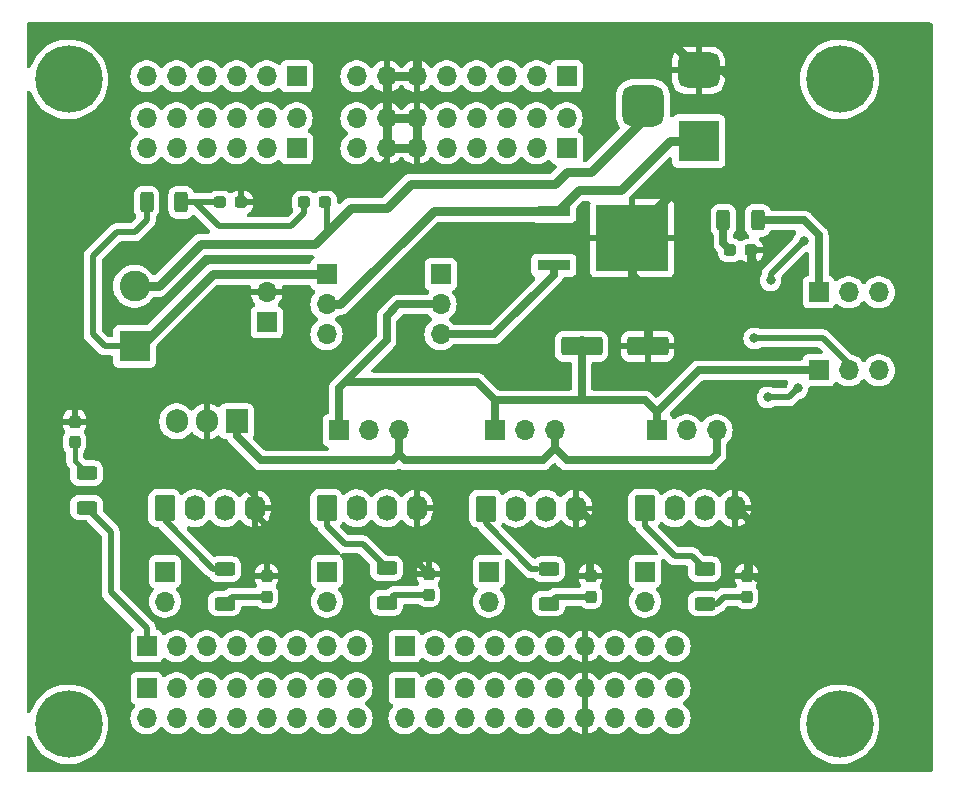
<source format=gbr>
%TF.GenerationSoftware,KiCad,Pcbnew,7.99.0-2684-g11de95778b*%
%TF.CreationDate,2023-11-20T14:54:00-05:00*%
%TF.ProjectId,ADC_MCPV01,4144435f-4d43-4505-9630-312e6b696361,rev?*%
%TF.SameCoordinates,Original*%
%TF.FileFunction,Copper,L1,Top*%
%TF.FilePolarity,Positive*%
%FSLAX46Y46*%
G04 Gerber Fmt 4.6, Leading zero omitted, Abs format (unit mm)*
G04 Created by KiCad (PCBNEW 7.99.0-2684-g11de95778b) date 2023-11-20 14:54:00*
%MOMM*%
%LPD*%
G01*
G04 APERTURE LIST*
G04 Aperture macros list*
%AMRoundRect*
0 Rectangle with rounded corners*
0 $1 Rounding radius*
0 $2 $3 $4 $5 $6 $7 $8 $9 X,Y pos of 4 corners*
0 Add a 4 corners polygon primitive as box body*
4,1,4,$2,$3,$4,$5,$6,$7,$8,$9,$2,$3,0*
0 Add four circle primitives for the rounded corners*
1,1,$1+$1,$2,$3*
1,1,$1+$1,$4,$5*
1,1,$1+$1,$6,$7*
1,1,$1+$1,$8,$9*
0 Add four rect primitives between the rounded corners*
20,1,$1+$1,$2,$3,$4,$5,0*
20,1,$1+$1,$4,$5,$6,$7,0*
20,1,$1+$1,$6,$7,$8,$9,0*
20,1,$1+$1,$8,$9,$2,$3,0*%
G04 Aperture macros list end*
%TA.AperFunction,ComponentPad*%
%ADD10O,1.700000X1.700000*%
%TD*%
%TA.AperFunction,ComponentPad*%
%ADD11R,1.700000X1.700000*%
%TD*%
%TA.AperFunction,ComponentPad*%
%ADD12C,5.700000*%
%TD*%
%TA.AperFunction,ComponentPad*%
%ADD13O,1.905000X2.000000*%
%TD*%
%TA.AperFunction,ComponentPad*%
%ADD14R,1.905000X2.000000*%
%TD*%
%TA.AperFunction,SMDPad,CuDef*%
%ADD15RoundRect,0.237500X-0.237500X0.287500X-0.237500X-0.287500X0.237500X-0.287500X0.237500X0.287500X0*%
%TD*%
%TA.AperFunction,SMDPad,CuDef*%
%ADD16RoundRect,0.250000X-0.625000X0.312500X-0.625000X-0.312500X0.625000X-0.312500X0.625000X0.312500X0*%
%TD*%
%TA.AperFunction,SMDPad,CuDef*%
%ADD17RoundRect,0.237500X0.287500X0.237500X-0.287500X0.237500X-0.287500X-0.237500X0.287500X-0.237500X0*%
%TD*%
%TA.AperFunction,ComponentPad*%
%ADD18R,3.500000X3.500000*%
%TD*%
%TA.AperFunction,ComponentPad*%
%ADD19RoundRect,0.750000X-1.000000X0.750000X-1.000000X-0.750000X1.000000X-0.750000X1.000000X0.750000X0*%
%TD*%
%TA.AperFunction,ComponentPad*%
%ADD20RoundRect,0.875000X-0.875000X0.875000X-0.875000X-0.875000X0.875000X-0.875000X0.875000X0.875000X0*%
%TD*%
%TA.AperFunction,SMDPad,CuDef*%
%ADD21R,2.830000X0.970000*%
%TD*%
%TA.AperFunction,SMDPad,CuDef*%
%ADD22R,6.090000X5.630000*%
%TD*%
%TA.AperFunction,ComponentPad*%
%ADD23R,2.600000X2.600000*%
%TD*%
%TA.AperFunction,ComponentPad*%
%ADD24C,2.600000*%
%TD*%
%TA.AperFunction,SMDPad,CuDef*%
%ADD25RoundRect,0.250000X0.312500X0.625000X-0.312500X0.625000X-0.312500X-0.625000X0.312500X-0.625000X0*%
%TD*%
%TA.AperFunction,SMDPad,CuDef*%
%ADD26RoundRect,0.250000X-1.500000X-0.550000X1.500000X-0.550000X1.500000X0.550000X-1.500000X0.550000X0*%
%TD*%
%TA.AperFunction,ComponentPad*%
%ADD27RoundRect,0.250000X-0.620000X-0.845000X0.620000X-0.845000X0.620000X0.845000X-0.620000X0.845000X0*%
%TD*%
%TA.AperFunction,ComponentPad*%
%ADD28O,1.740000X2.190000*%
%TD*%
%TA.AperFunction,SMDPad,CuDef*%
%ADD29RoundRect,0.250000X0.625000X-0.312500X0.625000X0.312500X-0.625000X0.312500X-0.625000X-0.312500X0*%
%TD*%
%TA.AperFunction,ViaPad*%
%ADD30C,0.800000*%
%TD*%
%TA.AperFunction,Conductor*%
%ADD31C,0.381000*%
%TD*%
%TA.AperFunction,Conductor*%
%ADD32C,0.508000*%
%TD*%
%TA.AperFunction,Conductor*%
%ADD33C,0.762000*%
%TD*%
%TA.AperFunction,Conductor*%
%ADD34C,0.635000*%
%TD*%
%TA.AperFunction,Conductor*%
%ADD35C,0.250000*%
%TD*%
G04 APERTURE END LIST*
D10*
%TO.P,V_IN1,3,B*%
%TO.N,Net-(U1-VO)*%
X134112000Y-52324000D03*
%TO.P,V_IN1,2,C*%
%TO.N,+5V*%
X134112000Y-49784000D03*
D11*
%TO.P,V_IN1,1,A*%
%TO.N,INO05*%
X134112000Y-47244000D03*
%TD*%
D12*
%TO.P,REF\u002A\u002A,1*%
%TO.N,N/C*%
X102616000Y-85344000D03*
%TD*%
%TO.P,REF\u002A\u002A,1*%
%TO.N,N/C*%
X102616000Y-30734000D03*
%TD*%
%TO.P,REF\u002A\u002A,1*%
%TO.N,N/C*%
X167894000Y-30734000D03*
%TD*%
D13*
%TO.P,U3,3,VO*%
%TO.N,+6V*%
X111760000Y-59690000D03*
%TO.P,U3,2,GND*%
%TO.N,INO06*%
X114300000Y-59690000D03*
D14*
%TO.P,U3,1,VI*%
%TO.N,Vin12*%
X116840000Y-59690000D03*
%TD*%
D11*
%TO.P,JP_VDC1,1,A*%
%TO.N,Net-(J5-Pin_1)*%
X124460000Y-47244000D03*
D10*
%TO.P,JP_VDC1,2,C*%
%TO.N,Vin12*%
X124460000Y-49784000D03*
%TO.P,JP_VDC1,3,B*%
%TO.N,unconnected-(JP_VDC1-B-Pad3)*%
X124460000Y-52324000D03*
%TD*%
D15*
%TO.P,D3,1,K*%
%TO.N,INO06*%
X133096000Y-72644000D03*
%TO.P,D3,2,A*%
%TO.N,Net-(D3-A)*%
X133096000Y-74394000D03*
%TD*%
D12*
%TO.P,REF\u002A\u002A,1*%
%TO.N,N/C*%
X167894000Y-85344000D03*
%TD*%
D16*
%TO.P,R7,1*%
%TO.N,Net-(DC2-C)*%
X129540000Y-72136000D03*
%TO.P,R7,2*%
%TO.N,Net-(D3-A)*%
X129540000Y-75061000D03*
%TD*%
D15*
%TO.P,D5,1,K*%
%TO.N,INO06*%
X160020000Y-72785000D03*
%TO.P,D5,2,A*%
%TO.N,Net-(D5-A)*%
X160020000Y-74535000D03*
%TD*%
D11*
%TO.P,J18,1,Pin_1*%
%TO.N,P04*%
X151409000Y-72410000D03*
D10*
%TO.P,J18,2,Pin_2*%
X151409000Y-74950000D03*
%TD*%
D11*
%TO.P,DC2,1,A*%
%TO.N,+5V*%
X125491000Y-60452000D03*
D10*
%TO.P,DC2,2,C*%
%TO.N,Net-(DC2-C)*%
X128031000Y-60452000D03*
%TO.P,DC2,3,B*%
%TO.N,Vin12*%
X130571000Y-60452000D03*
%TD*%
D17*
%TO.P,D7,1,K*%
%TO.N,INO06*%
X117207000Y-41148000D03*
%TO.P,D7,2,A*%
%TO.N,Net-(D6-A)*%
X115457000Y-41148000D03*
%TD*%
D15*
%TO.P,D8,1,K*%
%TO.N,INO06*%
X103124000Y-59718000D03*
%TO.P,D8,2,A*%
%TO.N,Net-(D8-A)*%
X103124000Y-61468000D03*
%TD*%
D18*
%TO.P,J6,1*%
%TO.N,Vin12*%
X155956000Y-35972000D03*
D19*
%TO.P,J6,2*%
%TO.N,INO06*%
X155956000Y-29972000D03*
D20*
%TO.P,J6,3*%
%TO.N,Net-(D6-K)*%
X151256000Y-32972000D03*
%TD*%
D11*
%TO.P,JP_ADR1,1,A*%
%TO.N,+5V*%
X166131000Y-48768000D03*
D10*
%TO.P,JP_ADR1,2,C*%
%TO.N,Net-(JP_ADR1-C)*%
X168671000Y-48768000D03*
%TO.P,JP_ADR1,3,B*%
%TO.N,unconnected-(JP_ADR1-B-Pad3)*%
X171211000Y-48768000D03*
%TD*%
D11*
%TO.P,DC3,1,A*%
%TO.N,+5V*%
X138684000Y-60452000D03*
D10*
%TO.P,DC3,2,C*%
%TO.N,Net-(DC3-C)*%
X141224000Y-60452000D03*
%TO.P,DC3,3,B*%
%TO.N,Vin12*%
X143764000Y-60452000D03*
%TD*%
D15*
%TO.P,D2,1,K*%
%TO.N,INO06*%
X119380000Y-72785000D03*
%TO.P,D2,2,A*%
%TO.N,Net-(D2-A)*%
X119380000Y-74535000D03*
%TD*%
D11*
%TO.P,J13,1,Pin_1*%
%TO.N,INO09*%
X121920000Y-36576000D03*
D10*
%TO.P,J13,2,Pin_2*%
X121920000Y-34036000D03*
%TO.P,J13,3,Pin_3*%
%TO.N,INO10*%
X119380000Y-36576000D03*
%TO.P,J13,4,Pin_4*%
X119380000Y-34036000D03*
%TO.P,J13,5,Pin_5*%
%TO.N,INO11*%
X116840000Y-36576000D03*
%TO.P,J13,6,Pin_6*%
X116840000Y-34036000D03*
%TO.P,J13,7,Pin_7*%
%TO.N,INO12*%
X114300000Y-36576000D03*
%TO.P,J13,8,Pin_8*%
X114300000Y-34036000D03*
%TO.P,J13,9,Pin_9*%
%TO.N,INO13*%
X111760000Y-36576000D03*
%TO.P,J13,10,Pin_10*%
X111760000Y-34036000D03*
%TO.P,J13,11,Pin_11*%
%TO.N,INO14*%
X109220000Y-36576000D03*
%TO.P,J13,12,Pin_12*%
X109220000Y-34036000D03*
%TD*%
D11*
%TO.P,J15,1,Pin_1*%
%TO.N,P01*%
X110769000Y-72410000D03*
D10*
%TO.P,J15,2,Pin_2*%
X110769000Y-74950000D03*
%TD*%
D11*
%TO.P,J17,1,Pin_1*%
%TO.N,P03*%
X138201000Y-72410000D03*
D10*
%TO.P,J17,2,Pin_2*%
X138201000Y-74950000D03*
%TD*%
D21*
%TO.P,U1,1,VI*%
%TO.N,Vin12*%
X143688000Y-41906000D03*
D22*
%TO.P,U1,2,GND*%
%TO.N,INO06*%
X150338000Y-44196000D03*
D21*
%TO.P,U1,3,VO*%
%TO.N,Net-(U1-VO)*%
X143688000Y-46486000D03*
%TD*%
D23*
%TO.P,J5,1,Pin_1*%
%TO.N,Net-(J5-Pin_1)*%
X108204000Y-53340000D03*
D24*
%TO.P,J5,2,Pin_2*%
%TO.N,Net-(D6-K)*%
X108204000Y-48260000D03*
%TD*%
D11*
%TO.P,J14,1,Pin_1*%
%TO.N,INO23*%
X131064000Y-82296000D03*
D10*
%TO.P,J14,2,Pin_2*%
X131064000Y-84836000D03*
%TO.P,J14,3,Pin_3*%
%TO.N,INO24*%
X133604000Y-82296000D03*
%TO.P,J14,4,Pin_4*%
X133604000Y-84836000D03*
%TO.P,J14,5,Pin_5*%
%TO.N,INO25*%
X136144000Y-82296000D03*
%TO.P,J14,6,Pin_6*%
X136144000Y-84836000D03*
%TO.P,J14,7,Pin_7*%
%TO.N,INO26*%
X138684000Y-82296000D03*
%TO.P,J14,8,Pin_8*%
X138684000Y-84836000D03*
%TO.P,J14,9,Pin_9*%
%TO.N,INO27*%
X141224000Y-82296000D03*
%TO.P,J14,10,Pin_10*%
X141224000Y-84836000D03*
%TO.P,J14,11,Pin_11*%
%TO.N,INO28*%
X143764000Y-82296000D03*
%TO.P,J14,12,Pin_12*%
X143764000Y-84836000D03*
%TO.P,J14,13,Pin_13*%
%TO.N,INO06*%
X146304000Y-82296000D03*
%TO.P,J14,14,Pin_14*%
X146304000Y-84836000D03*
%TO.P,J14,15,Pin_15*%
%TO.N,INO30*%
X148844000Y-82296000D03*
%TO.P,J14,16,Pin_16*%
X148844000Y-84836000D03*
%TO.P,J14,17,Pin_17*%
%TO.N,INO31*%
X151384000Y-82296000D03*
%TO.P,J14,18,Pin_18*%
X151384000Y-84836000D03*
%TO.P,J14,19,Pin_19*%
%TO.N,INO32*%
X153924000Y-82296000D03*
%TO.P,J14,20,Pin_20*%
X153924000Y-84836000D03*
%TD*%
D25*
%TO.P,R10,1*%
%TO.N,Net-(D6-A)*%
X112145000Y-41148000D03*
%TO.P,R10,2*%
%TO.N,Net-(J5-Pin_1)*%
X109220000Y-41148000D03*
%TD*%
D26*
%TO.P,C3,1*%
%TO.N,+5V*%
X146044000Y-53340000D03*
%TO.P,C3,2*%
%TO.N,INO06*%
X151644000Y-53340000D03*
%TD*%
D27*
%TO.P,J1,1,Pin_1*%
%TO.N,+6V*%
X110744000Y-67056000D03*
D28*
%TO.P,J1,2,Pin_2*%
%TO.N,AD01*%
X113284000Y-67056000D03*
%TO.P,J1,3,Pin_3*%
%TO.N,P01*%
X115824000Y-67056000D03*
%TO.P,J1,4,Pin_4*%
%TO.N,INO06*%
X118364000Y-67056000D03*
%TD*%
D17*
%TO.P,D6,1,K*%
%TO.N,Net-(D6-K)*%
X124319000Y-41148000D03*
%TO.P,D6,2,A*%
%TO.N,Net-(D6-A)*%
X122569000Y-41148000D03*
%TD*%
D11*
%TO.P,J11,1,Pin_1*%
%TO.N,INO01*%
X144780000Y-36576000D03*
D10*
%TO.P,J11,2,Pin_2*%
X144780000Y-34036000D03*
%TO.P,J11,3,Pin_3*%
%TO.N,INO02*%
X142240000Y-36576000D03*
%TO.P,J11,4,Pin_4*%
X142240000Y-34036000D03*
%TO.P,J11,5,Pin_5*%
%TO.N,INO03*%
X139700000Y-36576000D03*
%TO.P,J11,6,Pin_6*%
X139700000Y-34036000D03*
%TO.P,J11,7,Pin_7*%
%TO.N,INO04*%
X137160000Y-36576000D03*
%TO.P,J11,8,Pin_8*%
X137160000Y-34036000D03*
%TO.P,J11,9,Pin_9*%
%TO.N,INO05*%
X134620000Y-36576000D03*
%TO.P,J11,10,Pin_10*%
X134620000Y-34036000D03*
%TO.P,J11,11,Pin_11*%
%TO.N,INO06*%
X132080000Y-36576000D03*
%TO.P,J11,12,Pin_12*%
X132080000Y-34036000D03*
%TO.P,J11,13,Pin_13*%
X129540000Y-36576000D03*
%TO.P,J11,14,Pin_14*%
X129540000Y-34036000D03*
%TO.P,J11,15,Pin_15*%
%TO.N,INO08*%
X127000000Y-36576000D03*
%TO.P,J11,16,Pin_16*%
X127000000Y-34036000D03*
%TD*%
D27*
%TO.P,J2,1,Pin_1*%
%TO.N,Net-(DC2-C)*%
X124460000Y-67056000D03*
D28*
%TO.P,J2,2,Pin_2*%
%TO.N,AD02*%
X127000000Y-67056000D03*
%TO.P,J2,3,Pin_3*%
%TO.N,P02*%
X129540000Y-67056000D03*
%TO.P,J2,4,Pin_4*%
%TO.N,INO06*%
X132080000Y-67056000D03*
%TD*%
D27*
%TO.P,J4,1,Pin_1*%
%TO.N,Net-(DC4-C)*%
X151384000Y-67056000D03*
D28*
%TO.P,J4,2,Pin_2*%
%TO.N,AD04*%
X153924000Y-67056000D03*
%TO.P,J4,3,Pin_3*%
%TO.N,P04*%
X156464000Y-67056000D03*
%TO.P,J4,4,Pin_4*%
%TO.N,INO06*%
X159004000Y-67056000D03*
%TD*%
D29*
%TO.P,R11,1*%
%TO.N,INO15*%
X104140000Y-66994500D03*
%TO.P,R11,2*%
%TO.N,Net-(D8-A)*%
X104140000Y-64069500D03*
%TD*%
D15*
%TO.P,D4,1,K*%
%TO.N,INO06*%
X146812000Y-72785000D03*
%TO.P,D4,2,A*%
%TO.N,Net-(D4-A)*%
X146812000Y-74535000D03*
%TD*%
D25*
%TO.P,R5,2*%
%TO.N,Net-(D1-A)*%
X158049500Y-42672000D03*
%TO.P,R5,1*%
%TO.N,+5V*%
X160974500Y-42672000D03*
%TD*%
D11*
%TO.P,J12,1,Pin_1*%
%TO.N,INO15*%
X109220000Y-82296000D03*
D10*
%TO.P,J12,2,Pin_2*%
X109220000Y-84836000D03*
%TO.P,J12,3,Pin_3*%
%TO.N,INO16*%
X111760000Y-82296000D03*
%TO.P,J12,4,Pin_4*%
X111760000Y-84836000D03*
%TO.P,J12,5,Pin_5*%
%TO.N,INO17*%
X114300000Y-82296000D03*
%TO.P,J12,6,Pin_6*%
X114300000Y-84836000D03*
%TO.P,J12,7,Pin_7*%
%TO.N,INO18*%
X116840000Y-82296000D03*
%TO.P,J12,8,Pin_8*%
X116840000Y-84836000D03*
%TO.P,J12,9,Pin_9*%
%TO.N,INO19*%
X119380000Y-82296000D03*
%TO.P,J12,10,Pin_10*%
X119380000Y-84836000D03*
%TO.P,J12,11,Pin_11*%
%TO.N,INO20*%
X121920000Y-82296000D03*
%TO.P,J12,12,Pin_12*%
X121920000Y-84836000D03*
%TO.P,J12,13,Pin_13*%
%TO.N,INO21*%
X124460000Y-82296000D03*
%TO.P,J12,14,Pin_14*%
X124460000Y-84836000D03*
%TO.P,J12,15,Pin_15*%
%TO.N,INO22*%
X127000000Y-82296000D03*
%TO.P,J12,16,Pin_16*%
X127000000Y-84836000D03*
%TD*%
D16*
%TO.P,R6,1*%
%TO.N,+6V*%
X115824000Y-72197500D03*
%TO.P,R6,2*%
%TO.N,Net-(D2-A)*%
X115824000Y-75122500D03*
%TD*%
%TO.P,R8,1*%
%TO.N,Net-(DC3-C)*%
X143256000Y-72197500D03*
%TO.P,R8,2*%
%TO.N,Net-(D4-A)*%
X143256000Y-75122500D03*
%TD*%
D11*
%TO.P,J16,1,Pin_1*%
%TO.N,P02*%
X124485000Y-72410000D03*
D10*
%TO.P,J16,2,Pin_2*%
X124485000Y-74950000D03*
%TD*%
D11*
%TO.P,J19,1,Pin_1*%
%TO.N,Vin12*%
X119380000Y-51308000D03*
D10*
%TO.P,J19,2,Pin_2*%
%TO.N,INO06*%
X119380000Y-48768000D03*
%TD*%
D17*
%TO.P,D1,1,K*%
%TO.N,INO06*%
X160387000Y-45212000D03*
%TO.P,D1,2,A*%
%TO.N,Net-(D1-A)*%
X158637000Y-45212000D03*
%TD*%
D11*
%TO.P,JP_ADR2,1,A*%
%TO.N,+5V*%
X166131000Y-55372000D03*
D10*
%TO.P,JP_ADR2,2,C*%
%TO.N,Net-(JP_ADR2-C)*%
X168671000Y-55372000D03*
%TO.P,JP_ADR2,3,B*%
%TO.N,unconnected-(JP_ADR2-B-Pad3)*%
X171211000Y-55372000D03*
%TD*%
D11*
%TO.P,DC4,1,A*%
%TO.N,+5V*%
X152400000Y-60452000D03*
D10*
%TO.P,DC4,2,C*%
%TO.N,Net-(DC4-C)*%
X154940000Y-60452000D03*
%TO.P,DC4,3,B*%
%TO.N,Vin12*%
X157480000Y-60452000D03*
%TD*%
D16*
%TO.P,R9,1*%
%TO.N,Net-(DC4-C)*%
X156464000Y-72197500D03*
%TO.P,R9,2*%
%TO.N,Net-(D5-A)*%
X156464000Y-75122500D03*
%TD*%
D27*
%TO.P,J3,1,Pin_1*%
%TO.N,Net-(DC3-C)*%
X137922000Y-67076000D03*
D28*
%TO.P,J3,2,Pin_2*%
%TO.N,AD03*%
X140462000Y-67076000D03*
%TO.P,J3,3,Pin_3*%
%TO.N,P03*%
X143002000Y-67076000D03*
%TO.P,J3,4,Pin_4*%
%TO.N,INO06*%
X145542000Y-67076000D03*
%TD*%
D11*
%TO.P,J8,1,Pin_1*%
%TO.N,INO15*%
X109220000Y-78740000D03*
D10*
%TO.P,J8,2,Pin_2*%
%TO.N,INO16*%
X111760000Y-78740000D03*
%TO.P,J8,3,Pin_3*%
%TO.N,INO17*%
X114300000Y-78740000D03*
%TO.P,J8,4,Pin_4*%
%TO.N,INO18*%
X116840000Y-78740000D03*
%TO.P,J8,5,Pin_5*%
%TO.N,INO19*%
X119380000Y-78740000D03*
%TO.P,J8,6,Pin_6*%
%TO.N,INO20*%
X121920000Y-78740000D03*
%TO.P,J8,7,Pin_7*%
%TO.N,INO21*%
X124460000Y-78740000D03*
%TO.P,J8,8,Pin_8*%
%TO.N,INO22*%
X127000000Y-78740000D03*
%TD*%
D11*
%TO.P,J7,1,Pin_1*%
%TO.N,INO01*%
X144780000Y-30480000D03*
D10*
%TO.P,J7,2,Pin_2*%
%TO.N,INO02*%
X142240000Y-30480000D03*
%TO.P,J7,3,Pin_3*%
%TO.N,INO03*%
X139700000Y-30480000D03*
%TO.P,J7,4,Pin_4*%
%TO.N,INO04*%
X137160000Y-30480000D03*
%TO.P,J7,5,Pin_5*%
%TO.N,INO05*%
X134620000Y-30480000D03*
%TO.P,J7,6,Pin_6*%
%TO.N,INO06*%
X132080000Y-30480000D03*
%TO.P,J7,7,Pin_7*%
X129540000Y-30480000D03*
%TO.P,J7,8,Pin_8*%
%TO.N,INO08*%
X127000000Y-30480000D03*
%TD*%
D11*
%TO.P,J9,1,Pin_1*%
%TO.N,INO09*%
X121920000Y-30480000D03*
D10*
%TO.P,J9,2,Pin_2*%
%TO.N,INO10*%
X119380000Y-30480000D03*
%TO.P,J9,3,Pin_3*%
%TO.N,INO11*%
X116840000Y-30480000D03*
%TO.P,J9,4,Pin_4*%
%TO.N,INO12*%
X114300000Y-30480000D03*
%TO.P,J9,5,Pin_5*%
%TO.N,INO13*%
X111760000Y-30480000D03*
%TO.P,J9,6,Pin_6*%
%TO.N,INO14*%
X109220000Y-30480000D03*
%TD*%
D11*
%TO.P,J10,1,Pin_1*%
%TO.N,INO23*%
X131064000Y-78740000D03*
D10*
%TO.P,J10,2,Pin_2*%
%TO.N,INO24*%
X133604000Y-78740000D03*
%TO.P,J10,3,Pin_3*%
%TO.N,INO25*%
X136144000Y-78740000D03*
%TO.P,J10,4,Pin_4*%
%TO.N,INO26*%
X138684000Y-78740000D03*
%TO.P,J10,5,Pin_5*%
%TO.N,INO27*%
X141224000Y-78740000D03*
%TO.P,J10,6,Pin_6*%
%TO.N,INO28*%
X143764000Y-78740000D03*
%TO.P,J10,7,Pin_7*%
%TO.N,INO06*%
X146304000Y-78740000D03*
%TO.P,J10,8,Pin_8*%
%TO.N,INO30*%
X148844000Y-78740000D03*
%TO.P,J10,9,Pin_9*%
%TO.N,INO31*%
X151384000Y-78740000D03*
%TO.P,J10,10,Pin_10*%
%TO.N,INO32*%
X153924000Y-78740000D03*
%TD*%
D30*
%TO.N,INO06*%
X154432000Y-53340000D03*
X108204000Y-62992000D03*
%TO.N,INO31*%
X164338000Y-56896000D03*
X161798000Y-57658000D03*
%TO.N,Net-(JP_ADR1-C)*%
X162052000Y-47752000D03*
X164846000Y-44450000D03*
%TO.N,Net-(JP_ADR2-C)*%
X160670000Y-52669000D03*
%TD*%
D31*
%TO.N,Net-(D8-A)*%
X103124000Y-63053500D02*
X104140000Y-64069500D01*
X103124000Y-61468000D02*
X103124000Y-63053500D01*
D32*
%TO.N,INO06*%
X104366000Y-59718000D02*
X103124000Y-59718000D01*
X104648000Y-59436000D02*
X104366000Y-59718000D01*
X106172000Y-59436000D02*
X104648000Y-59436000D01*
X108204000Y-61468000D02*
X106172000Y-59436000D01*
X108204000Y-62484000D02*
X108204000Y-61468000D01*
X108204000Y-62484000D02*
X108204000Y-62992000D01*
X108712000Y-61976000D02*
X108204000Y-62484000D01*
X114300000Y-61976000D02*
X108712000Y-61976000D01*
X118364000Y-66040000D02*
X118364000Y-67527600D01*
X114300000Y-61976000D02*
X118364000Y-66040000D01*
X114300000Y-59690000D02*
X114300000Y-61976000D01*
%TO.N,INO15*%
X106172000Y-69026500D02*
X104140000Y-66994500D01*
X106172000Y-69596000D02*
X106172000Y-69026500D01*
X106172000Y-74168000D02*
X106172000Y-69596000D01*
%TO.N,INO06*%
X154432000Y-53340000D02*
X151644000Y-53340000D01*
D33*
X158112300Y-48643700D02*
X151644000Y-48643700D01*
D32*
%TO.N,Net-(J5-Pin_1)*%
X109220000Y-42672000D02*
X109220000Y-41148000D01*
X106680000Y-43688000D02*
X108204000Y-43688000D01*
X108204000Y-43688000D02*
X109220000Y-42672000D01*
X104648000Y-45720000D02*
X106680000Y-43688000D01*
X104648000Y-52324000D02*
X104648000Y-45720000D01*
X105664000Y-53340000D02*
X104648000Y-52324000D01*
X108204000Y-53340000D02*
X105664000Y-53340000D01*
D33*
X108712000Y-53340000D02*
X108204000Y-53340000D01*
X114808000Y-47244000D02*
X108712000Y-53340000D01*
X124460000Y-47244000D02*
X114808000Y-47244000D01*
%TO.N,Net-(D6-K)*%
X110236000Y-48260000D02*
X108204000Y-48260000D01*
X113792000Y-44704000D02*
X110236000Y-48260000D01*
X123444000Y-44704000D02*
X113792000Y-44704000D01*
X124460000Y-43688000D02*
X123444000Y-44704000D01*
D32*
%TO.N,INO06*%
X117348000Y-48768000D02*
X119380000Y-48768000D01*
X116332000Y-53340000D02*
X116332000Y-49784000D01*
X114300000Y-55372000D02*
X116332000Y-53340000D01*
X116332000Y-49784000D02*
X117348000Y-48768000D01*
X114300000Y-59690000D02*
X114300000Y-55372000D01*
D34*
%TO.N,+5V*%
X125491000Y-56881000D02*
X125491000Y-60452000D01*
X125984000Y-56388000D02*
X125491000Y-56881000D01*
D32*
%TO.N,INO31*%
X163576000Y-57658000D02*
X164338000Y-56896000D01*
X161798000Y-57658000D02*
X163576000Y-57658000D01*
D34*
%TO.N,Vin12*%
X130048000Y-62992000D02*
X130571000Y-62469000D01*
X118872000Y-62992000D02*
X130048000Y-62992000D01*
X116840000Y-60960000D02*
X118872000Y-62992000D01*
X116840000Y-59690000D02*
X116840000Y-60960000D01*
%TO.N,+5V*%
X129540000Y-50800000D02*
X130541000Y-49799000D01*
X138684000Y-57912000D02*
X145796000Y-57912000D01*
X151384000Y-57912000D02*
X152400000Y-58928000D01*
X166131000Y-43957000D02*
X164846200Y-42672200D01*
X137160000Y-56388000D02*
X138684000Y-57912000D01*
X125984000Y-56388000D02*
X137160000Y-56388000D01*
X164846200Y-42672200D02*
X160974300Y-42672200D01*
X129540000Y-52832000D02*
X129540000Y-50800000D01*
X152400000Y-58928000D02*
X155956000Y-55372000D01*
X138684000Y-57912000D02*
X138684000Y-60452000D01*
X145796000Y-57912000D02*
X146044000Y-57664000D01*
X145796000Y-57912000D02*
X151384000Y-57912000D01*
X130541000Y-49799000D02*
X134112000Y-49799000D01*
X152400000Y-58928000D02*
X152400000Y-60452000D01*
X155956000Y-55372000D02*
X166131000Y-55372000D01*
D35*
X160974300Y-42672200D02*
X160974000Y-42672000D01*
D34*
X125984000Y-56388000D02*
X129540000Y-52832000D01*
X146044000Y-57664000D02*
X146044000Y-52832000D01*
D35*
X160974500Y-42672000D02*
X160974300Y-42672200D01*
D34*
X166131000Y-48768000D02*
X166131000Y-43957000D01*
D35*
%TO.N,Net-(D1-A)*%
X158050000Y-43648200D02*
X158049500Y-43647700D01*
D34*
X158050000Y-44624500D02*
X158637000Y-45212000D01*
X158050000Y-43648200D02*
X158050000Y-44624500D01*
D35*
X158050000Y-42672000D02*
X158050000Y-43648200D01*
X158049500Y-43647700D02*
X158049500Y-42672000D01*
D32*
%TO.N,Net-(D2-A)*%
X119380000Y-74535000D02*
X116412000Y-74535000D01*
X116412000Y-74535000D02*
X115824000Y-75122500D01*
D34*
%TO.N,Vin12*%
X143764000Y-61976000D02*
X143764000Y-60452000D01*
X144780000Y-62992000D02*
X156972000Y-62992000D01*
X143764000Y-61976000D02*
X144780000Y-62992000D01*
X130571000Y-62469000D02*
X131094000Y-62992000D01*
X131094000Y-62992000D02*
X142748000Y-62992000D01*
X144022000Y-41906000D02*
X143688000Y-41906000D01*
D33*
X155956000Y-35972000D02*
X153512000Y-35972000D01*
X153512000Y-35972000D02*
X149352000Y-40132000D01*
D35*
X130571000Y-60452000D02*
X130063000Y-60960000D01*
D34*
X130571000Y-62469000D02*
X130571000Y-60452000D01*
D33*
X125637000Y-49784000D02*
X133515000Y-41906000D01*
X149352000Y-40132000D02*
X145796000Y-40132000D01*
D34*
X157480000Y-62484000D02*
X157480000Y-60452000D01*
D33*
X133515000Y-41906000D02*
X143688000Y-41906000D01*
X124460000Y-49784000D02*
X125637000Y-49784000D01*
D34*
X142748000Y-62992000D02*
X143764000Y-61976000D01*
X156972000Y-62992000D02*
X157480000Y-62484000D01*
D33*
X145796000Y-40132000D02*
X144022000Y-41906000D01*
D32*
%TO.N,Net-(D3-A)*%
X130207000Y-74394000D02*
X129540000Y-75061000D01*
X133096000Y-74394000D02*
X130207000Y-74394000D01*
%TO.N,Net-(D4-A)*%
X146812000Y-74535000D02*
X143844000Y-74535000D01*
X143844000Y-74535000D02*
X143256000Y-75122500D01*
%TO.N,Net-(D5-A)*%
X157541500Y-75122500D02*
X156464000Y-75122500D01*
X160020000Y-74535000D02*
X158129000Y-74535000D01*
X158129000Y-74535000D02*
X157541500Y-75122500D01*
D33*
%TO.N,Net-(D6-K)*%
X126492000Y-41656000D02*
X129540000Y-41656000D01*
X146812000Y-38608000D02*
X151256000Y-34164000D01*
X144780000Y-38608000D02*
X146812000Y-38608000D01*
X129540000Y-41656000D02*
X131572000Y-39624000D01*
X143764000Y-39624000D02*
X144780000Y-38608000D01*
X151256000Y-34164000D02*
X151256000Y-33148000D01*
X124460000Y-43688000D02*
X126492000Y-41656000D01*
D32*
X124460000Y-41289000D02*
X124319000Y-41148000D01*
X124460000Y-43688000D02*
X124460000Y-41289000D01*
D33*
X131572000Y-39624000D02*
X143764000Y-39624000D01*
D32*
X151256000Y-33148000D02*
X151256000Y-32972000D01*
%TO.N,Net-(D6-A)*%
X121412000Y-43180000D02*
X122569000Y-42023000D01*
X122569000Y-42023000D02*
X122569000Y-41148000D01*
X113284000Y-41148000D02*
X115457000Y-41148000D01*
X115316000Y-43180000D02*
X113284000Y-41148000D01*
X113284000Y-41148000D02*
X112145000Y-41148000D01*
X121412000Y-43180000D02*
X115316000Y-43180000D01*
D33*
%TO.N,INO06*%
X129540000Y-34036000D02*
X129540000Y-36576000D01*
D32*
X128016000Y-39116000D02*
X120767384Y-39116000D01*
D34*
X146739000Y-68072000D02*
X146739000Y-72711700D01*
D32*
X148477000Y-72785000D02*
X146812000Y-72785000D01*
X121920000Y-75692000D02*
X121920000Y-73152000D01*
X119380000Y-68543600D02*
X119380000Y-72785000D01*
X146304000Y-76708000D02*
X147320000Y-76708000D01*
D33*
X132080000Y-36576000D02*
X129540000Y-36576000D01*
X151644000Y-48643700D02*
X151644000Y-52832000D01*
D32*
X132080000Y-67056000D02*
X132080000Y-71628000D01*
D33*
X158496000Y-39624000D02*
X154432000Y-39624000D01*
D32*
X148844000Y-75184000D02*
X150368000Y-76708000D01*
D33*
X132080000Y-28956000D02*
X133096000Y-27940000D01*
D35*
X118803692Y-41079692D02*
X118803668Y-41079692D01*
D33*
X155956000Y-29972000D02*
X157988000Y-29972000D01*
X160020000Y-32004000D02*
X160020000Y-38100000D01*
X160387000Y-46087000D02*
X160387000Y-45212000D01*
X150338000Y-44196000D02*
X150338000Y-47337700D01*
X129540000Y-30480000D02*
X129540000Y-33447600D01*
D32*
X160669000Y-72785000D02*
X160020000Y-72785000D01*
X150368000Y-76708000D02*
X161544000Y-76708000D01*
D33*
X132080000Y-30480000D02*
X132080000Y-28956000D01*
D32*
X129540000Y-36576000D02*
X129540000Y-37592000D01*
D34*
X145542000Y-67076000D02*
X145743000Y-67076000D01*
D32*
X120767384Y-39116000D02*
X118803692Y-41079692D01*
X135128000Y-76200000D02*
X135636000Y-76708000D01*
X148844000Y-75184000D02*
X148844000Y-73152000D01*
D35*
X118803668Y-41079692D02*
X118735360Y-41148000D01*
D33*
X150338000Y-43718000D02*
X150338000Y-44196000D01*
D35*
X146739000Y-72711700D02*
X146812000Y-72785000D01*
D34*
X159185000Y-67056000D02*
X160201000Y-68072000D01*
D35*
X129540000Y-34036000D02*
X129540000Y-33447600D01*
D32*
X148844000Y-73152000D02*
X148477000Y-72785000D01*
D33*
X132080000Y-34036000D02*
X129540000Y-34036000D01*
D35*
X160201000Y-72604300D02*
X160020000Y-72785000D01*
D33*
X160528000Y-46228000D02*
X160387000Y-46087000D01*
D32*
X135128000Y-73660000D02*
X135128000Y-76200000D01*
D33*
X154432000Y-39624000D02*
X150338000Y-43718000D01*
D32*
X121553000Y-72785000D02*
X119380000Y-72785000D01*
X129540000Y-37592000D02*
X128016000Y-39116000D01*
D33*
X158112300Y-48643700D02*
X159004000Y-47752000D01*
D34*
X145743000Y-67076000D02*
X146739000Y-68072000D01*
D33*
X157988000Y-29972000D02*
X160020000Y-32004000D01*
D32*
X134620000Y-76708000D02*
X122936000Y-76708000D01*
X162052000Y-76200000D02*
X162052000Y-74168000D01*
D33*
X133096000Y-27940000D02*
X153924000Y-27940000D01*
D32*
X147320000Y-76708000D02*
X148844000Y-75184000D01*
D33*
X150338000Y-47337700D02*
X151644000Y-48643700D01*
D32*
X118735360Y-41148000D02*
X117207000Y-41148000D01*
D33*
X129540000Y-30480000D02*
X132080000Y-30480000D01*
D32*
X135636000Y-76708000D02*
X146304000Y-76708000D01*
D34*
X160201000Y-68072000D02*
X160201000Y-72604300D01*
D32*
X118364000Y-67527600D02*
X119380000Y-68543600D01*
X162052000Y-74168000D02*
X160669000Y-72785000D01*
X132080000Y-71628000D02*
X133096000Y-72644000D01*
X133096000Y-72644000D02*
X134112000Y-72644000D01*
D33*
X132080000Y-36576000D02*
X132080000Y-34036000D01*
D32*
X122936000Y-76708000D02*
X121920000Y-75692000D01*
X135128000Y-76200000D02*
X134620000Y-76708000D01*
D33*
X153924000Y-27940000D02*
X155956000Y-29972000D01*
D34*
X159004000Y-67056000D02*
X159185000Y-67056000D01*
D32*
X121920000Y-73152000D02*
X121553000Y-72785000D01*
D33*
X160020000Y-38100000D02*
X158496000Y-39624000D01*
X159004000Y-47752000D02*
X160528000Y-46228000D01*
D32*
X134112000Y-72644000D02*
X135128000Y-73660000D01*
X146304000Y-78740000D02*
X146304000Y-76708000D01*
X161544000Y-76708000D02*
X162052000Y-76200000D01*
D35*
X118364000Y-67056000D02*
X118364000Y-67527600D01*
%TO.N,+6V*%
X110744000Y-67117500D02*
X110744000Y-67056000D01*
D32*
X110744000Y-68072000D02*
X110744000Y-67117500D01*
X114869500Y-72197500D02*
X110744000Y-68072000D01*
X115824000Y-72197500D02*
X114869500Y-72197500D01*
%TO.N,INO15*%
X109220000Y-77216000D02*
X106172000Y-74168000D01*
X109220000Y-78740000D02*
X109220000Y-77216000D01*
%TO.N,Net-(DC2-C)*%
X127508000Y-70104000D02*
X129540000Y-72136000D01*
X125984000Y-70104000D02*
X127508000Y-70104000D01*
X124460000Y-68580000D02*
X125984000Y-70104000D01*
X124460000Y-67056000D02*
X124460000Y-68580000D01*
%TO.N,Net-(JP_ADR1-C)*%
X164846000Y-44450000D02*
X162052000Y-47244000D01*
X162052000Y-47244000D02*
X162052000Y-47752000D01*
%TO.N,Net-(JP_ADR2-C)*%
X168671000Y-54879000D02*
X166461000Y-52669000D01*
X166461000Y-52669000D02*
X160670000Y-52669000D01*
D35*
X168671000Y-55372000D02*
X168671000Y-54879000D01*
D32*
%TO.N,Net-(DC3-C)*%
X137922000Y-68326000D02*
X137922000Y-67818000D01*
D35*
X143256000Y-72197500D02*
X142301500Y-72197500D01*
D32*
X142301500Y-72197500D02*
X141793500Y-72197500D01*
X141793500Y-72197500D02*
X137922000Y-68326000D01*
D35*
X137922000Y-67818000D02*
X137922000Y-67076000D01*
%TO.N,Net-(DC4-C)*%
X151384000Y-67056000D02*
X151384000Y-67117500D01*
D32*
X155386500Y-71120000D02*
X156464000Y-72197500D01*
X151384000Y-67117500D02*
X151384000Y-68580000D01*
X153924000Y-71120000D02*
X155386500Y-71120000D01*
X151384000Y-68580000D02*
X153924000Y-71120000D01*
D34*
%TO.N,Net-(U1-VO)*%
X138647000Y-52339000D02*
X134112000Y-52339000D01*
X143688000Y-47297700D02*
X138647000Y-52339000D01*
X143688000Y-46486000D02*
X143688000Y-47297700D01*
%TD*%
%TA.AperFunction,Conductor*%
%TO.N,INO06*%
G36*
X146554000Y-84400498D02*
G01*
X146446315Y-84351320D01*
X146339763Y-84336000D01*
X146268237Y-84336000D01*
X146161685Y-84351320D01*
X146054000Y-84400498D01*
X146054000Y-82731501D01*
X146161685Y-82780680D01*
X146268237Y-82796000D01*
X146339763Y-82796000D01*
X146446315Y-82780680D01*
X146554000Y-82731501D01*
X146554000Y-84400498D01*
G37*
%TD.AperFunction*%
%TA.AperFunction,Conductor*%
G36*
X131620507Y-36366156D02*
G01*
X131580000Y-36504111D01*
X131580000Y-36647889D01*
X131620507Y-36785844D01*
X131646314Y-36826000D01*
X129973686Y-36826000D01*
X129999493Y-36785844D01*
X130040000Y-36647889D01*
X130040000Y-36504111D01*
X129999493Y-36366156D01*
X129973686Y-36326000D01*
X131646314Y-36326000D01*
X131620507Y-36366156D01*
G37*
%TD.AperFunction*%
%TA.AperFunction,Conductor*%
G36*
X129790000Y-36140498D02*
G01*
X129682315Y-36091320D01*
X129575763Y-36076000D01*
X129504237Y-36076000D01*
X129397685Y-36091320D01*
X129290000Y-36140498D01*
X129290000Y-34471501D01*
X129397685Y-34520680D01*
X129504237Y-34536000D01*
X129575763Y-34536000D01*
X129682315Y-34520680D01*
X129790000Y-34471501D01*
X129790000Y-36140498D01*
G37*
%TD.AperFunction*%
%TA.AperFunction,Conductor*%
G36*
X132330000Y-36140498D02*
G01*
X132222315Y-36091320D01*
X132115763Y-36076000D01*
X132044237Y-36076000D01*
X131937685Y-36091320D01*
X131830000Y-36140498D01*
X131830000Y-34471501D01*
X131937685Y-34520680D01*
X132044237Y-34536000D01*
X132115763Y-34536000D01*
X132222315Y-34520680D01*
X132330000Y-34471501D01*
X132330000Y-36140498D01*
G37*
%TD.AperFunction*%
%TA.AperFunction,Conductor*%
G36*
X131620507Y-33826156D02*
G01*
X131580000Y-33964111D01*
X131580000Y-34107889D01*
X131620507Y-34245844D01*
X131646314Y-34286000D01*
X129973686Y-34286000D01*
X129999493Y-34245844D01*
X130040000Y-34107889D01*
X130040000Y-33964111D01*
X129999493Y-33826156D01*
X129973686Y-33786000D01*
X131646314Y-33786000D01*
X131620507Y-33826156D01*
G37*
%TD.AperFunction*%
%TA.AperFunction,Conductor*%
G36*
X131620507Y-30270156D02*
G01*
X131580000Y-30408111D01*
X131580000Y-30551889D01*
X131620507Y-30689844D01*
X131646314Y-30730000D01*
X129973686Y-30730000D01*
X129999493Y-30689844D01*
X130040000Y-30551889D01*
X130040000Y-30408111D01*
X129999493Y-30270156D01*
X129973686Y-30230000D01*
X131646314Y-30230000D01*
X131620507Y-30270156D01*
G37*
%TD.AperFunction*%
%TA.AperFunction,Conductor*%
G36*
X175660721Y-25926766D02*
G01*
X175726657Y-25979349D01*
X175763249Y-26055332D01*
X175768000Y-26097500D01*
X175768000Y-89218500D01*
X175749234Y-89300721D01*
X175696651Y-89366657D01*
X175620668Y-89403249D01*
X175578500Y-89408000D01*
X99249500Y-89408000D01*
X99167279Y-89389234D01*
X99101343Y-89336651D01*
X99064751Y-89260668D01*
X99060000Y-89218500D01*
X99060000Y-86479786D01*
X99078766Y-86397565D01*
X99131349Y-86331629D01*
X99207332Y-86295037D01*
X99291668Y-86295037D01*
X99367651Y-86331629D01*
X99420234Y-86397565D01*
X99426614Y-86413226D01*
X99426732Y-86413180D01*
X99563429Y-86756265D01*
X99734019Y-87078032D01*
X99938395Y-87379465D01*
X100088657Y-87556366D01*
X100174163Y-87657031D01*
X100174167Y-87657035D01*
X100174170Y-87657038D01*
X100438560Y-87907481D01*
X100438561Y-87907482D01*
X100728485Y-88127876D01*
X100728488Y-88127878D01*
X101040534Y-88315631D01*
X101040538Y-88315633D01*
X101040540Y-88315634D01*
X101371065Y-88468551D01*
X101716186Y-88584836D01*
X102071857Y-88663125D01*
X102433907Y-88702500D01*
X102433910Y-88702500D01*
X102798090Y-88702500D01*
X102798093Y-88702500D01*
X103160143Y-88663125D01*
X103515814Y-88584836D01*
X103860935Y-88468551D01*
X104191460Y-88315634D01*
X104503515Y-88127876D01*
X104793440Y-87907481D01*
X105057837Y-87657031D01*
X105293606Y-87379463D01*
X105497982Y-87078031D01*
X105668569Y-86756269D01*
X105803368Y-86417949D01*
X105900798Y-86067039D01*
X105959716Y-85707651D01*
X105979433Y-85344000D01*
X105959716Y-84980349D01*
X105936051Y-84836000D01*
X107856844Y-84836000D01*
X107875436Y-85060368D01*
X107875437Y-85060374D01*
X107930705Y-85278619D01*
X107959383Y-85343998D01*
X108021140Y-85484791D01*
X108099911Y-85605359D01*
X108144279Y-85673269D01*
X108296759Y-85838906D01*
X108341993Y-85874113D01*
X108474424Y-85977189D01*
X108672426Y-86084342D01*
X108885365Y-86157444D01*
X108922605Y-86163658D01*
X109107426Y-86194500D01*
X109107431Y-86194500D01*
X109332574Y-86194500D01*
X109499556Y-86166635D01*
X109554635Y-86157444D01*
X109767574Y-86084342D01*
X109965576Y-85977189D01*
X110143240Y-85838906D01*
X110295722Y-85673268D01*
X110331359Y-85618720D01*
X110392037Y-85560156D01*
X110472121Y-85533715D01*
X110555746Y-85544641D01*
X110626349Y-85590767D01*
X110648636Y-85618714D01*
X110684278Y-85673268D01*
X110684281Y-85673271D01*
X110836759Y-85838906D01*
X110881993Y-85874113D01*
X111014424Y-85977189D01*
X111212426Y-86084342D01*
X111425365Y-86157444D01*
X111462605Y-86163658D01*
X111647426Y-86194500D01*
X111647431Y-86194500D01*
X111872574Y-86194500D01*
X112039556Y-86166635D01*
X112094635Y-86157444D01*
X112307574Y-86084342D01*
X112505576Y-85977189D01*
X112683240Y-85838906D01*
X112835722Y-85673268D01*
X112871359Y-85618720D01*
X112932037Y-85560156D01*
X113012121Y-85533715D01*
X113095746Y-85544641D01*
X113166349Y-85590767D01*
X113188636Y-85618714D01*
X113224278Y-85673268D01*
X113224281Y-85673271D01*
X113376759Y-85838906D01*
X113421993Y-85874113D01*
X113554424Y-85977189D01*
X113752426Y-86084342D01*
X113965365Y-86157444D01*
X114002605Y-86163658D01*
X114187426Y-86194500D01*
X114187431Y-86194500D01*
X114412574Y-86194500D01*
X114579556Y-86166635D01*
X114634635Y-86157444D01*
X114847574Y-86084342D01*
X115045576Y-85977189D01*
X115223240Y-85838906D01*
X115375722Y-85673268D01*
X115411359Y-85618720D01*
X115472037Y-85560156D01*
X115552121Y-85533715D01*
X115635746Y-85544641D01*
X115706349Y-85590767D01*
X115728636Y-85618714D01*
X115764278Y-85673268D01*
X115764281Y-85673271D01*
X115916759Y-85838906D01*
X115961993Y-85874113D01*
X116094424Y-85977189D01*
X116292426Y-86084342D01*
X116505365Y-86157444D01*
X116542605Y-86163658D01*
X116727426Y-86194500D01*
X116727431Y-86194500D01*
X116952574Y-86194500D01*
X117119556Y-86166635D01*
X117174635Y-86157444D01*
X117387574Y-86084342D01*
X117585576Y-85977189D01*
X117763240Y-85838906D01*
X117915722Y-85673268D01*
X117951359Y-85618720D01*
X118012037Y-85560156D01*
X118092121Y-85533715D01*
X118175746Y-85544641D01*
X118246349Y-85590767D01*
X118268636Y-85618714D01*
X118304278Y-85673268D01*
X118304281Y-85673271D01*
X118456759Y-85838906D01*
X118501993Y-85874113D01*
X118634424Y-85977189D01*
X118832426Y-86084342D01*
X119045365Y-86157444D01*
X119082605Y-86163658D01*
X119267426Y-86194500D01*
X119267431Y-86194500D01*
X119492574Y-86194500D01*
X119659556Y-86166635D01*
X119714635Y-86157444D01*
X119927574Y-86084342D01*
X120125576Y-85977189D01*
X120303240Y-85838906D01*
X120455722Y-85673268D01*
X120491359Y-85618720D01*
X120552037Y-85560156D01*
X120632121Y-85533715D01*
X120715746Y-85544641D01*
X120786349Y-85590767D01*
X120808636Y-85618714D01*
X120844278Y-85673268D01*
X120844281Y-85673271D01*
X120996759Y-85838906D01*
X121041993Y-85874113D01*
X121174424Y-85977189D01*
X121372426Y-86084342D01*
X121585365Y-86157444D01*
X121622605Y-86163658D01*
X121807426Y-86194500D01*
X121807431Y-86194500D01*
X122032574Y-86194500D01*
X122199556Y-86166635D01*
X122254635Y-86157444D01*
X122467574Y-86084342D01*
X122665576Y-85977189D01*
X122843240Y-85838906D01*
X122995722Y-85673268D01*
X123031359Y-85618720D01*
X123092037Y-85560156D01*
X123172121Y-85533715D01*
X123255746Y-85544641D01*
X123326349Y-85590767D01*
X123348636Y-85618714D01*
X123384278Y-85673268D01*
X123384281Y-85673271D01*
X123536759Y-85838906D01*
X123581993Y-85874113D01*
X123714424Y-85977189D01*
X123912426Y-86084342D01*
X124125365Y-86157444D01*
X124162605Y-86163658D01*
X124347426Y-86194500D01*
X124347431Y-86194500D01*
X124572574Y-86194500D01*
X124739556Y-86166635D01*
X124794635Y-86157444D01*
X125007574Y-86084342D01*
X125205576Y-85977189D01*
X125383240Y-85838906D01*
X125535722Y-85673268D01*
X125571359Y-85618720D01*
X125632037Y-85560156D01*
X125712121Y-85533715D01*
X125795746Y-85544641D01*
X125866349Y-85590767D01*
X125888636Y-85618714D01*
X125924278Y-85673268D01*
X125924281Y-85673271D01*
X126076759Y-85838906D01*
X126121993Y-85874113D01*
X126254424Y-85977189D01*
X126452426Y-86084342D01*
X126665365Y-86157444D01*
X126702605Y-86163658D01*
X126887426Y-86194500D01*
X126887431Y-86194500D01*
X127112574Y-86194500D01*
X127279556Y-86166635D01*
X127334635Y-86157444D01*
X127547574Y-86084342D01*
X127745576Y-85977189D01*
X127923240Y-85838906D01*
X128075722Y-85673268D01*
X128198860Y-85484791D01*
X128289296Y-85278616D01*
X128344564Y-85060368D01*
X128363156Y-84836000D01*
X129700844Y-84836000D01*
X129719436Y-85060368D01*
X129719437Y-85060374D01*
X129774705Y-85278619D01*
X129803383Y-85343998D01*
X129865140Y-85484791D01*
X129943911Y-85605359D01*
X129988279Y-85673269D01*
X130140759Y-85838906D01*
X130185993Y-85874113D01*
X130318424Y-85977189D01*
X130516426Y-86084342D01*
X130729365Y-86157444D01*
X130766605Y-86163658D01*
X130951426Y-86194500D01*
X130951431Y-86194500D01*
X131176574Y-86194500D01*
X131343556Y-86166635D01*
X131398635Y-86157444D01*
X131611574Y-86084342D01*
X131809576Y-85977189D01*
X131987240Y-85838906D01*
X132139722Y-85673268D01*
X132175359Y-85618720D01*
X132236037Y-85560156D01*
X132316121Y-85533715D01*
X132399746Y-85544641D01*
X132470349Y-85590767D01*
X132492636Y-85618714D01*
X132528278Y-85673268D01*
X132528281Y-85673271D01*
X132680759Y-85838906D01*
X132725993Y-85874113D01*
X132858424Y-85977189D01*
X133056426Y-86084342D01*
X133269365Y-86157444D01*
X133306605Y-86163658D01*
X133491426Y-86194500D01*
X133491431Y-86194500D01*
X133716574Y-86194500D01*
X133883556Y-86166635D01*
X133938635Y-86157444D01*
X134151574Y-86084342D01*
X134349576Y-85977189D01*
X134527240Y-85838906D01*
X134679722Y-85673268D01*
X134715359Y-85618720D01*
X134776037Y-85560156D01*
X134856121Y-85533715D01*
X134939746Y-85544641D01*
X135010349Y-85590767D01*
X135032636Y-85618714D01*
X135068278Y-85673268D01*
X135068281Y-85673271D01*
X135220759Y-85838906D01*
X135265993Y-85874113D01*
X135398424Y-85977189D01*
X135596426Y-86084342D01*
X135809365Y-86157444D01*
X135846605Y-86163658D01*
X136031426Y-86194500D01*
X136031431Y-86194500D01*
X136256574Y-86194500D01*
X136423556Y-86166635D01*
X136478635Y-86157444D01*
X136691574Y-86084342D01*
X136889576Y-85977189D01*
X137067240Y-85838906D01*
X137219722Y-85673268D01*
X137255359Y-85618720D01*
X137316037Y-85560156D01*
X137396121Y-85533715D01*
X137479746Y-85544641D01*
X137550349Y-85590767D01*
X137572636Y-85618714D01*
X137608278Y-85673268D01*
X137608281Y-85673271D01*
X137760759Y-85838906D01*
X137805993Y-85874113D01*
X137938424Y-85977189D01*
X138136426Y-86084342D01*
X138349365Y-86157444D01*
X138386605Y-86163658D01*
X138571426Y-86194500D01*
X138571431Y-86194500D01*
X138796574Y-86194500D01*
X138963556Y-86166635D01*
X139018635Y-86157444D01*
X139231574Y-86084342D01*
X139429576Y-85977189D01*
X139607240Y-85838906D01*
X139759722Y-85673268D01*
X139795359Y-85618720D01*
X139856037Y-85560156D01*
X139936121Y-85533715D01*
X140019746Y-85544641D01*
X140090349Y-85590767D01*
X140112636Y-85618714D01*
X140148278Y-85673268D01*
X140148281Y-85673271D01*
X140300759Y-85838906D01*
X140345993Y-85874113D01*
X140478424Y-85977189D01*
X140676426Y-86084342D01*
X140889365Y-86157444D01*
X140926605Y-86163658D01*
X141111426Y-86194500D01*
X141111431Y-86194500D01*
X141336574Y-86194500D01*
X141503556Y-86166635D01*
X141558635Y-86157444D01*
X141771574Y-86084342D01*
X141969576Y-85977189D01*
X142147240Y-85838906D01*
X142299722Y-85673268D01*
X142335359Y-85618720D01*
X142396037Y-85560156D01*
X142476121Y-85533715D01*
X142559746Y-85544641D01*
X142630349Y-85590767D01*
X142652636Y-85618714D01*
X142688278Y-85673268D01*
X142688281Y-85673271D01*
X142840759Y-85838906D01*
X142885993Y-85874113D01*
X143018424Y-85977189D01*
X143216426Y-86084342D01*
X143429365Y-86157444D01*
X143466605Y-86163658D01*
X143651426Y-86194500D01*
X143651431Y-86194500D01*
X143876574Y-86194500D01*
X144043556Y-86166635D01*
X144098635Y-86157444D01*
X144311574Y-86084342D01*
X144509576Y-85977189D01*
X144687240Y-85838906D01*
X144839722Y-85673268D01*
X144880794Y-85610401D01*
X144941472Y-85551837D01*
X145021556Y-85525396D01*
X145105181Y-85536322D01*
X145175784Y-85582448D01*
X145194664Y-85605358D01*
X145265886Y-85707073D01*
X145432926Y-85874113D01*
X145626417Y-86009598D01*
X145626425Y-86009603D01*
X145840505Y-86109430D01*
X145840510Y-86109431D01*
X146053999Y-86166635D01*
X146054000Y-86166635D01*
X146054000Y-85271501D01*
X146161685Y-85320680D01*
X146268237Y-85336000D01*
X146339763Y-85336000D01*
X146446315Y-85320680D01*
X146554000Y-85271501D01*
X146554000Y-86166635D01*
X146767489Y-86109431D01*
X146767494Y-86109430D01*
X146981574Y-86009603D01*
X146981582Y-86009598D01*
X147175073Y-85874113D01*
X147342112Y-85707074D01*
X147413334Y-85605359D01*
X147475867Y-85548771D01*
X147556759Y-85524919D01*
X147639989Y-85538527D01*
X147709073Y-85586900D01*
X147727207Y-85610404D01*
X147768279Y-85673269D01*
X147920759Y-85838906D01*
X147965993Y-85874113D01*
X148098424Y-85977189D01*
X148296426Y-86084342D01*
X148509365Y-86157444D01*
X148546605Y-86163658D01*
X148731426Y-86194500D01*
X148731431Y-86194500D01*
X148956574Y-86194500D01*
X149123556Y-86166635D01*
X149178635Y-86157444D01*
X149391574Y-86084342D01*
X149589576Y-85977189D01*
X149767240Y-85838906D01*
X149919722Y-85673268D01*
X149955359Y-85618720D01*
X150016037Y-85560156D01*
X150096121Y-85533715D01*
X150179746Y-85544641D01*
X150250349Y-85590767D01*
X150272636Y-85618714D01*
X150308278Y-85673268D01*
X150308281Y-85673271D01*
X150460759Y-85838906D01*
X150505993Y-85874113D01*
X150638424Y-85977189D01*
X150836426Y-86084342D01*
X151049365Y-86157444D01*
X151086605Y-86163658D01*
X151271426Y-86194500D01*
X151271431Y-86194500D01*
X151496574Y-86194500D01*
X151663556Y-86166635D01*
X151718635Y-86157444D01*
X151931574Y-86084342D01*
X152129576Y-85977189D01*
X152307240Y-85838906D01*
X152459722Y-85673268D01*
X152495359Y-85618720D01*
X152556037Y-85560156D01*
X152636121Y-85533715D01*
X152719746Y-85544641D01*
X152790349Y-85590767D01*
X152812636Y-85618714D01*
X152848278Y-85673268D01*
X152848281Y-85673271D01*
X153000759Y-85838906D01*
X153045993Y-85874113D01*
X153178424Y-85977189D01*
X153376426Y-86084342D01*
X153589365Y-86157444D01*
X153626605Y-86163658D01*
X153811426Y-86194500D01*
X153811431Y-86194500D01*
X154036574Y-86194500D01*
X154203556Y-86166635D01*
X154258635Y-86157444D01*
X154471574Y-86084342D01*
X154669576Y-85977189D01*
X154847240Y-85838906D01*
X154999722Y-85673268D01*
X155122860Y-85484791D01*
X155184616Y-85344000D01*
X164530567Y-85344000D01*
X164550284Y-85707651D01*
X164609202Y-86067039D01*
X164672506Y-86295037D01*
X164706633Y-86417953D01*
X164706634Y-86417954D01*
X164841429Y-86756265D01*
X165012019Y-87078032D01*
X165216395Y-87379465D01*
X165366657Y-87556366D01*
X165452163Y-87657031D01*
X165452167Y-87657035D01*
X165452170Y-87657038D01*
X165716560Y-87907481D01*
X165716561Y-87907482D01*
X166006485Y-88127876D01*
X166006488Y-88127878D01*
X166318534Y-88315631D01*
X166318538Y-88315633D01*
X166318540Y-88315634D01*
X166649065Y-88468551D01*
X166994186Y-88584836D01*
X167349857Y-88663125D01*
X167711907Y-88702500D01*
X167711910Y-88702500D01*
X168076090Y-88702500D01*
X168076093Y-88702500D01*
X168438143Y-88663125D01*
X168793814Y-88584836D01*
X169138935Y-88468551D01*
X169469460Y-88315634D01*
X169781515Y-88127876D01*
X170071440Y-87907481D01*
X170335837Y-87657031D01*
X170571606Y-87379463D01*
X170775982Y-87078031D01*
X170946569Y-86756269D01*
X171081368Y-86417949D01*
X171178798Y-86067039D01*
X171237716Y-85707651D01*
X171257433Y-85344000D01*
X171237716Y-84980349D01*
X171178798Y-84620961D01*
X171081368Y-84270051D01*
X170946569Y-83931731D01*
X170775982Y-83609969D01*
X170571606Y-83308537D01*
X170571604Y-83308534D01*
X170422733Y-83133271D01*
X170335837Y-83030969D01*
X170301588Y-82998527D01*
X170071439Y-82780518D01*
X170071438Y-82780517D01*
X169781514Y-82560123D01*
X169781511Y-82560121D01*
X169469465Y-82372368D01*
X169138933Y-82219448D01*
X169138930Y-82219447D01*
X168793818Y-82103165D01*
X168793815Y-82103164D01*
X168650558Y-82071631D01*
X168438143Y-82024875D01*
X168438138Y-82024874D01*
X168438136Y-82024874D01*
X168076096Y-81985500D01*
X168076093Y-81985500D01*
X167711907Y-81985500D01*
X167711903Y-81985500D01*
X167349863Y-82024874D01*
X167349859Y-82024874D01*
X167349857Y-82024875D01*
X167199960Y-82057869D01*
X166994184Y-82103164D01*
X166994181Y-82103165D01*
X166649069Y-82219447D01*
X166649066Y-82219448D01*
X166318534Y-82372368D01*
X166006488Y-82560121D01*
X166006485Y-82560123D01*
X165716561Y-82780517D01*
X165716560Y-82780518D01*
X165452170Y-83030961D01*
X165452160Y-83030972D01*
X165216395Y-83308534D01*
X165012019Y-83609967D01*
X164841429Y-83931734D01*
X164706634Y-84270045D01*
X164706633Y-84270046D01*
X164671453Y-84396754D01*
X164609202Y-84620961D01*
X164550284Y-84980349D01*
X164530567Y-85344000D01*
X155184616Y-85344000D01*
X155213296Y-85278616D01*
X155268564Y-85060368D01*
X155287156Y-84836000D01*
X155268564Y-84611632D01*
X155213296Y-84393384D01*
X155122860Y-84187209D01*
X154999722Y-83998732D01*
X154847240Y-83833094D01*
X154696208Y-83715540D01*
X154642853Y-83650231D01*
X154623117Y-83568238D01*
X154640911Y-83485801D01*
X154692712Y-83419248D01*
X154696174Y-83416486D01*
X154847240Y-83298906D01*
X154999722Y-83133268D01*
X155122860Y-82944791D01*
X155213296Y-82738616D01*
X155268564Y-82520368D01*
X155287156Y-82296000D01*
X155268564Y-82071632D01*
X155213296Y-81853384D01*
X155122860Y-81647209D01*
X154999722Y-81458732D01*
X154968600Y-81424925D01*
X154847240Y-81293093D01*
X154669576Y-81154811D01*
X154669572Y-81154809D01*
X154471577Y-81047659D01*
X154471574Y-81047658D01*
X154258644Y-80974559D01*
X154258642Y-80974558D01*
X154258635Y-80974556D01*
X154258632Y-80974555D01*
X154258627Y-80974554D01*
X154036574Y-80937500D01*
X154036569Y-80937500D01*
X153811431Y-80937500D01*
X153811426Y-80937500D01*
X153589372Y-80974554D01*
X153589355Y-80974559D01*
X153376425Y-81047658D01*
X153376422Y-81047659D01*
X153178427Y-81154809D01*
X153178423Y-81154811D01*
X153000759Y-81293093D01*
X152848279Y-81458730D01*
X152812643Y-81513276D01*
X152751962Y-81571844D01*
X152671878Y-81598284D01*
X152588253Y-81587358D01*
X152517650Y-81541231D01*
X152495357Y-81513276D01*
X152459722Y-81458732D01*
X152428600Y-81424925D01*
X152307240Y-81293093D01*
X152129576Y-81154811D01*
X152129572Y-81154809D01*
X151931577Y-81047659D01*
X151931574Y-81047658D01*
X151718644Y-80974559D01*
X151718642Y-80974558D01*
X151718635Y-80974556D01*
X151718632Y-80974555D01*
X151718627Y-80974554D01*
X151496574Y-80937500D01*
X151496569Y-80937500D01*
X151271431Y-80937500D01*
X151271426Y-80937500D01*
X151049372Y-80974554D01*
X151049355Y-80974559D01*
X150836425Y-81047658D01*
X150836422Y-81047659D01*
X150638427Y-81154809D01*
X150638423Y-81154811D01*
X150460759Y-81293093D01*
X150308279Y-81458730D01*
X150272643Y-81513276D01*
X150211962Y-81571844D01*
X150131878Y-81598284D01*
X150048253Y-81587358D01*
X149977650Y-81541231D01*
X149955357Y-81513276D01*
X149919722Y-81458732D01*
X149888600Y-81424925D01*
X149767240Y-81293093D01*
X149589576Y-81154811D01*
X149589572Y-81154809D01*
X149391577Y-81047659D01*
X149391574Y-81047658D01*
X149178644Y-80974559D01*
X149178642Y-80974558D01*
X149178635Y-80974556D01*
X149178632Y-80974555D01*
X149178627Y-80974554D01*
X148956574Y-80937500D01*
X148956569Y-80937500D01*
X148731431Y-80937500D01*
X148731426Y-80937500D01*
X148509372Y-80974554D01*
X148509355Y-80974559D01*
X148296425Y-81047658D01*
X148296422Y-81047659D01*
X148098427Y-81154809D01*
X148098423Y-81154811D01*
X147920759Y-81293093D01*
X147768279Y-81458730D01*
X147727207Y-81521596D01*
X147666525Y-81580164D01*
X147586441Y-81606604D01*
X147502817Y-81595678D01*
X147432214Y-81549550D01*
X147413334Y-81526641D01*
X147342112Y-81424925D01*
X147175073Y-81257886D01*
X146981582Y-81122401D01*
X146981574Y-81122396D01*
X146767498Y-81022571D01*
X146554000Y-80965364D01*
X146554000Y-81860498D01*
X146446315Y-81811320D01*
X146339763Y-81796000D01*
X146268237Y-81796000D01*
X146161685Y-81811320D01*
X146054000Y-81860498D01*
X146054000Y-80965364D01*
X146053999Y-80965364D01*
X145840501Y-81022571D01*
X145626428Y-81122396D01*
X145626417Y-81122402D01*
X145432928Y-81257884D01*
X145265886Y-81424926D01*
X145194664Y-81526642D01*
X145132131Y-81583230D01*
X145051239Y-81607081D01*
X144968009Y-81593473D01*
X144898925Y-81545099D01*
X144880800Y-81521606D01*
X144839722Y-81458732D01*
X144800596Y-81416231D01*
X144687240Y-81293093D01*
X144509576Y-81154811D01*
X144509572Y-81154809D01*
X144311577Y-81047659D01*
X144311574Y-81047658D01*
X144098644Y-80974559D01*
X144098642Y-80974558D01*
X144098635Y-80974556D01*
X144098632Y-80974555D01*
X144098627Y-80974554D01*
X143876574Y-80937500D01*
X143876569Y-80937500D01*
X143651431Y-80937500D01*
X143651426Y-80937500D01*
X143429372Y-80974554D01*
X143429355Y-80974559D01*
X143216425Y-81047658D01*
X143216422Y-81047659D01*
X143018427Y-81154809D01*
X143018423Y-81154811D01*
X142840759Y-81293093D01*
X142688279Y-81458730D01*
X142652643Y-81513276D01*
X142591962Y-81571844D01*
X142511878Y-81598284D01*
X142428253Y-81587358D01*
X142357650Y-81541231D01*
X142335357Y-81513276D01*
X142299722Y-81458732D01*
X142268600Y-81424925D01*
X142147240Y-81293093D01*
X141969576Y-81154811D01*
X141969572Y-81154809D01*
X141771577Y-81047659D01*
X141771574Y-81047658D01*
X141558644Y-80974559D01*
X141558642Y-80974558D01*
X141558635Y-80974556D01*
X141558632Y-80974555D01*
X141558627Y-80974554D01*
X141336574Y-80937500D01*
X141336569Y-80937500D01*
X141111431Y-80937500D01*
X141111426Y-80937500D01*
X140889372Y-80974554D01*
X140889355Y-80974559D01*
X140676425Y-81047658D01*
X140676422Y-81047659D01*
X140478427Y-81154809D01*
X140478423Y-81154811D01*
X140300759Y-81293093D01*
X140148279Y-81458730D01*
X140112643Y-81513276D01*
X140051962Y-81571844D01*
X139971878Y-81598284D01*
X139888253Y-81587358D01*
X139817650Y-81541231D01*
X139795357Y-81513276D01*
X139759722Y-81458732D01*
X139728600Y-81424925D01*
X139607240Y-81293093D01*
X139429576Y-81154811D01*
X139429572Y-81154809D01*
X139231577Y-81047659D01*
X139231574Y-81047658D01*
X139018644Y-80974559D01*
X139018642Y-80974558D01*
X139018635Y-80974556D01*
X139018632Y-80974555D01*
X139018627Y-80974554D01*
X138796574Y-80937500D01*
X138796569Y-80937500D01*
X138571431Y-80937500D01*
X138571426Y-80937500D01*
X138349372Y-80974554D01*
X138349355Y-80974559D01*
X138136425Y-81047658D01*
X138136422Y-81047659D01*
X137938427Y-81154809D01*
X137938423Y-81154811D01*
X137760759Y-81293093D01*
X137608279Y-81458730D01*
X137572643Y-81513276D01*
X137511962Y-81571844D01*
X137431878Y-81598284D01*
X137348253Y-81587358D01*
X137277650Y-81541231D01*
X137255357Y-81513276D01*
X137219722Y-81458732D01*
X137188600Y-81424925D01*
X137067240Y-81293093D01*
X136889576Y-81154811D01*
X136889572Y-81154809D01*
X136691577Y-81047659D01*
X136691574Y-81047658D01*
X136478644Y-80974559D01*
X136478642Y-80974558D01*
X136478635Y-80974556D01*
X136478632Y-80974555D01*
X136478627Y-80974554D01*
X136256574Y-80937500D01*
X136256569Y-80937500D01*
X136031431Y-80937500D01*
X136031426Y-80937500D01*
X135809372Y-80974554D01*
X135809355Y-80974559D01*
X135596425Y-81047658D01*
X135596422Y-81047659D01*
X135398427Y-81154809D01*
X135398423Y-81154811D01*
X135220759Y-81293093D01*
X135068279Y-81458730D01*
X135032643Y-81513276D01*
X134971962Y-81571844D01*
X134891878Y-81598284D01*
X134808253Y-81587358D01*
X134737650Y-81541231D01*
X134715357Y-81513276D01*
X134679722Y-81458732D01*
X134648600Y-81424925D01*
X134527240Y-81293093D01*
X134349576Y-81154811D01*
X134349572Y-81154809D01*
X134151577Y-81047659D01*
X134151574Y-81047658D01*
X133938644Y-80974559D01*
X133938642Y-80974558D01*
X133938635Y-80974556D01*
X133938632Y-80974555D01*
X133938627Y-80974554D01*
X133716574Y-80937500D01*
X133716569Y-80937500D01*
X133491431Y-80937500D01*
X133491426Y-80937500D01*
X133269372Y-80974554D01*
X133269355Y-80974559D01*
X133056425Y-81047658D01*
X133056422Y-81047659D01*
X132858427Y-81154809D01*
X132858423Y-81154811D01*
X132680753Y-81293099D01*
X132678911Y-81294795D01*
X132677641Y-81295521D01*
X132674575Y-81297908D01*
X132674234Y-81297470D01*
X132605707Y-81336672D01*
X132521583Y-81342641D01*
X132443201Y-81311518D01*
X132386084Y-81249468D01*
X132373019Y-81221594D01*
X132364889Y-81199796D01*
X132277261Y-81082739D01*
X132160204Y-80995111D01*
X132160203Y-80995110D01*
X132023207Y-80944012D01*
X132023199Y-80944010D01*
X131962649Y-80937500D01*
X131962638Y-80937500D01*
X130165362Y-80937500D01*
X130165350Y-80937500D01*
X130104800Y-80944010D01*
X130104792Y-80944012D01*
X129967796Y-80995110D01*
X129850741Y-81082737D01*
X129850737Y-81082741D01*
X129763110Y-81199796D01*
X129712012Y-81336792D01*
X129712010Y-81336800D01*
X129705500Y-81397350D01*
X129705500Y-83194649D01*
X129712010Y-83255199D01*
X129712012Y-83255207D01*
X129763110Y-83392203D01*
X129777010Y-83410771D01*
X129850739Y-83509261D01*
X129897602Y-83544342D01*
X129967794Y-83596888D01*
X129967795Y-83596888D01*
X129967796Y-83596889D01*
X129994306Y-83606777D01*
X130064784Y-83653093D01*
X130108187Y-83725402D01*
X130115917Y-83809383D01*
X130086445Y-83888401D01*
X130067501Y-83912673D01*
X129988279Y-83998730D01*
X129865138Y-84187212D01*
X129774705Y-84393380D01*
X129719437Y-84611625D01*
X129719436Y-84611631D01*
X129700844Y-84836000D01*
X128363156Y-84836000D01*
X128344564Y-84611632D01*
X128289296Y-84393384D01*
X128198860Y-84187209D01*
X128075722Y-83998732D01*
X127923240Y-83833094D01*
X127772208Y-83715540D01*
X127718853Y-83650231D01*
X127699117Y-83568238D01*
X127716911Y-83485801D01*
X127768712Y-83419248D01*
X127772174Y-83416486D01*
X127923240Y-83298906D01*
X128075722Y-83133268D01*
X128198860Y-82944791D01*
X128289296Y-82738616D01*
X128344564Y-82520368D01*
X128363156Y-82296000D01*
X128344564Y-82071632D01*
X128289296Y-81853384D01*
X128198860Y-81647209D01*
X128075722Y-81458732D01*
X128044600Y-81424925D01*
X127923240Y-81293093D01*
X127745576Y-81154811D01*
X127745572Y-81154809D01*
X127547577Y-81047659D01*
X127547574Y-81047658D01*
X127334644Y-80974559D01*
X127334642Y-80974558D01*
X127334635Y-80974556D01*
X127334632Y-80974555D01*
X127334627Y-80974554D01*
X127112574Y-80937500D01*
X127112569Y-80937500D01*
X126887431Y-80937500D01*
X126887426Y-80937500D01*
X126665372Y-80974554D01*
X126665355Y-80974559D01*
X126452425Y-81047658D01*
X126452422Y-81047659D01*
X126254427Y-81154809D01*
X126254423Y-81154811D01*
X126076759Y-81293093D01*
X125924279Y-81458730D01*
X125888643Y-81513276D01*
X125827962Y-81571844D01*
X125747878Y-81598284D01*
X125664253Y-81587358D01*
X125593650Y-81541231D01*
X125571357Y-81513276D01*
X125535722Y-81458732D01*
X125504600Y-81424925D01*
X125383240Y-81293093D01*
X125205576Y-81154811D01*
X125205572Y-81154809D01*
X125007577Y-81047659D01*
X125007574Y-81047658D01*
X124794644Y-80974559D01*
X124794642Y-80974558D01*
X124794635Y-80974556D01*
X124794632Y-80974555D01*
X124794627Y-80974554D01*
X124572574Y-80937500D01*
X124572569Y-80937500D01*
X124347431Y-80937500D01*
X124347426Y-80937500D01*
X124125372Y-80974554D01*
X124125355Y-80974559D01*
X123912425Y-81047658D01*
X123912422Y-81047659D01*
X123714427Y-81154809D01*
X123714423Y-81154811D01*
X123536759Y-81293093D01*
X123384279Y-81458730D01*
X123348643Y-81513276D01*
X123287962Y-81571844D01*
X123207878Y-81598284D01*
X123124253Y-81587358D01*
X123053650Y-81541231D01*
X123031357Y-81513276D01*
X122995722Y-81458732D01*
X122964600Y-81424925D01*
X122843240Y-81293093D01*
X122665576Y-81154811D01*
X122665572Y-81154809D01*
X122467577Y-81047659D01*
X122467574Y-81047658D01*
X122254644Y-80974559D01*
X122254642Y-80974558D01*
X122254635Y-80974556D01*
X122254632Y-80974555D01*
X122254627Y-80974554D01*
X122032574Y-80937500D01*
X122032569Y-80937500D01*
X121807431Y-80937500D01*
X121807426Y-80937500D01*
X121585372Y-80974554D01*
X121585355Y-80974559D01*
X121372425Y-81047658D01*
X121372422Y-81047659D01*
X121174427Y-81154809D01*
X121174423Y-81154811D01*
X120996759Y-81293093D01*
X120844279Y-81458730D01*
X120808643Y-81513276D01*
X120747962Y-81571844D01*
X120667878Y-81598284D01*
X120584253Y-81587358D01*
X120513650Y-81541231D01*
X120491357Y-81513276D01*
X120455722Y-81458732D01*
X120424600Y-81424925D01*
X120303240Y-81293093D01*
X120125576Y-81154811D01*
X120125572Y-81154809D01*
X119927577Y-81047659D01*
X119927574Y-81047658D01*
X119714644Y-80974559D01*
X119714642Y-80974558D01*
X119714635Y-80974556D01*
X119714632Y-80974555D01*
X119714627Y-80974554D01*
X119492574Y-80937500D01*
X119492569Y-80937500D01*
X119267431Y-80937500D01*
X119267426Y-80937500D01*
X119045372Y-80974554D01*
X119045355Y-80974559D01*
X118832425Y-81047658D01*
X118832422Y-81047659D01*
X118634427Y-81154809D01*
X118634423Y-81154811D01*
X118456759Y-81293093D01*
X118304279Y-81458730D01*
X118268643Y-81513276D01*
X118207962Y-81571844D01*
X118127878Y-81598284D01*
X118044253Y-81587358D01*
X117973650Y-81541231D01*
X117951357Y-81513276D01*
X117915722Y-81458732D01*
X117884600Y-81424925D01*
X117763240Y-81293093D01*
X117585576Y-81154811D01*
X117585572Y-81154809D01*
X117387577Y-81047659D01*
X117387574Y-81047658D01*
X117174644Y-80974559D01*
X117174642Y-80974558D01*
X117174635Y-80974556D01*
X117174632Y-80974555D01*
X117174627Y-80974554D01*
X116952574Y-80937500D01*
X116952569Y-80937500D01*
X116727431Y-80937500D01*
X116727426Y-80937500D01*
X116505372Y-80974554D01*
X116505355Y-80974559D01*
X116292425Y-81047658D01*
X116292422Y-81047659D01*
X116094427Y-81154809D01*
X116094423Y-81154811D01*
X115916759Y-81293093D01*
X115764279Y-81458730D01*
X115728643Y-81513276D01*
X115667962Y-81571844D01*
X115587878Y-81598284D01*
X115504253Y-81587358D01*
X115433650Y-81541231D01*
X115411357Y-81513276D01*
X115375722Y-81458732D01*
X115344600Y-81424925D01*
X115223240Y-81293093D01*
X115045576Y-81154811D01*
X115045572Y-81154809D01*
X114847577Y-81047659D01*
X114847574Y-81047658D01*
X114634644Y-80974559D01*
X114634642Y-80974558D01*
X114634635Y-80974556D01*
X114634632Y-80974555D01*
X114634627Y-80974554D01*
X114412574Y-80937500D01*
X114412569Y-80937500D01*
X114187431Y-80937500D01*
X114187426Y-80937500D01*
X113965372Y-80974554D01*
X113965355Y-80974559D01*
X113752425Y-81047658D01*
X113752422Y-81047659D01*
X113554427Y-81154809D01*
X113554423Y-81154811D01*
X113376759Y-81293093D01*
X113224279Y-81458730D01*
X113188643Y-81513276D01*
X113127962Y-81571844D01*
X113047878Y-81598284D01*
X112964253Y-81587358D01*
X112893650Y-81541231D01*
X112871357Y-81513276D01*
X112835722Y-81458732D01*
X112804600Y-81424925D01*
X112683240Y-81293093D01*
X112505576Y-81154811D01*
X112505572Y-81154809D01*
X112307577Y-81047659D01*
X112307574Y-81047658D01*
X112094644Y-80974559D01*
X112094642Y-80974558D01*
X112094635Y-80974556D01*
X112094632Y-80974555D01*
X112094627Y-80974554D01*
X111872574Y-80937500D01*
X111872569Y-80937500D01*
X111647431Y-80937500D01*
X111647426Y-80937500D01*
X111425372Y-80974554D01*
X111425355Y-80974559D01*
X111212425Y-81047658D01*
X111212422Y-81047659D01*
X111014427Y-81154809D01*
X111014423Y-81154811D01*
X110836753Y-81293099D01*
X110834911Y-81294795D01*
X110833641Y-81295521D01*
X110830575Y-81297908D01*
X110830234Y-81297470D01*
X110761707Y-81336672D01*
X110677583Y-81342641D01*
X110599201Y-81311518D01*
X110542084Y-81249468D01*
X110529019Y-81221594D01*
X110520889Y-81199796D01*
X110433261Y-81082739D01*
X110316204Y-80995111D01*
X110316203Y-80995110D01*
X110179207Y-80944012D01*
X110179199Y-80944010D01*
X110118649Y-80937500D01*
X110118638Y-80937500D01*
X108321362Y-80937500D01*
X108321350Y-80937500D01*
X108260800Y-80944010D01*
X108260792Y-80944012D01*
X108123796Y-80995110D01*
X108006741Y-81082737D01*
X108006737Y-81082741D01*
X107919110Y-81199796D01*
X107868012Y-81336792D01*
X107868010Y-81336800D01*
X107861500Y-81397350D01*
X107861500Y-83194649D01*
X107868010Y-83255199D01*
X107868012Y-83255207D01*
X107919110Y-83392203D01*
X107933010Y-83410771D01*
X108006739Y-83509261D01*
X108053602Y-83544342D01*
X108123794Y-83596888D01*
X108123795Y-83596888D01*
X108123796Y-83596889D01*
X108150306Y-83606777D01*
X108220784Y-83653093D01*
X108264187Y-83725402D01*
X108271917Y-83809383D01*
X108242445Y-83888401D01*
X108223501Y-83912673D01*
X108144279Y-83998730D01*
X108021138Y-84187212D01*
X107930705Y-84393380D01*
X107875437Y-84611625D01*
X107875436Y-84611631D01*
X107856844Y-84836000D01*
X105936051Y-84836000D01*
X105900798Y-84620961D01*
X105803368Y-84270051D01*
X105668569Y-83931731D01*
X105497982Y-83609969D01*
X105293606Y-83308537D01*
X105293604Y-83308534D01*
X105144733Y-83133271D01*
X105057837Y-83030969D01*
X105023588Y-82998527D01*
X104793439Y-82780518D01*
X104793438Y-82780517D01*
X104503514Y-82560123D01*
X104503511Y-82560121D01*
X104191465Y-82372368D01*
X103860933Y-82219448D01*
X103860930Y-82219447D01*
X103515818Y-82103165D01*
X103515815Y-82103164D01*
X103372558Y-82071631D01*
X103160143Y-82024875D01*
X103160138Y-82024874D01*
X103160136Y-82024874D01*
X102798096Y-81985500D01*
X102798093Y-81985500D01*
X102433907Y-81985500D01*
X102433903Y-81985500D01*
X102071863Y-82024874D01*
X102071859Y-82024874D01*
X102071857Y-82024875D01*
X101921960Y-82057869D01*
X101716184Y-82103164D01*
X101716181Y-82103165D01*
X101371069Y-82219447D01*
X101371066Y-82219448D01*
X101040534Y-82372368D01*
X100728488Y-82560121D01*
X100728485Y-82560123D01*
X100438561Y-82780517D01*
X100438560Y-82780518D01*
X100174170Y-83030961D01*
X100174160Y-83030972D01*
X99938395Y-83308534D01*
X99734019Y-83609967D01*
X99563429Y-83931734D01*
X99447377Y-84223004D01*
X99428635Y-84270045D01*
X99426732Y-84274820D01*
X99425619Y-84274376D01*
X99385034Y-84340654D01*
X99314148Y-84386345D01*
X99230457Y-84396754D01*
X99150538Y-84369820D01*
X99090220Y-84310878D01*
X99061449Y-84231602D01*
X99060000Y-84208213D01*
X99060000Y-67357541D01*
X102756500Y-67357541D01*
X102767113Y-67461426D01*
X102767113Y-67461427D01*
X102780014Y-67500359D01*
X102822885Y-67629738D01*
X102915970Y-67780652D01*
X103041348Y-67906030D01*
X103192262Y-67999115D01*
X103360574Y-68054887D01*
X103464455Y-68065500D01*
X104054168Y-68065499D01*
X104136389Y-68084265D01*
X104188165Y-68121002D01*
X105353997Y-69286834D01*
X105398866Y-69358243D01*
X105409500Y-69420831D01*
X105409500Y-74098647D01*
X105407499Y-74126113D01*
X105404634Y-74145671D01*
X105404633Y-74145672D01*
X105409139Y-74197168D01*
X105409500Y-74205430D01*
X105409500Y-74212414D01*
X105413368Y-74245512D01*
X105420169Y-74323244D01*
X105422400Y-74334048D01*
X105421752Y-74334181D01*
X105421813Y-74334455D01*
X105422456Y-74334303D01*
X105425000Y-74345036D01*
X105451690Y-74418369D01*
X105476236Y-74492444D01*
X105480899Y-74502444D01*
X105480295Y-74502725D01*
X105480418Y-74502979D01*
X105481015Y-74502680D01*
X105485967Y-74512541D01*
X105528848Y-74577738D01*
X105569812Y-74644149D01*
X105576662Y-74652812D01*
X105576138Y-74653225D01*
X105576309Y-74653435D01*
X105576820Y-74653007D01*
X105583915Y-74661462D01*
X105640684Y-74715022D01*
X108106967Y-77181305D01*
X108151836Y-77252714D01*
X108161278Y-77336519D01*
X108133424Y-77416122D01*
X108086535Y-77467003D01*
X108006742Y-77526736D01*
X108006737Y-77526741D01*
X107919110Y-77643796D01*
X107868012Y-77780792D01*
X107868010Y-77780800D01*
X107861500Y-77841350D01*
X107861500Y-79638649D01*
X107868010Y-79699199D01*
X107868012Y-79699207D01*
X107919110Y-79836203D01*
X107952786Y-79881188D01*
X108006739Y-79953261D01*
X108053602Y-79988342D01*
X108123796Y-80040889D01*
X108260792Y-80091987D01*
X108260796Y-80091988D01*
X108260799Y-80091989D01*
X108277172Y-80093749D01*
X108321350Y-80098499D01*
X108321355Y-80098499D01*
X108321362Y-80098500D01*
X108321367Y-80098500D01*
X110118633Y-80098500D01*
X110118638Y-80098500D01*
X110118644Y-80098499D01*
X110118649Y-80098499D01*
X110146454Y-80095509D01*
X110179201Y-80091989D01*
X110179205Y-80091987D01*
X110179207Y-80091987D01*
X110236453Y-80070635D01*
X110316204Y-80040889D01*
X110433261Y-79953261D01*
X110520889Y-79836204D01*
X110529020Y-79814403D01*
X110575334Y-79743927D01*
X110647643Y-79700523D01*
X110731623Y-79692791D01*
X110810641Y-79722263D01*
X110834921Y-79741213D01*
X110836759Y-79742905D01*
X110836760Y-79742906D01*
X111014424Y-79881189D01*
X111212426Y-79988342D01*
X111425365Y-80061444D01*
X111462605Y-80067658D01*
X111647426Y-80098500D01*
X111647431Y-80098500D01*
X111872574Y-80098500D01*
X112039556Y-80070635D01*
X112094635Y-80061444D01*
X112307574Y-79988342D01*
X112505576Y-79881189D01*
X112683240Y-79742906D01*
X112835722Y-79577268D01*
X112871359Y-79522720D01*
X112932037Y-79464156D01*
X113012121Y-79437715D01*
X113095746Y-79448641D01*
X113166349Y-79494767D01*
X113188636Y-79522714D01*
X113224278Y-79577268D01*
X113224281Y-79577271D01*
X113376759Y-79742906D01*
X113421993Y-79778113D01*
X113554424Y-79881189D01*
X113752426Y-79988342D01*
X113965365Y-80061444D01*
X114002605Y-80067658D01*
X114187426Y-80098500D01*
X114187431Y-80098500D01*
X114412574Y-80098500D01*
X114579556Y-80070635D01*
X114634635Y-80061444D01*
X114847574Y-79988342D01*
X115045576Y-79881189D01*
X115223240Y-79742906D01*
X115375722Y-79577268D01*
X115411359Y-79522720D01*
X115472037Y-79464156D01*
X115552121Y-79437715D01*
X115635746Y-79448641D01*
X115706349Y-79494767D01*
X115728636Y-79522714D01*
X115764278Y-79577268D01*
X115764281Y-79577271D01*
X115916759Y-79742906D01*
X115961993Y-79778113D01*
X116094424Y-79881189D01*
X116292426Y-79988342D01*
X116505365Y-80061444D01*
X116542605Y-80067658D01*
X116727426Y-80098500D01*
X116727431Y-80098500D01*
X116952574Y-80098500D01*
X117119556Y-80070635D01*
X117174635Y-80061444D01*
X117387574Y-79988342D01*
X117585576Y-79881189D01*
X117763240Y-79742906D01*
X117915722Y-79577268D01*
X117951359Y-79522720D01*
X118012037Y-79464156D01*
X118092121Y-79437715D01*
X118175746Y-79448641D01*
X118246349Y-79494767D01*
X118268636Y-79522714D01*
X118304278Y-79577268D01*
X118304281Y-79577271D01*
X118456759Y-79742906D01*
X118501993Y-79778113D01*
X118634424Y-79881189D01*
X118832426Y-79988342D01*
X119045365Y-80061444D01*
X119082605Y-80067658D01*
X119267426Y-80098500D01*
X119267431Y-80098500D01*
X119492574Y-80098500D01*
X119659556Y-80070635D01*
X119714635Y-80061444D01*
X119927574Y-79988342D01*
X120125576Y-79881189D01*
X120303240Y-79742906D01*
X120455722Y-79577268D01*
X120491359Y-79522720D01*
X120552037Y-79464156D01*
X120632121Y-79437715D01*
X120715746Y-79448641D01*
X120786349Y-79494767D01*
X120808636Y-79522714D01*
X120844278Y-79577268D01*
X120844281Y-79577271D01*
X120996759Y-79742906D01*
X121041993Y-79778113D01*
X121174424Y-79881189D01*
X121372426Y-79988342D01*
X121585365Y-80061444D01*
X121622605Y-80067658D01*
X121807426Y-80098500D01*
X121807431Y-80098500D01*
X122032574Y-80098500D01*
X122199556Y-80070635D01*
X122254635Y-80061444D01*
X122467574Y-79988342D01*
X122665576Y-79881189D01*
X122843240Y-79742906D01*
X122995722Y-79577268D01*
X123031359Y-79522720D01*
X123092037Y-79464156D01*
X123172121Y-79437715D01*
X123255746Y-79448641D01*
X123326349Y-79494767D01*
X123348636Y-79522714D01*
X123384278Y-79577268D01*
X123384281Y-79577271D01*
X123536759Y-79742906D01*
X123581993Y-79778113D01*
X123714424Y-79881189D01*
X123912426Y-79988342D01*
X124125365Y-80061444D01*
X124162605Y-80067658D01*
X124347426Y-80098500D01*
X124347431Y-80098500D01*
X124572574Y-80098500D01*
X124739556Y-80070635D01*
X124794635Y-80061444D01*
X125007574Y-79988342D01*
X125205576Y-79881189D01*
X125383240Y-79742906D01*
X125535722Y-79577268D01*
X125571359Y-79522720D01*
X125632037Y-79464156D01*
X125712121Y-79437715D01*
X125795746Y-79448641D01*
X125866349Y-79494767D01*
X125888636Y-79522714D01*
X125924278Y-79577268D01*
X125924281Y-79577271D01*
X126076759Y-79742906D01*
X126121993Y-79778113D01*
X126254424Y-79881189D01*
X126452426Y-79988342D01*
X126665365Y-80061444D01*
X126702605Y-80067658D01*
X126887426Y-80098500D01*
X126887431Y-80098500D01*
X127112574Y-80098500D01*
X127279556Y-80070635D01*
X127334635Y-80061444D01*
X127547574Y-79988342D01*
X127745576Y-79881189D01*
X127923240Y-79742906D01*
X128019216Y-79638649D01*
X129705500Y-79638649D01*
X129712010Y-79699199D01*
X129712012Y-79699207D01*
X129763110Y-79836203D01*
X129796786Y-79881188D01*
X129850739Y-79953261D01*
X129897602Y-79988342D01*
X129967796Y-80040889D01*
X130104792Y-80091987D01*
X130104796Y-80091988D01*
X130104799Y-80091989D01*
X130121172Y-80093749D01*
X130165350Y-80098499D01*
X130165355Y-80098499D01*
X130165362Y-80098500D01*
X130165367Y-80098500D01*
X131962633Y-80098500D01*
X131962638Y-80098500D01*
X131962644Y-80098499D01*
X131962649Y-80098499D01*
X131990454Y-80095509D01*
X132023201Y-80091989D01*
X132023205Y-80091987D01*
X132023207Y-80091987D01*
X132080453Y-80070635D01*
X132160204Y-80040889D01*
X132277261Y-79953261D01*
X132364889Y-79836204D01*
X132373020Y-79814403D01*
X132419334Y-79743927D01*
X132491643Y-79700523D01*
X132575623Y-79692791D01*
X132654641Y-79722263D01*
X132678921Y-79741213D01*
X132680759Y-79742905D01*
X132680760Y-79742906D01*
X132858424Y-79881189D01*
X133056426Y-79988342D01*
X133269365Y-80061444D01*
X133306605Y-80067658D01*
X133491426Y-80098500D01*
X133491431Y-80098500D01*
X133716574Y-80098500D01*
X133883556Y-80070635D01*
X133938635Y-80061444D01*
X134151574Y-79988342D01*
X134349576Y-79881189D01*
X134527240Y-79742906D01*
X134679722Y-79577268D01*
X134715359Y-79522720D01*
X134776037Y-79464156D01*
X134856121Y-79437715D01*
X134939746Y-79448641D01*
X135010349Y-79494767D01*
X135032636Y-79522714D01*
X135068278Y-79577268D01*
X135068281Y-79577271D01*
X135220759Y-79742906D01*
X135265993Y-79778113D01*
X135398424Y-79881189D01*
X135596426Y-79988342D01*
X135809365Y-80061444D01*
X135846605Y-80067658D01*
X136031426Y-80098500D01*
X136031431Y-80098500D01*
X136256574Y-80098500D01*
X136423556Y-80070635D01*
X136478635Y-80061444D01*
X136691574Y-79988342D01*
X136889576Y-79881189D01*
X137067240Y-79742906D01*
X137219722Y-79577268D01*
X137255359Y-79522720D01*
X137316037Y-79464156D01*
X137396121Y-79437715D01*
X137479746Y-79448641D01*
X137550349Y-79494767D01*
X137572636Y-79522714D01*
X137608278Y-79577268D01*
X137608281Y-79577271D01*
X137760759Y-79742906D01*
X137805993Y-79778113D01*
X137938424Y-79881189D01*
X138136426Y-79988342D01*
X138349365Y-80061444D01*
X138386605Y-80067658D01*
X138571426Y-80098500D01*
X138571431Y-80098500D01*
X138796574Y-80098500D01*
X138963556Y-80070635D01*
X139018635Y-80061444D01*
X139231574Y-79988342D01*
X139429576Y-79881189D01*
X139607240Y-79742906D01*
X139759722Y-79577268D01*
X139795359Y-79522720D01*
X139856037Y-79464156D01*
X139936121Y-79437715D01*
X140019746Y-79448641D01*
X140090349Y-79494767D01*
X140112636Y-79522714D01*
X140148278Y-79577268D01*
X140148281Y-79577271D01*
X140300759Y-79742906D01*
X140345993Y-79778113D01*
X140478424Y-79881189D01*
X140676426Y-79988342D01*
X140889365Y-80061444D01*
X140926605Y-80067658D01*
X141111426Y-80098500D01*
X141111431Y-80098500D01*
X141336574Y-80098500D01*
X141503556Y-80070635D01*
X141558635Y-80061444D01*
X141771574Y-79988342D01*
X141969576Y-79881189D01*
X142147240Y-79742906D01*
X142299722Y-79577268D01*
X142335359Y-79522720D01*
X142396037Y-79464156D01*
X142476121Y-79437715D01*
X142559746Y-79448641D01*
X142630349Y-79494767D01*
X142652636Y-79522714D01*
X142688278Y-79577268D01*
X142688281Y-79577271D01*
X142840759Y-79742906D01*
X142885993Y-79778113D01*
X143018424Y-79881189D01*
X143216426Y-79988342D01*
X143429365Y-80061444D01*
X143466605Y-80067658D01*
X143651426Y-80098500D01*
X143651431Y-80098500D01*
X143876574Y-80098500D01*
X144043556Y-80070635D01*
X144098635Y-80061444D01*
X144311574Y-79988342D01*
X144509576Y-79881189D01*
X144687240Y-79742906D01*
X144839722Y-79577268D01*
X144880794Y-79514401D01*
X144941472Y-79455837D01*
X145021556Y-79429396D01*
X145105181Y-79440322D01*
X145175784Y-79486448D01*
X145194664Y-79509358D01*
X145265886Y-79611073D01*
X145432926Y-79778113D01*
X145626417Y-79913598D01*
X145626425Y-79913603D01*
X145840505Y-80013430D01*
X145840510Y-80013431D01*
X146053999Y-80070635D01*
X146054000Y-80070635D01*
X146054000Y-79175501D01*
X146161685Y-79224680D01*
X146268237Y-79240000D01*
X146339763Y-79240000D01*
X146446315Y-79224680D01*
X146554000Y-79175501D01*
X146554000Y-80070635D01*
X146767489Y-80013431D01*
X146767494Y-80013430D01*
X146981574Y-79913603D01*
X146981582Y-79913598D01*
X147175073Y-79778113D01*
X147342112Y-79611074D01*
X147413334Y-79509359D01*
X147475867Y-79452771D01*
X147556759Y-79428919D01*
X147639989Y-79442527D01*
X147709073Y-79490900D01*
X147727207Y-79514404D01*
X147768279Y-79577269D01*
X147920759Y-79742906D01*
X147965993Y-79778113D01*
X148098424Y-79881189D01*
X148296426Y-79988342D01*
X148509365Y-80061444D01*
X148546605Y-80067658D01*
X148731426Y-80098500D01*
X148731431Y-80098500D01*
X148956574Y-80098500D01*
X149123556Y-80070635D01*
X149178635Y-80061444D01*
X149391574Y-79988342D01*
X149589576Y-79881189D01*
X149767240Y-79742906D01*
X149919722Y-79577268D01*
X149955359Y-79522720D01*
X150016037Y-79464156D01*
X150096121Y-79437715D01*
X150179746Y-79448641D01*
X150250349Y-79494767D01*
X150272636Y-79522714D01*
X150308278Y-79577268D01*
X150308281Y-79577271D01*
X150460759Y-79742906D01*
X150505993Y-79778113D01*
X150638424Y-79881189D01*
X150836426Y-79988342D01*
X151049365Y-80061444D01*
X151086605Y-80067658D01*
X151271426Y-80098500D01*
X151271431Y-80098500D01*
X151496574Y-80098500D01*
X151663556Y-80070635D01*
X151718635Y-80061444D01*
X151931574Y-79988342D01*
X152129576Y-79881189D01*
X152307240Y-79742906D01*
X152459722Y-79577268D01*
X152495359Y-79522720D01*
X152556037Y-79464156D01*
X152636121Y-79437715D01*
X152719746Y-79448641D01*
X152790349Y-79494767D01*
X152812636Y-79522714D01*
X152848278Y-79577268D01*
X152848281Y-79577271D01*
X153000759Y-79742906D01*
X153045993Y-79778113D01*
X153178424Y-79881189D01*
X153376426Y-79988342D01*
X153589365Y-80061444D01*
X153626605Y-80067658D01*
X153811426Y-80098500D01*
X153811431Y-80098500D01*
X154036574Y-80098500D01*
X154203556Y-80070635D01*
X154258635Y-80061444D01*
X154471574Y-79988342D01*
X154669576Y-79881189D01*
X154847240Y-79742906D01*
X154999722Y-79577268D01*
X155122860Y-79388791D01*
X155213296Y-79182616D01*
X155268564Y-78964368D01*
X155287156Y-78740000D01*
X155268564Y-78515632D01*
X155213296Y-78297384D01*
X155122860Y-78091209D01*
X154999722Y-77902732D01*
X154968600Y-77868925D01*
X154847240Y-77737093D01*
X154669576Y-77598811D01*
X154669572Y-77598809D01*
X154471577Y-77491659D01*
X154471574Y-77491658D01*
X154258644Y-77418559D01*
X154258642Y-77418558D01*
X154258635Y-77418556D01*
X154258632Y-77418555D01*
X154258627Y-77418554D01*
X154036574Y-77381500D01*
X154036569Y-77381500D01*
X153811431Y-77381500D01*
X153811426Y-77381500D01*
X153589372Y-77418554D01*
X153589355Y-77418559D01*
X153376425Y-77491658D01*
X153376422Y-77491659D01*
X153178427Y-77598809D01*
X153178423Y-77598811D01*
X153000759Y-77737093D01*
X152848279Y-77902730D01*
X152812643Y-77957276D01*
X152751962Y-78015844D01*
X152671878Y-78042284D01*
X152588253Y-78031358D01*
X152517650Y-77985231D01*
X152495357Y-77957276D01*
X152459722Y-77902732D01*
X152428600Y-77868925D01*
X152307240Y-77737093D01*
X152129576Y-77598811D01*
X152129572Y-77598809D01*
X151931577Y-77491659D01*
X151931574Y-77491658D01*
X151718644Y-77418559D01*
X151718642Y-77418558D01*
X151718635Y-77418556D01*
X151718632Y-77418555D01*
X151718627Y-77418554D01*
X151496574Y-77381500D01*
X151496569Y-77381500D01*
X151271431Y-77381500D01*
X151271426Y-77381500D01*
X151049372Y-77418554D01*
X151049355Y-77418559D01*
X150836425Y-77491658D01*
X150836422Y-77491659D01*
X150638427Y-77598809D01*
X150638423Y-77598811D01*
X150460759Y-77737093D01*
X150308279Y-77902730D01*
X150272643Y-77957276D01*
X150211962Y-78015844D01*
X150131878Y-78042284D01*
X150048253Y-78031358D01*
X149977650Y-77985231D01*
X149955357Y-77957276D01*
X149919722Y-77902732D01*
X149888600Y-77868925D01*
X149767240Y-77737093D01*
X149589576Y-77598811D01*
X149589572Y-77598809D01*
X149391577Y-77491659D01*
X149391574Y-77491658D01*
X149178644Y-77418559D01*
X149178642Y-77418558D01*
X149178635Y-77418556D01*
X149178632Y-77418555D01*
X149178627Y-77418554D01*
X148956574Y-77381500D01*
X148956569Y-77381500D01*
X148731431Y-77381500D01*
X148731426Y-77381500D01*
X148509372Y-77418554D01*
X148509355Y-77418559D01*
X148296425Y-77491658D01*
X148296422Y-77491659D01*
X148098427Y-77598809D01*
X148098423Y-77598811D01*
X147920759Y-77737093D01*
X147768279Y-77902730D01*
X147727207Y-77965596D01*
X147666525Y-78024164D01*
X147586441Y-78050604D01*
X147502817Y-78039678D01*
X147432214Y-77993550D01*
X147413334Y-77970641D01*
X147342112Y-77868925D01*
X147175073Y-77701886D01*
X146981582Y-77566401D01*
X146981574Y-77566396D01*
X146767498Y-77466571D01*
X146554000Y-77409364D01*
X146554000Y-78304498D01*
X146446315Y-78255320D01*
X146339763Y-78240000D01*
X146268237Y-78240000D01*
X146161685Y-78255320D01*
X146054000Y-78304498D01*
X146054000Y-77409364D01*
X146053999Y-77409364D01*
X145840501Y-77466571D01*
X145626428Y-77566396D01*
X145626417Y-77566402D01*
X145432928Y-77701884D01*
X145265886Y-77868926D01*
X145194664Y-77970642D01*
X145132131Y-78027230D01*
X145051239Y-78051081D01*
X144968009Y-78037473D01*
X144898925Y-77989099D01*
X144880800Y-77965606D01*
X144839722Y-77902732D01*
X144800596Y-77860231D01*
X144687240Y-77737093D01*
X144509576Y-77598811D01*
X144509572Y-77598809D01*
X144311577Y-77491659D01*
X144311574Y-77491658D01*
X144098644Y-77418559D01*
X144098642Y-77418558D01*
X144098635Y-77418556D01*
X144098632Y-77418555D01*
X144098627Y-77418554D01*
X143876574Y-77381500D01*
X143876569Y-77381500D01*
X143651431Y-77381500D01*
X143651426Y-77381500D01*
X143429372Y-77418554D01*
X143429355Y-77418559D01*
X143216425Y-77491658D01*
X143216422Y-77491659D01*
X143018427Y-77598809D01*
X143018423Y-77598811D01*
X142840759Y-77737093D01*
X142688279Y-77902730D01*
X142652643Y-77957276D01*
X142591962Y-78015844D01*
X142511878Y-78042284D01*
X142428253Y-78031358D01*
X142357650Y-77985231D01*
X142335357Y-77957276D01*
X142299722Y-77902732D01*
X142268600Y-77868925D01*
X142147240Y-77737093D01*
X141969576Y-77598811D01*
X141969572Y-77598809D01*
X141771577Y-77491659D01*
X141771574Y-77491658D01*
X141558644Y-77418559D01*
X141558642Y-77418558D01*
X141558635Y-77418556D01*
X141558632Y-77418555D01*
X141558627Y-77418554D01*
X141336574Y-77381500D01*
X141336569Y-77381500D01*
X141111431Y-77381500D01*
X141111426Y-77381500D01*
X140889372Y-77418554D01*
X140889355Y-77418559D01*
X140676425Y-77491658D01*
X140676422Y-77491659D01*
X140478427Y-77598809D01*
X140478423Y-77598811D01*
X140300759Y-77737093D01*
X140148279Y-77902730D01*
X140112643Y-77957276D01*
X140051962Y-78015844D01*
X139971878Y-78042284D01*
X139888253Y-78031358D01*
X139817650Y-77985231D01*
X139795357Y-77957276D01*
X139759722Y-77902732D01*
X139728600Y-77868925D01*
X139607240Y-77737093D01*
X139429576Y-77598811D01*
X139429572Y-77598809D01*
X139231577Y-77491659D01*
X139231574Y-77491658D01*
X139018644Y-77418559D01*
X139018642Y-77418558D01*
X139018635Y-77418556D01*
X139018632Y-77418555D01*
X139018627Y-77418554D01*
X138796574Y-77381500D01*
X138796569Y-77381500D01*
X138571431Y-77381500D01*
X138571426Y-77381500D01*
X138349372Y-77418554D01*
X138349355Y-77418559D01*
X138136425Y-77491658D01*
X138136422Y-77491659D01*
X137938427Y-77598809D01*
X137938423Y-77598811D01*
X137760759Y-77737093D01*
X137608279Y-77902730D01*
X137572643Y-77957276D01*
X137511962Y-78015844D01*
X137431878Y-78042284D01*
X137348253Y-78031358D01*
X137277650Y-77985231D01*
X137255357Y-77957276D01*
X137219722Y-77902732D01*
X137188600Y-77868925D01*
X137067240Y-77737093D01*
X136889576Y-77598811D01*
X136889572Y-77598809D01*
X136691577Y-77491659D01*
X136691574Y-77491658D01*
X136478644Y-77418559D01*
X136478642Y-77418558D01*
X136478635Y-77418556D01*
X136478632Y-77418555D01*
X136478627Y-77418554D01*
X136256574Y-77381500D01*
X136256569Y-77381500D01*
X136031431Y-77381500D01*
X136031426Y-77381500D01*
X135809372Y-77418554D01*
X135809355Y-77418559D01*
X135596425Y-77491658D01*
X135596422Y-77491659D01*
X135398427Y-77598809D01*
X135398423Y-77598811D01*
X135220759Y-77737093D01*
X135068279Y-77902730D01*
X135032643Y-77957276D01*
X134971962Y-78015844D01*
X134891878Y-78042284D01*
X134808253Y-78031358D01*
X134737650Y-77985231D01*
X134715357Y-77957276D01*
X134679722Y-77902732D01*
X134648600Y-77868925D01*
X134527240Y-77737093D01*
X134349576Y-77598811D01*
X134349572Y-77598809D01*
X134151577Y-77491659D01*
X134151574Y-77491658D01*
X133938644Y-77418559D01*
X133938642Y-77418558D01*
X133938635Y-77418556D01*
X133938632Y-77418555D01*
X133938627Y-77418554D01*
X133716574Y-77381500D01*
X133716569Y-77381500D01*
X133491431Y-77381500D01*
X133491426Y-77381500D01*
X133269372Y-77418554D01*
X133269355Y-77418559D01*
X133056425Y-77491658D01*
X133056422Y-77491659D01*
X132858427Y-77598809D01*
X132858423Y-77598811D01*
X132680753Y-77737099D01*
X132678911Y-77738795D01*
X132677641Y-77739521D01*
X132674575Y-77741908D01*
X132674234Y-77741470D01*
X132605707Y-77780672D01*
X132521583Y-77786641D01*
X132443201Y-77755518D01*
X132386084Y-77693468D01*
X132373019Y-77665594D01*
X132364889Y-77643796D01*
X132277261Y-77526739D01*
X132160204Y-77439111D01*
X132160203Y-77439110D01*
X132023207Y-77388012D01*
X132023199Y-77388010D01*
X131962649Y-77381500D01*
X131962638Y-77381500D01*
X130165362Y-77381500D01*
X130165350Y-77381500D01*
X130104800Y-77388010D01*
X130104792Y-77388012D01*
X129967796Y-77439110D01*
X129850741Y-77526737D01*
X129850737Y-77526741D01*
X129763110Y-77643796D01*
X129712012Y-77780792D01*
X129712010Y-77780800D01*
X129705500Y-77841350D01*
X129705500Y-79638649D01*
X128019216Y-79638649D01*
X128075722Y-79577268D01*
X128198860Y-79388791D01*
X128289296Y-79182616D01*
X128344564Y-78964368D01*
X128363156Y-78740000D01*
X128344564Y-78515632D01*
X128289296Y-78297384D01*
X128198860Y-78091209D01*
X128075722Y-77902732D01*
X128044600Y-77868925D01*
X127923240Y-77737093D01*
X127745576Y-77598811D01*
X127745572Y-77598809D01*
X127547577Y-77491659D01*
X127547574Y-77491658D01*
X127334644Y-77418559D01*
X127334642Y-77418558D01*
X127334635Y-77418556D01*
X127334632Y-77418555D01*
X127334627Y-77418554D01*
X127112574Y-77381500D01*
X127112569Y-77381500D01*
X126887431Y-77381500D01*
X126887426Y-77381500D01*
X126665372Y-77418554D01*
X126665355Y-77418559D01*
X126452425Y-77491658D01*
X126452422Y-77491659D01*
X126254427Y-77598809D01*
X126254423Y-77598811D01*
X126076759Y-77737093D01*
X125924279Y-77902730D01*
X125888643Y-77957276D01*
X125827962Y-78015844D01*
X125747878Y-78042284D01*
X125664253Y-78031358D01*
X125593650Y-77985231D01*
X125571357Y-77957276D01*
X125535722Y-77902732D01*
X125504600Y-77868925D01*
X125383240Y-77737093D01*
X125205576Y-77598811D01*
X125205572Y-77598809D01*
X125007577Y-77491659D01*
X125007574Y-77491658D01*
X124794644Y-77418559D01*
X124794642Y-77418558D01*
X124794635Y-77418556D01*
X124794632Y-77418555D01*
X124794627Y-77418554D01*
X124572574Y-77381500D01*
X124572569Y-77381500D01*
X124347431Y-77381500D01*
X124347426Y-77381500D01*
X124125372Y-77418554D01*
X124125355Y-77418559D01*
X123912425Y-77491658D01*
X123912422Y-77491659D01*
X123714427Y-77598809D01*
X123714423Y-77598811D01*
X123536759Y-77737093D01*
X123384279Y-77902730D01*
X123348643Y-77957276D01*
X123287962Y-78015844D01*
X123207878Y-78042284D01*
X123124253Y-78031358D01*
X123053650Y-77985231D01*
X123031357Y-77957276D01*
X122995722Y-77902732D01*
X122964600Y-77868925D01*
X122843240Y-77737093D01*
X122665576Y-77598811D01*
X122665572Y-77598809D01*
X122467577Y-77491659D01*
X122467574Y-77491658D01*
X122254644Y-77418559D01*
X122254642Y-77418558D01*
X122254635Y-77418556D01*
X122254632Y-77418555D01*
X122254627Y-77418554D01*
X122032574Y-77381500D01*
X122032569Y-77381500D01*
X121807431Y-77381500D01*
X121807426Y-77381500D01*
X121585372Y-77418554D01*
X121585355Y-77418559D01*
X121372425Y-77491658D01*
X121372422Y-77491659D01*
X121174427Y-77598809D01*
X121174423Y-77598811D01*
X120996759Y-77737093D01*
X120844279Y-77902730D01*
X120808643Y-77957276D01*
X120747962Y-78015844D01*
X120667878Y-78042284D01*
X120584253Y-78031358D01*
X120513650Y-77985231D01*
X120491357Y-77957276D01*
X120455722Y-77902732D01*
X120424600Y-77868925D01*
X120303240Y-77737093D01*
X120125576Y-77598811D01*
X120125572Y-77598809D01*
X119927577Y-77491659D01*
X119927574Y-77491658D01*
X119714644Y-77418559D01*
X119714642Y-77418558D01*
X119714635Y-77418556D01*
X119714632Y-77418555D01*
X119714627Y-77418554D01*
X119492574Y-77381500D01*
X119492569Y-77381500D01*
X119267431Y-77381500D01*
X119267426Y-77381500D01*
X119045372Y-77418554D01*
X119045355Y-77418559D01*
X118832425Y-77491658D01*
X118832422Y-77491659D01*
X118634427Y-77598809D01*
X118634423Y-77598811D01*
X118456759Y-77737093D01*
X118304279Y-77902730D01*
X118268643Y-77957276D01*
X118207962Y-78015844D01*
X118127878Y-78042284D01*
X118044253Y-78031358D01*
X117973650Y-77985231D01*
X117951357Y-77957276D01*
X117915722Y-77902732D01*
X117884600Y-77868925D01*
X117763240Y-77737093D01*
X117585576Y-77598811D01*
X117585572Y-77598809D01*
X117387577Y-77491659D01*
X117387574Y-77491658D01*
X117174644Y-77418559D01*
X117174642Y-77418558D01*
X117174635Y-77418556D01*
X117174632Y-77418555D01*
X117174627Y-77418554D01*
X116952574Y-77381500D01*
X116952569Y-77381500D01*
X116727431Y-77381500D01*
X116727426Y-77381500D01*
X116505372Y-77418554D01*
X116505355Y-77418559D01*
X116292425Y-77491658D01*
X116292422Y-77491659D01*
X116094427Y-77598809D01*
X116094423Y-77598811D01*
X115916759Y-77737093D01*
X115764279Y-77902730D01*
X115728643Y-77957276D01*
X115667962Y-78015844D01*
X115587878Y-78042284D01*
X115504253Y-78031358D01*
X115433650Y-77985231D01*
X115411357Y-77957276D01*
X115375722Y-77902732D01*
X115344600Y-77868925D01*
X115223240Y-77737093D01*
X115045576Y-77598811D01*
X115045572Y-77598809D01*
X114847577Y-77491659D01*
X114847574Y-77491658D01*
X114634644Y-77418559D01*
X114634642Y-77418558D01*
X114634635Y-77418556D01*
X114634632Y-77418555D01*
X114634627Y-77418554D01*
X114412574Y-77381500D01*
X114412569Y-77381500D01*
X114187431Y-77381500D01*
X114187426Y-77381500D01*
X113965372Y-77418554D01*
X113965355Y-77418559D01*
X113752425Y-77491658D01*
X113752422Y-77491659D01*
X113554427Y-77598809D01*
X113554423Y-77598811D01*
X113376759Y-77737093D01*
X113224279Y-77902730D01*
X113188643Y-77957276D01*
X113127962Y-78015844D01*
X113047878Y-78042284D01*
X112964253Y-78031358D01*
X112893650Y-77985231D01*
X112871357Y-77957276D01*
X112835722Y-77902732D01*
X112804600Y-77868925D01*
X112683240Y-77737093D01*
X112505576Y-77598811D01*
X112505572Y-77598809D01*
X112307577Y-77491659D01*
X112307574Y-77491658D01*
X112094644Y-77418559D01*
X112094642Y-77418558D01*
X112094635Y-77418556D01*
X112094632Y-77418555D01*
X112094627Y-77418554D01*
X111872574Y-77381500D01*
X111872569Y-77381500D01*
X111647431Y-77381500D01*
X111647426Y-77381500D01*
X111425372Y-77418554D01*
X111425355Y-77418559D01*
X111212425Y-77491658D01*
X111212422Y-77491659D01*
X111014427Y-77598809D01*
X111014423Y-77598811D01*
X110836753Y-77737099D01*
X110834911Y-77738795D01*
X110833641Y-77739521D01*
X110830575Y-77741908D01*
X110830234Y-77741470D01*
X110761707Y-77780672D01*
X110677583Y-77786641D01*
X110599201Y-77755518D01*
X110542084Y-77693468D01*
X110529019Y-77665594D01*
X110520889Y-77643796D01*
X110433261Y-77526739D01*
X110316204Y-77439111D01*
X110316203Y-77439110D01*
X110179207Y-77388012D01*
X110179200Y-77388010D01*
X110153701Y-77385269D01*
X110073958Y-77357820D01*
X110014021Y-77298489D01*
X109985763Y-77219029D01*
X109985182Y-77213365D01*
X109982860Y-77186826D01*
X109982500Y-77178566D01*
X109982500Y-77171591D01*
X109982500Y-77171588D01*
X109978631Y-77138488D01*
X109971831Y-77060760D01*
X109971827Y-77060750D01*
X109969599Y-77049952D01*
X109970256Y-77049816D01*
X109970197Y-77049546D01*
X109969544Y-77049701D01*
X109966998Y-77038962D01*
X109966998Y-77038958D01*
X109940309Y-76965630D01*
X109915765Y-76891560D01*
X109915761Y-76891554D01*
X109911101Y-76881558D01*
X109911704Y-76881276D01*
X109911582Y-76881024D01*
X109910987Y-76881323D01*
X109906033Y-76871459D01*
X109863151Y-76806261D01*
X109822186Y-76739847D01*
X109815343Y-76731193D01*
X109815865Y-76730779D01*
X109815689Y-76730563D01*
X109815179Y-76730992D01*
X109808085Y-76722538D01*
X109751315Y-76668977D01*
X108032338Y-74950000D01*
X109405844Y-74950000D01*
X109424436Y-75174368D01*
X109424437Y-75174374D01*
X109479705Y-75392619D01*
X109570138Y-75598787D01*
X109570140Y-75598791D01*
X109679155Y-75765651D01*
X109693279Y-75787269D01*
X109845759Y-75952906D01*
X109949987Y-76034030D01*
X110023424Y-76091189D01*
X110180053Y-76175952D01*
X110192867Y-76182887D01*
X110221426Y-76198342D01*
X110434365Y-76271444D01*
X110471605Y-76277658D01*
X110656426Y-76308500D01*
X110656431Y-76308500D01*
X110881574Y-76308500D01*
X111040018Y-76282059D01*
X111103635Y-76271444D01*
X111316574Y-76198342D01*
X111514576Y-76091189D01*
X111692240Y-75952906D01*
X111844722Y-75787268D01*
X111967860Y-75598791D01*
X112017536Y-75485541D01*
X114440500Y-75485541D01*
X114451113Y-75589426D01*
X114451113Y-75589427D01*
X114495935Y-75724692D01*
X114506885Y-75757738D01*
X114599970Y-75908652D01*
X114725348Y-76034030D01*
X114876262Y-76127115D01*
X115044574Y-76182887D01*
X115148455Y-76193500D01*
X116499544Y-76193499D01*
X116603426Y-76182887D01*
X116771738Y-76127115D01*
X116922652Y-76034030D01*
X117048030Y-75908652D01*
X117141115Y-75757738D01*
X117196887Y-75589426D01*
X117207500Y-75485545D01*
X117207500Y-75485528D01*
X117207745Y-75480727D01*
X117208918Y-75480786D01*
X117226266Y-75404779D01*
X117278849Y-75338843D01*
X117354832Y-75302251D01*
X117397000Y-75297500D01*
X118484002Y-75297500D01*
X118566223Y-75316266D01*
X118617998Y-75353002D01*
X118676654Y-75411658D01*
X118825080Y-75503209D01*
X118990619Y-75558062D01*
X119092787Y-75568500D01*
X119667212Y-75568499D01*
X119769381Y-75558062D01*
X119934920Y-75503209D01*
X120083346Y-75411658D01*
X120206658Y-75288346D01*
X120298209Y-75139920D01*
X120353062Y-74974381D01*
X120363500Y-74872213D01*
X120363499Y-74197788D01*
X120353062Y-74095619D01*
X120298209Y-73930080D01*
X120274568Y-73891753D01*
X120216825Y-73798137D01*
X120206658Y-73781654D01*
X120206657Y-73781653D01*
X120206656Y-73781651D01*
X120199813Y-73772997D01*
X120202171Y-73771132D01*
X120167507Y-73715964D01*
X120158065Y-73632159D01*
X120185919Y-73552556D01*
X120197738Y-73535827D01*
X120199948Y-73533032D01*
X120290452Y-73386304D01*
X120344680Y-73222651D01*
X120354999Y-73121650D01*
X120355000Y-73121637D01*
X120355000Y-73035001D01*
X120354999Y-73035000D01*
X118405002Y-73035000D01*
X118405001Y-73035001D01*
X118405001Y-73121643D01*
X118415319Y-73222651D01*
X118415319Y-73222652D01*
X118469548Y-73386305D01*
X118469548Y-73386307D01*
X118529509Y-73483517D01*
X118556701Y-73563348D01*
X118546563Y-73647072D01*
X118501102Y-73718106D01*
X118429322Y-73762380D01*
X118368223Y-73772500D01*
X116481558Y-73772500D01*
X116454013Y-73770487D01*
X116443567Y-73768952D01*
X116434655Y-73767643D01*
X116434654Y-73767643D01*
X116382969Y-73772143D01*
X116374749Y-73772500D01*
X116367588Y-73772500D01*
X116334641Y-73776350D01*
X116257079Y-73783104D01*
X116257076Y-73783104D01*
X116257075Y-73783105D01*
X116246264Y-73785332D01*
X116246134Y-73784705D01*
X116245548Y-73784835D01*
X116245696Y-73785457D01*
X116234959Y-73788001D01*
X116161774Y-73814638D01*
X116087851Y-73839098D01*
X116077851Y-73843756D01*
X116077581Y-73843177D01*
X116077039Y-73843439D01*
X116077326Y-73844010D01*
X116067464Y-73848963D01*
X116002406Y-73891753D01*
X115936105Y-73932609D01*
X115927444Y-73939452D01*
X115927049Y-73938952D01*
X115926586Y-73939329D01*
X115926996Y-73939818D01*
X115918540Y-73946913D01*
X115918538Y-73946915D01*
X115918535Y-73946917D01*
X115918535Y-73946918D01*
X115875959Y-73992045D01*
X115805885Y-74038971D01*
X115738124Y-74051500D01*
X115148458Y-74051500D01*
X115044573Y-74062113D01*
X115044572Y-74062113D01*
X114876261Y-74117885D01*
X114725348Y-74210970D01*
X114599970Y-74336348D01*
X114506885Y-74487261D01*
X114451113Y-74655573D01*
X114440500Y-74759451D01*
X114440500Y-75485541D01*
X112017536Y-75485541D01*
X112058296Y-75392616D01*
X112113564Y-75174368D01*
X112132156Y-74950000D01*
X112113564Y-74725632D01*
X112058296Y-74507384D01*
X111967860Y-74301209D01*
X111844722Y-74112732D01*
X111765498Y-74026673D01*
X111723619Y-73953472D01*
X111717647Y-73869348D01*
X111748767Y-73790964D01*
X111810814Y-73733845D01*
X111838690Y-73720778D01*
X111865204Y-73710889D01*
X111982261Y-73623261D01*
X112069889Y-73506204D01*
X112111431Y-73394827D01*
X112120987Y-73369207D01*
X112120990Y-73369196D01*
X112127499Y-73308649D01*
X112127500Y-73308633D01*
X112127500Y-71511366D01*
X112127499Y-71511350D01*
X112120989Y-71450800D01*
X112120987Y-71450792D01*
X112069889Y-71313796D01*
X111982262Y-71196741D01*
X111982261Y-71196739D01*
X111865204Y-71109111D01*
X111865203Y-71109110D01*
X111728207Y-71058012D01*
X111728199Y-71058010D01*
X111667649Y-71051500D01*
X111667638Y-71051500D01*
X109870362Y-71051500D01*
X109870350Y-71051500D01*
X109809800Y-71058010D01*
X109809792Y-71058012D01*
X109672796Y-71109110D01*
X109555741Y-71196737D01*
X109555737Y-71196741D01*
X109468110Y-71313796D01*
X109417012Y-71450792D01*
X109417010Y-71450800D01*
X109410500Y-71511350D01*
X109410500Y-73308649D01*
X109417010Y-73369196D01*
X109417012Y-73369207D01*
X109468110Y-73506203D01*
X109502810Y-73552556D01*
X109555739Y-73623261D01*
X109587452Y-73647001D01*
X109672794Y-73710888D01*
X109672795Y-73710888D01*
X109672796Y-73710889D01*
X109699306Y-73720777D01*
X109769784Y-73767093D01*
X109813187Y-73839402D01*
X109820917Y-73923383D01*
X109791445Y-74002401D01*
X109772501Y-74026673D01*
X109693279Y-74112730D01*
X109570138Y-74301212D01*
X109479705Y-74507380D01*
X109424437Y-74725625D01*
X109424436Y-74725631D01*
X109405844Y-74950000D01*
X108032338Y-74950000D01*
X106990003Y-73907665D01*
X106945134Y-73836256D01*
X106934500Y-73773668D01*
X106934500Y-69095852D01*
X106936501Y-69068384D01*
X106936996Y-69065007D01*
X106939366Y-69048828D01*
X106934861Y-68997329D01*
X106934500Y-68989068D01*
X106934500Y-68982091D01*
X106934500Y-68982088D01*
X106930631Y-68948988D01*
X106923831Y-68871260D01*
X106923827Y-68871250D01*
X106921599Y-68860452D01*
X106922256Y-68860316D01*
X106922197Y-68860046D01*
X106921544Y-68860201D01*
X106918998Y-68849462D01*
X106918998Y-68849458D01*
X106892309Y-68776130D01*
X106867765Y-68702060D01*
X106867761Y-68702054D01*
X106863101Y-68692058D01*
X106863704Y-68691776D01*
X106863582Y-68691524D01*
X106862987Y-68691823D01*
X106858033Y-68681959D01*
X106815151Y-68616761D01*
X106774186Y-68550347D01*
X106767343Y-68541693D01*
X106767865Y-68541279D01*
X106767689Y-68541063D01*
X106767179Y-68541492D01*
X106760085Y-68533038D01*
X106703315Y-68479477D01*
X106175379Y-67951541D01*
X109365500Y-67951541D01*
X109376113Y-68055426D01*
X109376113Y-68055427D01*
X109407495Y-68150132D01*
X109431885Y-68223738D01*
X109524970Y-68374652D01*
X109650348Y-68500030D01*
X109801262Y-68593115D01*
X109969574Y-68648887D01*
X110073455Y-68659500D01*
X110174667Y-68659499D01*
X110256887Y-68678265D01*
X110308664Y-68715001D01*
X112312037Y-70718375D01*
X114281291Y-72687629D01*
X114299295Y-72708463D01*
X114311097Y-72724316D01*
X114311099Y-72724318D01*
X114311102Y-72724322D01*
X114311108Y-72724327D01*
X114350700Y-72757548D01*
X114356797Y-72763135D01*
X114361737Y-72768075D01*
X114387878Y-72788744D01*
X114447648Y-72838897D01*
X114456866Y-72844959D01*
X114456497Y-72845519D01*
X114456733Y-72845669D01*
X114457085Y-72845100D01*
X114466477Y-72850893D01*
X114466480Y-72850895D01*
X114487500Y-72860696D01*
X114554085Y-72912450D01*
X114568702Y-72932959D01*
X114599967Y-72983648D01*
X114599968Y-72983649D01*
X114599970Y-72983652D01*
X114725348Y-73109030D01*
X114876262Y-73202115D01*
X115044574Y-73257887D01*
X115148455Y-73268500D01*
X116499544Y-73268499D01*
X116603426Y-73257887D01*
X116771738Y-73202115D01*
X116922652Y-73109030D01*
X117048030Y-72983652D01*
X117141115Y-72832738D01*
X117196887Y-72664426D01*
X117207500Y-72560545D01*
X117207500Y-72534999D01*
X118405000Y-72534999D01*
X118405001Y-72535000D01*
X119129999Y-72535000D01*
X119130000Y-72534999D01*
X119630000Y-72534999D01*
X119630001Y-72535000D01*
X120354998Y-72535000D01*
X120354999Y-72534999D01*
X120354999Y-72448356D01*
X120344680Y-72347348D01*
X120344680Y-72347347D01*
X120290452Y-72183695D01*
X120199945Y-72036963D01*
X120078036Y-71915054D01*
X119931304Y-71824547D01*
X119767651Y-71770319D01*
X119666650Y-71760000D01*
X119630001Y-71760000D01*
X119630000Y-71760001D01*
X119630000Y-72534999D01*
X119130000Y-72534999D01*
X119130000Y-71760000D01*
X119129999Y-71759999D01*
X119093356Y-71760000D01*
X118992348Y-71770319D01*
X118992347Y-71770319D01*
X118828695Y-71824547D01*
X118681963Y-71915054D01*
X118560054Y-72036963D01*
X118469547Y-72183695D01*
X118415319Y-72347348D01*
X118405000Y-72448349D01*
X118405000Y-72534999D01*
X117207500Y-72534999D01*
X117207499Y-71834456D01*
X117196887Y-71730574D01*
X117141115Y-71562262D01*
X117048030Y-71411348D01*
X116922652Y-71285970D01*
X116771738Y-71192885D01*
X116603426Y-71137113D01*
X116499545Y-71126500D01*
X116499542Y-71126500D01*
X115148459Y-71126500D01*
X115044573Y-71137113D01*
X115044567Y-71137114D01*
X115037502Y-71139456D01*
X114953551Y-71147501D01*
X114874424Y-71118324D01*
X114843906Y-71093569D01*
X112653016Y-68902678D01*
X112608147Y-68831269D01*
X112598705Y-68747464D01*
X112626559Y-68667861D01*
X112686193Y-68608227D01*
X112765796Y-68580373D01*
X112842501Y-68587486D01*
X112961208Y-68623840D01*
X112992529Y-68633432D01*
X112992534Y-68633433D01*
X113060511Y-68642137D01*
X113225283Y-68663237D01*
X113459727Y-68653278D01*
X113689116Y-68603841D01*
X113689117Y-68603840D01*
X113689119Y-68603840D01*
X113689121Y-68603839D01*
X113747519Y-68580373D01*
X113906850Y-68516349D01*
X114106665Y-68393317D01*
X114282815Y-68238286D01*
X114407289Y-68084128D01*
X114473543Y-68031946D01*
X114555876Y-68013678D01*
X114637981Y-68032943D01*
X114703598Y-68085924D01*
X114711730Y-68097061D01*
X114747598Y-68150131D01*
X114903835Y-68313145D01*
X114909967Y-68319543D01*
X114909974Y-68319548D01*
X114909975Y-68319549D01*
X115098619Y-68459070D01*
X115098622Y-68459071D01*
X115098629Y-68459077D01*
X115098637Y-68459081D01*
X115308156Y-68564719D01*
X115308158Y-68564719D01*
X115308159Y-68564720D01*
X115532529Y-68633432D01*
X115532531Y-68633432D01*
X115532534Y-68633433D01*
X115600511Y-68642137D01*
X115765283Y-68663237D01*
X115999727Y-68653278D01*
X116229116Y-68603841D01*
X116229117Y-68603840D01*
X116229119Y-68603840D01*
X116229121Y-68603839D01*
X116287519Y-68580373D01*
X116446850Y-68516349D01*
X116646665Y-68393317D01*
X116822815Y-68238286D01*
X116952873Y-68077211D01*
X117019126Y-68025030D01*
X117101460Y-68006762D01*
X117183565Y-68026027D01*
X117249181Y-68079008D01*
X117257313Y-68090142D01*
X117294239Y-68144774D01*
X117294243Y-68144780D01*
X117455597Y-68313133D01*
X117455611Y-68313145D01*
X117643095Y-68451808D01*
X117643102Y-68451812D01*
X117851333Y-68556801D01*
X117851336Y-68556802D01*
X118074325Y-68625093D01*
X118113999Y-68630173D01*
X118114000Y-68630172D01*
X118114000Y-67596469D01*
X118208674Y-67635685D01*
X118325003Y-67651000D01*
X118402997Y-67651000D01*
X118519326Y-67635685D01*
X118614000Y-67596469D01*
X118614000Y-68628574D01*
X118766619Y-68595683D01*
X118766625Y-68595681D01*
X118983001Y-68508734D01*
X118983007Y-68508731D01*
X119181595Y-68386456D01*
X119356654Y-68232384D01*
X119503162Y-68050938D01*
X119558688Y-67951541D01*
X123081500Y-67951541D01*
X123092113Y-68055426D01*
X123092113Y-68055427D01*
X123123495Y-68150132D01*
X123147885Y-68223738D01*
X123240970Y-68374652D01*
X123366348Y-68500030D01*
X123517262Y-68593115D01*
X123587125Y-68616265D01*
X123659269Y-68659939D01*
X123705320Y-68730592D01*
X123711910Y-68752438D01*
X123712999Y-68757033D01*
X123713001Y-68757040D01*
X123713002Y-68757042D01*
X123719949Y-68776130D01*
X123739690Y-68830369D01*
X123764236Y-68904444D01*
X123768899Y-68914444D01*
X123768295Y-68914725D01*
X123768418Y-68914979D01*
X123769015Y-68914680D01*
X123773967Y-68924541D01*
X123816848Y-68989738D01*
X123857812Y-69056149D01*
X123864662Y-69064812D01*
X123864138Y-69065225D01*
X123864309Y-69065435D01*
X123864820Y-69065007D01*
X123871915Y-69073462D01*
X123928684Y-69127022D01*
X125395791Y-70594129D01*
X125413795Y-70614963D01*
X125425597Y-70630816D01*
X125425599Y-70630818D01*
X125425602Y-70630822D01*
X125425608Y-70630827D01*
X125465200Y-70664048D01*
X125471297Y-70669635D01*
X125476237Y-70674575D01*
X125502378Y-70695244D01*
X125529944Y-70718375D01*
X125580867Y-70785601D01*
X125597578Y-70868264D01*
X125576768Y-70949992D01*
X125522559Y-71014597D01*
X125445687Y-71049283D01*
X125387894Y-71051957D01*
X125383647Y-71051500D01*
X125383638Y-71051500D01*
X123586362Y-71051500D01*
X123586350Y-71051500D01*
X123525800Y-71058010D01*
X123525792Y-71058012D01*
X123388796Y-71109110D01*
X123271741Y-71196737D01*
X123271737Y-71196741D01*
X123184110Y-71313796D01*
X123133012Y-71450792D01*
X123133010Y-71450800D01*
X123126500Y-71511350D01*
X123126500Y-73308649D01*
X123133010Y-73369196D01*
X123133012Y-73369207D01*
X123184110Y-73506203D01*
X123218810Y-73552556D01*
X123271739Y-73623261D01*
X123303452Y-73647001D01*
X123388794Y-73710888D01*
X123388795Y-73710888D01*
X123388796Y-73710889D01*
X123415306Y-73720777D01*
X123485784Y-73767093D01*
X123529187Y-73839402D01*
X123536917Y-73923383D01*
X123507445Y-74002401D01*
X123488501Y-74026673D01*
X123409279Y-74112730D01*
X123286138Y-74301212D01*
X123195705Y-74507380D01*
X123140437Y-74725625D01*
X123140436Y-74725631D01*
X123121844Y-74950000D01*
X123140436Y-75174368D01*
X123140437Y-75174374D01*
X123195705Y-75392619D01*
X123286138Y-75598787D01*
X123286140Y-75598791D01*
X123395155Y-75765651D01*
X123409279Y-75787269D01*
X123561759Y-75952906D01*
X123665987Y-76034030D01*
X123739424Y-76091189D01*
X123896053Y-76175952D01*
X123908867Y-76182887D01*
X123937426Y-76198342D01*
X124150365Y-76271444D01*
X124187605Y-76277658D01*
X124372426Y-76308500D01*
X124372431Y-76308500D01*
X124597574Y-76308500D01*
X124756018Y-76282059D01*
X124819635Y-76271444D01*
X125032574Y-76198342D01*
X125230576Y-76091189D01*
X125408240Y-75952906D01*
X125560722Y-75787268D01*
X125683860Y-75598791D01*
X125760512Y-75424041D01*
X128156500Y-75424041D01*
X128167113Y-75527926D01*
X128167113Y-75527927D01*
X128190595Y-75598791D01*
X128222885Y-75696238D01*
X128315970Y-75847152D01*
X128441348Y-75972530D01*
X128592262Y-76065615D01*
X128760574Y-76121387D01*
X128864455Y-76132000D01*
X130215544Y-76131999D01*
X130319426Y-76121387D01*
X130487738Y-76065615D01*
X130638652Y-75972530D01*
X130764030Y-75847152D01*
X130857115Y-75696238D01*
X130912887Y-75527926D01*
X130923500Y-75424045D01*
X130923500Y-75346000D01*
X130942266Y-75263779D01*
X130994849Y-75197843D01*
X131070832Y-75161251D01*
X131113000Y-75156500D01*
X132200002Y-75156500D01*
X132282223Y-75175266D01*
X132333998Y-75212002D01*
X132392654Y-75270658D01*
X132541080Y-75362209D01*
X132706619Y-75417062D01*
X132808787Y-75427500D01*
X133383212Y-75427499D01*
X133485381Y-75417062D01*
X133650920Y-75362209D01*
X133799346Y-75270658D01*
X133922658Y-75147346D01*
X134014209Y-74998920D01*
X134069062Y-74833381D01*
X134079500Y-74731213D01*
X134079499Y-74056788D01*
X134069062Y-73954619D01*
X134014209Y-73789080D01*
X134013543Y-73788001D01*
X133926617Y-73647072D01*
X133922658Y-73640654D01*
X133922657Y-73640653D01*
X133922656Y-73640651D01*
X133915813Y-73631997D01*
X133918171Y-73630132D01*
X133883507Y-73574964D01*
X133874065Y-73491159D01*
X133901919Y-73411556D01*
X133913738Y-73394827D01*
X133915948Y-73392032D01*
X134006452Y-73245304D01*
X134060680Y-73081651D01*
X134070999Y-72980650D01*
X134071000Y-72980637D01*
X134071000Y-72894001D01*
X134070999Y-72894000D01*
X132121002Y-72894000D01*
X132121001Y-72894001D01*
X132121001Y-72980643D01*
X132131319Y-73081651D01*
X132131319Y-73081652D01*
X132185548Y-73245305D01*
X132185548Y-73245307D01*
X132245509Y-73342517D01*
X132272701Y-73422348D01*
X132262563Y-73506072D01*
X132217102Y-73577106D01*
X132145322Y-73621380D01*
X132084223Y-73631500D01*
X130276352Y-73631500D01*
X130248886Y-73629499D01*
X130229327Y-73626634D01*
X130229326Y-73626633D01*
X130177832Y-73631139D01*
X130169570Y-73631500D01*
X130162586Y-73631500D01*
X130129471Y-73635370D01*
X130051757Y-73642170D01*
X130040953Y-73644401D01*
X130040819Y-73643754D01*
X130040542Y-73643816D01*
X130040694Y-73644457D01*
X130029957Y-73647001D01*
X129956610Y-73673698D01*
X129882560Y-73698234D01*
X129872559Y-73702898D01*
X129872279Y-73702298D01*
X129872026Y-73702421D01*
X129872324Y-73703013D01*
X129862459Y-73707967D01*
X129797265Y-73750845D01*
X129730849Y-73791812D01*
X129722193Y-73798657D01*
X129721782Y-73798137D01*
X129721563Y-73798316D01*
X129721989Y-73798823D01*
X129713539Y-73805913D01*
X129705251Y-73814698D01*
X129659994Y-73862667D01*
X129614996Y-73907665D01*
X129588163Y-73934498D01*
X129516754Y-73979366D01*
X129454167Y-73990000D01*
X128864458Y-73990000D01*
X128760573Y-74000613D01*
X128760572Y-74000613D01*
X128592261Y-74056385D01*
X128441348Y-74149470D01*
X128315970Y-74274848D01*
X128222885Y-74425761D01*
X128167113Y-74594073D01*
X128156500Y-74697951D01*
X128156500Y-75424041D01*
X125760512Y-75424041D01*
X125774296Y-75392616D01*
X125829564Y-75174368D01*
X125848156Y-74950000D01*
X125829564Y-74725632D01*
X125774296Y-74507384D01*
X125683860Y-74301209D01*
X125560722Y-74112732D01*
X125481498Y-74026673D01*
X125439619Y-73953472D01*
X125433647Y-73869348D01*
X125464767Y-73790964D01*
X125526814Y-73733845D01*
X125554690Y-73720778D01*
X125581204Y-73710889D01*
X125698261Y-73623261D01*
X125785889Y-73506204D01*
X125827431Y-73394827D01*
X125836987Y-73369207D01*
X125836990Y-73369196D01*
X125843499Y-73308649D01*
X125843500Y-73308633D01*
X125843500Y-71511366D01*
X125843499Y-71511350D01*
X125836989Y-71450800D01*
X125836987Y-71450792D01*
X125785889Y-71313796D01*
X125698262Y-71196741D01*
X125698261Y-71196739D01*
X125691475Y-71191659D01*
X125636900Y-71127364D01*
X125615627Y-71045756D01*
X125631868Y-70962999D01*
X125682408Y-70895485D01*
X125757237Y-70856585D01*
X125841533Y-70854004D01*
X125848738Y-70855564D01*
X125894877Y-70866500D01*
X125894880Y-70866500D01*
X125905842Y-70867782D01*
X125905764Y-70868443D01*
X125906038Y-70868471D01*
X125906097Y-70867807D01*
X125917082Y-70868767D01*
X125917091Y-70868769D01*
X125995076Y-70866500D01*
X127113669Y-70866500D01*
X127195890Y-70885266D01*
X127247666Y-70922003D01*
X128100997Y-71775334D01*
X128145866Y-71846743D01*
X128156500Y-71909331D01*
X128156500Y-72499041D01*
X128167113Y-72602926D01*
X128167113Y-72602927D01*
X128218349Y-72757548D01*
X128222885Y-72771238D01*
X128315970Y-72922152D01*
X128441348Y-73047530D01*
X128592262Y-73140615D01*
X128760574Y-73196387D01*
X128864455Y-73207000D01*
X130215544Y-73206999D01*
X130319426Y-73196387D01*
X130487738Y-73140615D01*
X130638652Y-73047530D01*
X130764030Y-72922152D01*
X130857115Y-72771238D01*
X130912887Y-72602926D01*
X130923500Y-72499045D01*
X130923500Y-72393999D01*
X132121000Y-72393999D01*
X132121001Y-72394000D01*
X132845999Y-72394000D01*
X132846000Y-72393999D01*
X133346000Y-72393999D01*
X133346001Y-72394000D01*
X134070998Y-72394000D01*
X134070999Y-72393999D01*
X134070999Y-72307356D01*
X134060680Y-72206348D01*
X134060680Y-72206347D01*
X134006452Y-72042695D01*
X133915945Y-71895963D01*
X133794036Y-71774054D01*
X133647304Y-71683547D01*
X133483651Y-71629319D01*
X133382650Y-71619000D01*
X133346001Y-71619000D01*
X133346000Y-71619001D01*
X133346000Y-72393999D01*
X132846000Y-72393999D01*
X132846000Y-71619000D01*
X132845999Y-71618999D01*
X132809356Y-71619000D01*
X132708348Y-71629319D01*
X132708347Y-71629319D01*
X132544695Y-71683547D01*
X132397963Y-71774054D01*
X132276054Y-71895963D01*
X132185547Y-72042695D01*
X132131319Y-72206348D01*
X132121000Y-72307349D01*
X132121000Y-72393999D01*
X130923500Y-72393999D01*
X130923499Y-71772956D01*
X130912887Y-71669074D01*
X130857115Y-71500762D01*
X130764030Y-71349848D01*
X130638652Y-71224470D01*
X130487738Y-71131385D01*
X130319426Y-71075613D01*
X130215548Y-71065000D01*
X130215545Y-71065000D01*
X129625831Y-71065000D01*
X129543610Y-71046234D01*
X129491834Y-71009497D01*
X128096208Y-69613870D01*
X128078202Y-69593034D01*
X128066397Y-69577177D01*
X128026797Y-69543948D01*
X128020706Y-69538367D01*
X128015775Y-69533437D01*
X128015765Y-69533427D01*
X127989620Y-69512754D01*
X127982616Y-69506877D01*
X127929854Y-69462604D01*
X127920633Y-69456539D01*
X127921000Y-69455980D01*
X127920766Y-69455831D01*
X127920416Y-69456400D01*
X127911023Y-69450606D01*
X127878412Y-69435399D01*
X127840294Y-69417625D01*
X127805116Y-69399958D01*
X127770563Y-69382604D01*
X127760196Y-69378831D01*
X127760423Y-69378205D01*
X127760155Y-69378112D01*
X127759946Y-69378746D01*
X127749471Y-69375274D01*
X127673066Y-69359498D01*
X127652976Y-69354737D01*
X127597123Y-69341500D01*
X127597120Y-69341500D01*
X127597116Y-69341499D01*
X127586157Y-69340218D01*
X127586234Y-69339556D01*
X127585961Y-69339528D01*
X127585903Y-69340193D01*
X127574909Y-69339231D01*
X127574908Y-69339231D01*
X127496924Y-69341500D01*
X126378332Y-69341500D01*
X126296111Y-69322734D01*
X126244335Y-69285997D01*
X125640006Y-68681668D01*
X125595137Y-68610259D01*
X125585695Y-68526454D01*
X125613549Y-68446851D01*
X125640004Y-68413677D01*
X125679030Y-68374652D01*
X125730457Y-68291275D01*
X125789591Y-68231150D01*
X125868959Y-68202635D01*
X125952840Y-68211380D01*
X126024620Y-68255653D01*
X126028553Y-68259638D01*
X126079823Y-68313133D01*
X126085967Y-68319543D01*
X126085974Y-68319548D01*
X126085975Y-68319549D01*
X126274619Y-68459070D01*
X126274622Y-68459071D01*
X126274629Y-68459077D01*
X126274637Y-68459081D01*
X126484156Y-68564719D01*
X126484158Y-68564719D01*
X126484159Y-68564720D01*
X126708529Y-68633432D01*
X126708531Y-68633432D01*
X126708534Y-68633433D01*
X126776511Y-68642137D01*
X126941283Y-68663237D01*
X127175727Y-68653278D01*
X127405116Y-68603841D01*
X127405117Y-68603840D01*
X127405119Y-68603840D01*
X127405121Y-68603839D01*
X127463519Y-68580373D01*
X127622850Y-68516349D01*
X127822665Y-68393317D01*
X127998815Y-68238286D01*
X128123289Y-68084128D01*
X128189543Y-68031946D01*
X128271876Y-68013678D01*
X128353981Y-68032943D01*
X128419598Y-68085924D01*
X128427730Y-68097061D01*
X128463598Y-68150131D01*
X128619835Y-68313145D01*
X128625967Y-68319543D01*
X128625974Y-68319548D01*
X128625975Y-68319549D01*
X128814619Y-68459070D01*
X128814622Y-68459071D01*
X128814629Y-68459077D01*
X128814637Y-68459081D01*
X129024156Y-68564719D01*
X129024158Y-68564719D01*
X129024159Y-68564720D01*
X129248529Y-68633432D01*
X129248531Y-68633432D01*
X129248534Y-68633433D01*
X129316511Y-68642137D01*
X129481283Y-68663237D01*
X129715727Y-68653278D01*
X129945116Y-68603841D01*
X129945117Y-68603840D01*
X129945119Y-68603840D01*
X129945121Y-68603839D01*
X130003519Y-68580373D01*
X130162850Y-68516349D01*
X130362665Y-68393317D01*
X130538815Y-68238286D01*
X130668873Y-68077211D01*
X130735126Y-68025030D01*
X130817460Y-68006762D01*
X130899565Y-68026027D01*
X130965181Y-68079008D01*
X130973313Y-68090142D01*
X131010239Y-68144774D01*
X131010243Y-68144780D01*
X131171597Y-68313133D01*
X131171611Y-68313145D01*
X131359095Y-68451808D01*
X131359102Y-68451812D01*
X131567333Y-68556801D01*
X131567336Y-68556802D01*
X131790325Y-68625093D01*
X131829999Y-68630173D01*
X131830000Y-68630172D01*
X131830000Y-67596469D01*
X131924674Y-67635685D01*
X132041003Y-67651000D01*
X132118997Y-67651000D01*
X132235326Y-67635685D01*
X132330000Y-67596469D01*
X132330000Y-68628574D01*
X132482619Y-68595683D01*
X132482625Y-68595681D01*
X132699001Y-68508734D01*
X132699007Y-68508731D01*
X132897595Y-68386456D01*
X133072654Y-68232384D01*
X133219162Y-68050938D01*
X133263516Y-67971541D01*
X136543500Y-67971541D01*
X136554113Y-68075426D01*
X136554113Y-68075427D01*
X136585495Y-68170132D01*
X136609885Y-68243738D01*
X136702970Y-68394652D01*
X136828348Y-68520030D01*
X136979262Y-68613115D01*
X137147574Y-68668887D01*
X137150702Y-68669206D01*
X137153522Y-68670160D01*
X137157687Y-68671052D01*
X137157583Y-68671534D01*
X137230589Y-68696232D01*
X137290840Y-68755243D01*
X137292726Y-68758238D01*
X137319810Y-68802146D01*
X137326662Y-68810812D01*
X137326138Y-68811225D01*
X137326309Y-68811435D01*
X137326820Y-68811007D01*
X137333915Y-68819462D01*
X137390684Y-68873022D01*
X139246059Y-70728396D01*
X139290928Y-70799805D01*
X139300370Y-70883610D01*
X139272516Y-70963213D01*
X139212882Y-71022847D01*
X139133279Y-71050701D01*
X139101943Y-71051623D01*
X139099643Y-71051500D01*
X139099638Y-71051500D01*
X137302362Y-71051500D01*
X137302350Y-71051500D01*
X137241800Y-71058010D01*
X137241792Y-71058012D01*
X137104796Y-71109110D01*
X136987741Y-71196737D01*
X136987737Y-71196741D01*
X136900110Y-71313796D01*
X136849012Y-71450792D01*
X136849010Y-71450800D01*
X136842500Y-71511350D01*
X136842500Y-73308649D01*
X136849010Y-73369196D01*
X136849012Y-73369207D01*
X136900110Y-73506203D01*
X136934810Y-73552556D01*
X136987739Y-73623261D01*
X137019452Y-73647001D01*
X137104794Y-73710888D01*
X137104795Y-73710888D01*
X137104796Y-73710889D01*
X137131306Y-73720777D01*
X137201784Y-73767093D01*
X137245187Y-73839402D01*
X137252917Y-73923383D01*
X137223445Y-74002401D01*
X137204501Y-74026673D01*
X137125279Y-74112730D01*
X137002138Y-74301212D01*
X136911705Y-74507380D01*
X136856437Y-74725625D01*
X136856436Y-74725631D01*
X136837844Y-74950000D01*
X136856436Y-75174368D01*
X136856437Y-75174374D01*
X136911705Y-75392619D01*
X137002138Y-75598787D01*
X137002140Y-75598791D01*
X137111155Y-75765651D01*
X137125279Y-75787269D01*
X137277759Y-75952906D01*
X137381987Y-76034030D01*
X137455424Y-76091189D01*
X137612053Y-76175952D01*
X137624867Y-76182887D01*
X137653426Y-76198342D01*
X137866365Y-76271444D01*
X137903605Y-76277658D01*
X138088426Y-76308500D01*
X138088431Y-76308500D01*
X138313574Y-76308500D01*
X138472018Y-76282059D01*
X138535635Y-76271444D01*
X138748574Y-76198342D01*
X138946576Y-76091189D01*
X139124240Y-75952906D01*
X139276722Y-75787268D01*
X139399860Y-75598791D01*
X139449536Y-75485541D01*
X141872500Y-75485541D01*
X141883113Y-75589426D01*
X141883113Y-75589427D01*
X141927935Y-75724692D01*
X141938885Y-75757738D01*
X142031970Y-75908652D01*
X142157348Y-76034030D01*
X142308262Y-76127115D01*
X142476574Y-76182887D01*
X142580455Y-76193500D01*
X143931544Y-76193499D01*
X144035426Y-76182887D01*
X144203738Y-76127115D01*
X144354652Y-76034030D01*
X144480030Y-75908652D01*
X144573115Y-75757738D01*
X144628887Y-75589426D01*
X144639500Y-75485545D01*
X144639500Y-75485528D01*
X144639745Y-75480727D01*
X144640918Y-75480786D01*
X144658266Y-75404779D01*
X144710849Y-75338843D01*
X144786832Y-75302251D01*
X144829000Y-75297500D01*
X145916002Y-75297500D01*
X145998223Y-75316266D01*
X146049998Y-75353002D01*
X146108654Y-75411658D01*
X146257080Y-75503209D01*
X146422619Y-75558062D01*
X146524787Y-75568500D01*
X147099212Y-75568499D01*
X147201381Y-75558062D01*
X147366920Y-75503209D01*
X147515346Y-75411658D01*
X147638658Y-75288346D01*
X147730209Y-75139920D01*
X147785062Y-74974381D01*
X147795500Y-74872213D01*
X147795499Y-74197788D01*
X147785062Y-74095619D01*
X147730209Y-73930080D01*
X147706568Y-73891753D01*
X147648825Y-73798137D01*
X147638658Y-73781654D01*
X147638657Y-73781653D01*
X147638656Y-73781651D01*
X147631813Y-73772997D01*
X147634171Y-73771132D01*
X147599507Y-73715964D01*
X147590065Y-73632159D01*
X147617919Y-73552556D01*
X147629738Y-73535827D01*
X147631948Y-73533032D01*
X147722452Y-73386304D01*
X147776680Y-73222651D01*
X147786999Y-73121650D01*
X147787000Y-73121637D01*
X147787000Y-73035001D01*
X147786999Y-73035000D01*
X145837002Y-73035000D01*
X145837001Y-73035001D01*
X145837001Y-73121643D01*
X145847319Y-73222651D01*
X145847319Y-73222652D01*
X145901548Y-73386305D01*
X145901548Y-73386307D01*
X145961509Y-73483517D01*
X145988701Y-73563348D01*
X145978563Y-73647072D01*
X145933102Y-73718106D01*
X145861322Y-73762380D01*
X145800223Y-73772500D01*
X143913558Y-73772500D01*
X143886013Y-73770487D01*
X143875567Y-73768952D01*
X143866655Y-73767643D01*
X143866654Y-73767643D01*
X143814969Y-73772143D01*
X143806749Y-73772500D01*
X143799588Y-73772500D01*
X143766641Y-73776350D01*
X143689079Y-73783104D01*
X143689076Y-73783104D01*
X143689075Y-73783105D01*
X143678264Y-73785332D01*
X143678134Y-73784705D01*
X143677548Y-73784835D01*
X143677696Y-73785457D01*
X143666959Y-73788001D01*
X143593774Y-73814638D01*
X143519851Y-73839098D01*
X143509851Y-73843756D01*
X143509581Y-73843177D01*
X143509039Y-73843439D01*
X143509326Y-73844010D01*
X143499464Y-73848963D01*
X143434406Y-73891753D01*
X143368105Y-73932609D01*
X143359444Y-73939452D01*
X143359049Y-73938952D01*
X143358586Y-73939329D01*
X143358996Y-73939818D01*
X143350540Y-73946913D01*
X143350538Y-73946915D01*
X143350535Y-73946917D01*
X143350535Y-73946918D01*
X143307959Y-73992045D01*
X143237885Y-74038971D01*
X143170124Y-74051500D01*
X142580458Y-74051500D01*
X142476573Y-74062113D01*
X142476572Y-74062113D01*
X142308261Y-74117885D01*
X142157348Y-74210970D01*
X142031970Y-74336348D01*
X141938885Y-74487261D01*
X141883113Y-74655573D01*
X141872500Y-74759451D01*
X141872500Y-75485541D01*
X139449536Y-75485541D01*
X139490296Y-75392616D01*
X139545564Y-75174368D01*
X139564156Y-74950000D01*
X139545564Y-74725632D01*
X139490296Y-74507384D01*
X139399860Y-74301209D01*
X139276722Y-74112732D01*
X139197498Y-74026673D01*
X139155619Y-73953472D01*
X139149647Y-73869348D01*
X139180767Y-73790964D01*
X139242814Y-73733845D01*
X139270690Y-73720778D01*
X139297204Y-73710889D01*
X139414261Y-73623261D01*
X139501889Y-73506204D01*
X139543431Y-73394827D01*
X139552987Y-73369207D01*
X139552990Y-73369196D01*
X139559499Y-73308649D01*
X139559500Y-73308633D01*
X139559500Y-71511356D01*
X139559378Y-71509081D01*
X139559500Y-71508373D01*
X139559500Y-71506287D01*
X139559860Y-71506287D01*
X139573716Y-71425973D01*
X139622693Y-71357317D01*
X139696609Y-71316710D01*
X139780824Y-71312196D01*
X139858657Y-71344668D01*
X139882598Y-71364936D01*
X140547494Y-72029832D01*
X141205291Y-72687629D01*
X141223295Y-72708463D01*
X141235097Y-72724316D01*
X141235099Y-72724318D01*
X141235102Y-72724322D01*
X141235108Y-72724327D01*
X141274700Y-72757548D01*
X141280797Y-72763135D01*
X141285737Y-72768075D01*
X141311878Y-72788744D01*
X141371648Y-72838897D01*
X141380866Y-72844959D01*
X141380497Y-72845519D01*
X141380733Y-72845669D01*
X141381085Y-72845100D01*
X141390476Y-72850892D01*
X141390480Y-72850895D01*
X141461205Y-72883874D01*
X141530934Y-72918894D01*
X141530936Y-72918894D01*
X141541309Y-72922670D01*
X141541079Y-72923301D01*
X141541336Y-72923390D01*
X141541548Y-72922752D01*
X141552024Y-72926223D01*
X141552027Y-72926225D01*
X141552029Y-72926225D01*
X141552031Y-72926226D01*
X141584642Y-72932959D01*
X141628431Y-72942000D01*
X141704377Y-72960000D01*
X141704382Y-72960000D01*
X141715341Y-72961282D01*
X141715263Y-72961943D01*
X141715540Y-72961971D01*
X141715599Y-72961307D01*
X141726582Y-72962267D01*
X141726592Y-72962269D01*
X141804591Y-72960000D01*
X141929824Y-72960000D01*
X142012045Y-72978766D01*
X142063820Y-73015503D01*
X142129969Y-73081651D01*
X142157348Y-73109030D01*
X142308262Y-73202115D01*
X142476574Y-73257887D01*
X142580455Y-73268500D01*
X143931544Y-73268499D01*
X144035426Y-73257887D01*
X144203738Y-73202115D01*
X144354652Y-73109030D01*
X144480030Y-72983652D01*
X144573115Y-72832738D01*
X144628887Y-72664426D01*
X144639500Y-72560545D01*
X144639500Y-72534999D01*
X145837000Y-72534999D01*
X145837001Y-72535000D01*
X146561999Y-72535000D01*
X146562000Y-72534999D01*
X147062000Y-72534999D01*
X147062001Y-72535000D01*
X147786998Y-72535000D01*
X147786999Y-72534999D01*
X147786999Y-72448356D01*
X147776680Y-72347348D01*
X147776680Y-72347347D01*
X147722452Y-72183695D01*
X147631945Y-72036963D01*
X147510036Y-71915054D01*
X147363304Y-71824547D01*
X147199651Y-71770319D01*
X147098650Y-71760000D01*
X147062001Y-71760000D01*
X147062000Y-71760001D01*
X147062000Y-72534999D01*
X146562000Y-72534999D01*
X146562000Y-71760000D01*
X146561999Y-71759999D01*
X146525356Y-71760000D01*
X146424348Y-71770319D01*
X146424347Y-71770319D01*
X146260695Y-71824547D01*
X146113963Y-71915054D01*
X145992054Y-72036963D01*
X145901547Y-72183695D01*
X145847319Y-72347348D01*
X145837000Y-72448349D01*
X145837000Y-72534999D01*
X144639500Y-72534999D01*
X144639499Y-71834456D01*
X144628887Y-71730574D01*
X144573115Y-71562262D01*
X144480030Y-71411348D01*
X144354652Y-71285970D01*
X144203738Y-71192885D01*
X144035426Y-71137113D01*
X143931545Y-71126500D01*
X143931542Y-71126500D01*
X142580458Y-71126500D01*
X142476573Y-71137113D01*
X142476572Y-71137113D01*
X142308259Y-71192886D01*
X142163006Y-71282479D01*
X142083175Y-71309670D01*
X141999451Y-71299531D01*
X141929527Y-71255189D01*
X139297249Y-68622911D01*
X139252380Y-68551502D01*
X139242938Y-68467697D01*
X139270792Y-68388094D01*
X139330426Y-68328460D01*
X139410029Y-68300606D01*
X139493834Y-68310048D01*
X139543929Y-68336557D01*
X139736619Y-68479070D01*
X139736622Y-68479071D01*
X139736629Y-68479077D01*
X139736637Y-68479081D01*
X139946156Y-68584719D01*
X139946158Y-68584719D01*
X139946159Y-68584720D01*
X140170529Y-68653432D01*
X140170531Y-68653432D01*
X140170534Y-68653433D01*
X140238511Y-68662137D01*
X140403283Y-68683237D01*
X140637727Y-68673278D01*
X140867116Y-68623841D01*
X140867117Y-68623840D01*
X140867119Y-68623840D01*
X140867121Y-68623839D01*
X140943581Y-68593115D01*
X141084850Y-68536349D01*
X141284665Y-68413317D01*
X141460815Y-68258286D01*
X141585289Y-68104128D01*
X141651543Y-68051946D01*
X141733876Y-68033678D01*
X141815981Y-68052943D01*
X141881598Y-68105924D01*
X141889730Y-68117061D01*
X141925598Y-68170131D01*
X142081835Y-68333145D01*
X142087967Y-68339543D01*
X142087974Y-68339548D01*
X142087975Y-68339549D01*
X142276619Y-68479070D01*
X142276622Y-68479071D01*
X142276629Y-68479077D01*
X142276637Y-68479081D01*
X142486156Y-68584719D01*
X142486158Y-68584719D01*
X142486159Y-68584720D01*
X142710529Y-68653432D01*
X142710531Y-68653432D01*
X142710534Y-68653433D01*
X142778511Y-68662137D01*
X142943283Y-68683237D01*
X143177727Y-68673278D01*
X143407116Y-68623841D01*
X143407117Y-68623840D01*
X143407119Y-68623840D01*
X143407121Y-68623839D01*
X143483581Y-68593115D01*
X143624850Y-68536349D01*
X143824665Y-68413317D01*
X144000815Y-68258286D01*
X144130873Y-68097211D01*
X144197126Y-68045030D01*
X144279460Y-68026762D01*
X144361565Y-68046027D01*
X144427181Y-68099008D01*
X144435313Y-68110142D01*
X144472239Y-68164774D01*
X144472243Y-68164780D01*
X144633597Y-68333133D01*
X144633611Y-68333145D01*
X144821095Y-68471808D01*
X144821102Y-68471812D01*
X145029333Y-68576801D01*
X145029336Y-68576802D01*
X145252325Y-68645093D01*
X145291999Y-68650173D01*
X145292000Y-68650172D01*
X145292000Y-67616469D01*
X145386674Y-67655685D01*
X145503003Y-67671000D01*
X145580997Y-67671000D01*
X145697326Y-67655685D01*
X145792000Y-67616469D01*
X145792000Y-68648574D01*
X145944619Y-68615683D01*
X145944625Y-68615681D01*
X146161001Y-68528734D01*
X146161007Y-68528731D01*
X146359595Y-68406456D01*
X146534654Y-68252384D01*
X146681162Y-68070938D01*
X146747861Y-67951541D01*
X150005500Y-67951541D01*
X150016113Y-68055426D01*
X150016113Y-68055427D01*
X150047495Y-68150132D01*
X150071885Y-68223738D01*
X150164970Y-68374652D01*
X150290348Y-68500030D01*
X150441262Y-68593115D01*
X150511125Y-68616265D01*
X150583269Y-68659939D01*
X150629320Y-68730592D01*
X150635910Y-68752438D01*
X150636999Y-68757033D01*
X150637001Y-68757040D01*
X150637002Y-68757042D01*
X150643949Y-68776130D01*
X150663690Y-68830369D01*
X150688236Y-68904444D01*
X150692899Y-68914444D01*
X150692295Y-68914725D01*
X150692418Y-68914979D01*
X150693015Y-68914680D01*
X150697967Y-68924541D01*
X150740848Y-68989738D01*
X150781812Y-69056149D01*
X150788662Y-69064812D01*
X150788138Y-69065225D01*
X150788309Y-69065435D01*
X150788820Y-69065007D01*
X150795915Y-69073462D01*
X150852684Y-69127022D01*
X151827715Y-70102052D01*
X152454060Y-70728397D01*
X152498928Y-70799805D01*
X152508370Y-70883610D01*
X152480516Y-70963213D01*
X152420882Y-71022847D01*
X152341279Y-71050701D01*
X152309943Y-71051623D01*
X152307643Y-71051500D01*
X152307638Y-71051500D01*
X150510362Y-71051500D01*
X150510350Y-71051500D01*
X150449800Y-71058010D01*
X150449792Y-71058012D01*
X150312796Y-71109110D01*
X150195741Y-71196737D01*
X150195737Y-71196741D01*
X150108110Y-71313796D01*
X150057012Y-71450792D01*
X150057010Y-71450800D01*
X150050500Y-71511350D01*
X150050500Y-73308649D01*
X150057010Y-73369196D01*
X150057012Y-73369207D01*
X150108110Y-73506203D01*
X150142810Y-73552556D01*
X150195739Y-73623261D01*
X150227452Y-73647001D01*
X150312794Y-73710888D01*
X150312795Y-73710888D01*
X150312796Y-73710889D01*
X150339306Y-73720777D01*
X150409784Y-73767093D01*
X150453187Y-73839402D01*
X150460917Y-73923383D01*
X150431445Y-74002401D01*
X150412501Y-74026673D01*
X150333279Y-74112730D01*
X150210138Y-74301212D01*
X150119705Y-74507380D01*
X150064437Y-74725625D01*
X150064436Y-74725631D01*
X150045844Y-74950000D01*
X150064436Y-75174368D01*
X150064437Y-75174374D01*
X150119705Y-75392619D01*
X150210138Y-75598787D01*
X150210140Y-75598791D01*
X150319155Y-75765651D01*
X150333279Y-75787269D01*
X150485759Y-75952906D01*
X150589987Y-76034030D01*
X150663424Y-76091189D01*
X150820053Y-76175952D01*
X150832867Y-76182887D01*
X150861426Y-76198342D01*
X151074365Y-76271444D01*
X151111605Y-76277658D01*
X151296426Y-76308500D01*
X151296431Y-76308500D01*
X151521574Y-76308500D01*
X151680018Y-76282059D01*
X151743635Y-76271444D01*
X151956574Y-76198342D01*
X152154576Y-76091189D01*
X152332240Y-75952906D01*
X152484722Y-75787268D01*
X152607860Y-75598791D01*
X152657536Y-75485541D01*
X155080500Y-75485541D01*
X155091113Y-75589426D01*
X155091113Y-75589427D01*
X155135935Y-75724692D01*
X155146885Y-75757738D01*
X155239970Y-75908652D01*
X155365348Y-76034030D01*
X155516262Y-76127115D01*
X155684574Y-76182887D01*
X155788455Y-76193500D01*
X157139544Y-76193499D01*
X157243426Y-76182887D01*
X157411738Y-76127115D01*
X157562652Y-76034030D01*
X157688030Y-75908652D01*
X157688031Y-75908649D01*
X157695834Y-75900847D01*
X157697241Y-75902254D01*
X157751545Y-75858574D01*
X157769665Y-75850890D01*
X157780044Y-75847112D01*
X157791871Y-75842809D01*
X157841543Y-75826348D01*
X157865940Y-75818265D01*
X157865945Y-75818261D01*
X157875948Y-75813598D01*
X157876232Y-75814207D01*
X157876472Y-75814091D01*
X157876170Y-75813490D01*
X157886028Y-75808537D01*
X157886039Y-75808534D01*
X157951238Y-75765651D01*
X158017649Y-75724688D01*
X158017652Y-75724684D01*
X158026303Y-75717844D01*
X158026722Y-75718374D01*
X158026938Y-75718198D01*
X158026504Y-75717681D01*
X158034949Y-75710593D01*
X158034962Y-75710585D01*
X158088520Y-75653816D01*
X158152910Y-75589426D01*
X158389335Y-75353003D01*
X158460744Y-75308134D01*
X158523331Y-75297500D01*
X159124002Y-75297500D01*
X159206223Y-75316266D01*
X159257998Y-75353002D01*
X159316654Y-75411658D01*
X159465080Y-75503209D01*
X159630619Y-75558062D01*
X159732787Y-75568500D01*
X160307212Y-75568499D01*
X160409381Y-75558062D01*
X160574920Y-75503209D01*
X160723346Y-75411658D01*
X160846658Y-75288346D01*
X160938209Y-75139920D01*
X160993062Y-74974381D01*
X161003500Y-74872213D01*
X161003499Y-74197788D01*
X160993062Y-74095619D01*
X160938209Y-73930080D01*
X160914568Y-73891753D01*
X160856825Y-73798137D01*
X160846658Y-73781654D01*
X160846657Y-73781653D01*
X160846656Y-73781651D01*
X160839813Y-73772997D01*
X160842171Y-73771132D01*
X160807507Y-73715964D01*
X160798065Y-73632159D01*
X160825919Y-73552556D01*
X160837738Y-73535827D01*
X160839948Y-73533032D01*
X160930452Y-73386304D01*
X160984680Y-73222651D01*
X160994999Y-73121650D01*
X160995000Y-73121637D01*
X160995000Y-73035001D01*
X160994999Y-73035000D01*
X159045002Y-73035000D01*
X159045001Y-73035001D01*
X159045001Y-73121643D01*
X159055319Y-73222651D01*
X159055319Y-73222652D01*
X159109548Y-73386305D01*
X159109548Y-73386307D01*
X159169509Y-73483517D01*
X159196701Y-73563348D01*
X159186563Y-73647072D01*
X159141102Y-73718106D01*
X159069322Y-73762380D01*
X159008223Y-73772500D01*
X158198352Y-73772500D01*
X158170886Y-73770499D01*
X158151327Y-73767634D01*
X158151326Y-73767633D01*
X158099832Y-73772139D01*
X158091570Y-73772500D01*
X158084586Y-73772500D01*
X158051471Y-73776370D01*
X157973757Y-73783170D01*
X157962953Y-73785401D01*
X157962819Y-73784754D01*
X157962542Y-73784816D01*
X157962694Y-73785457D01*
X157951957Y-73788001D01*
X157878610Y-73814698D01*
X157804560Y-73839234D01*
X157794559Y-73843898D01*
X157794279Y-73843298D01*
X157794026Y-73843421D01*
X157794324Y-73844013D01*
X157784459Y-73848967D01*
X157719265Y-73891845D01*
X157652849Y-73932812D01*
X157644193Y-73939657D01*
X157643782Y-73939137D01*
X157643563Y-73939316D01*
X157643989Y-73939823D01*
X157635539Y-73946913D01*
X157628271Y-73954617D01*
X157581994Y-74003667D01*
X157559235Y-74026425D01*
X157536477Y-74049183D01*
X157465068Y-74094052D01*
X157381263Y-74103493D01*
X157342877Y-74095067D01*
X157243426Y-74062113D01*
X157139545Y-74051500D01*
X157139542Y-74051500D01*
X155788458Y-74051500D01*
X155684573Y-74062113D01*
X155684572Y-74062113D01*
X155516261Y-74117885D01*
X155365348Y-74210970D01*
X155239970Y-74336348D01*
X155146885Y-74487261D01*
X155091113Y-74655573D01*
X155080500Y-74759451D01*
X155080500Y-75485541D01*
X152657536Y-75485541D01*
X152698296Y-75392616D01*
X152753564Y-75174368D01*
X152772156Y-74950000D01*
X152753564Y-74725632D01*
X152698296Y-74507384D01*
X152607860Y-74301209D01*
X152484722Y-74112732D01*
X152405498Y-74026673D01*
X152363619Y-73953472D01*
X152357647Y-73869348D01*
X152388767Y-73790964D01*
X152450814Y-73733845D01*
X152478690Y-73720778D01*
X152505204Y-73710889D01*
X152622261Y-73623261D01*
X152709889Y-73506204D01*
X152751431Y-73394827D01*
X152760987Y-73369207D01*
X152760990Y-73369196D01*
X152767499Y-73308649D01*
X152767500Y-73308633D01*
X152767500Y-71511358D01*
X152767378Y-71509083D01*
X152767500Y-71508375D01*
X152767500Y-71506287D01*
X152767860Y-71506287D01*
X152781715Y-71425975D01*
X152830692Y-71357319D01*
X152904608Y-71316712D01*
X152988823Y-71312197D01*
X153066656Y-71344668D01*
X153090603Y-71364941D01*
X153335791Y-71610129D01*
X153353795Y-71630963D01*
X153365597Y-71646816D01*
X153365599Y-71646818D01*
X153365602Y-71646822D01*
X153365608Y-71646827D01*
X153405200Y-71680048D01*
X153411297Y-71685635D01*
X153416237Y-71690575D01*
X153442378Y-71711244D01*
X153502148Y-71761397D01*
X153511366Y-71767459D01*
X153510997Y-71768019D01*
X153511237Y-71768172D01*
X153511589Y-71767602D01*
X153520985Y-71773398D01*
X153560312Y-71791735D01*
X153591711Y-71806377D01*
X153661434Y-71841394D01*
X153661436Y-71841394D01*
X153671809Y-71845170D01*
X153671580Y-71845799D01*
X153671836Y-71845888D01*
X153672047Y-71845252D01*
X153682521Y-71848722D01*
X153682526Y-71848725D01*
X153758938Y-71864502D01*
X153834877Y-71882500D01*
X153834880Y-71882500D01*
X153845842Y-71883782D01*
X153845764Y-71884443D01*
X153846038Y-71884471D01*
X153846097Y-71883807D01*
X153857082Y-71884767D01*
X153857091Y-71884769D01*
X153935076Y-71882500D01*
X154891000Y-71882500D01*
X154973221Y-71901266D01*
X155039157Y-71953849D01*
X155075749Y-72029832D01*
X155080500Y-72072000D01*
X155080500Y-72560541D01*
X155091113Y-72664426D01*
X155091113Y-72664427D01*
X155125458Y-72768075D01*
X155146885Y-72832738D01*
X155239970Y-72983652D01*
X155365348Y-73109030D01*
X155516262Y-73202115D01*
X155684574Y-73257887D01*
X155788455Y-73268500D01*
X157139544Y-73268499D01*
X157243426Y-73257887D01*
X157411738Y-73202115D01*
X157562652Y-73109030D01*
X157688030Y-72983652D01*
X157781115Y-72832738D01*
X157836887Y-72664426D01*
X157847500Y-72560545D01*
X157847500Y-72534999D01*
X159045000Y-72534999D01*
X159045001Y-72535000D01*
X159769999Y-72535000D01*
X159770000Y-72534999D01*
X160270000Y-72534999D01*
X160270001Y-72535000D01*
X160994998Y-72535000D01*
X160994999Y-72534999D01*
X160994999Y-72448356D01*
X160984680Y-72347348D01*
X160984680Y-72347347D01*
X160930452Y-72183695D01*
X160839945Y-72036963D01*
X160718036Y-71915054D01*
X160571304Y-71824547D01*
X160407651Y-71770319D01*
X160306650Y-71760000D01*
X160270001Y-71760000D01*
X160270000Y-71760001D01*
X160270000Y-72534999D01*
X159770000Y-72534999D01*
X159770000Y-71760000D01*
X159769999Y-71759999D01*
X159733356Y-71760000D01*
X159632348Y-71770319D01*
X159632347Y-71770319D01*
X159468695Y-71824547D01*
X159321963Y-71915054D01*
X159200054Y-72036963D01*
X159109547Y-72183695D01*
X159055319Y-72347348D01*
X159045000Y-72448349D01*
X159045000Y-72534999D01*
X157847500Y-72534999D01*
X157847499Y-71834456D01*
X157836887Y-71730574D01*
X157781115Y-71562262D01*
X157688030Y-71411348D01*
X157562652Y-71285970D01*
X157411738Y-71192885D01*
X157243426Y-71137113D01*
X157139548Y-71126500D01*
X157139545Y-71126500D01*
X156549832Y-71126500D01*
X156467611Y-71107734D01*
X156415835Y-71070997D01*
X155974708Y-70629870D01*
X155956702Y-70609034D01*
X155944897Y-70593177D01*
X155905297Y-70559948D01*
X155899206Y-70554367D01*
X155894275Y-70549437D01*
X155894265Y-70549427D01*
X155868120Y-70528754D01*
X155868119Y-70528753D01*
X155808354Y-70478604D01*
X155799133Y-70472539D01*
X155799500Y-70471980D01*
X155799266Y-70471831D01*
X155798916Y-70472400D01*
X155789523Y-70466606D01*
X155756912Y-70451399D01*
X155718794Y-70433625D01*
X155683616Y-70415958D01*
X155649063Y-70398604D01*
X155638696Y-70394831D01*
X155638923Y-70394205D01*
X155638655Y-70394112D01*
X155638446Y-70394746D01*
X155627971Y-70391274D01*
X155551566Y-70375498D01*
X155531476Y-70370737D01*
X155475623Y-70357500D01*
X155475620Y-70357500D01*
X155475616Y-70357499D01*
X155464657Y-70356218D01*
X155464734Y-70355556D01*
X155464461Y-70355528D01*
X155464403Y-70356193D01*
X155453409Y-70355231D01*
X155453408Y-70355231D01*
X155375424Y-70357500D01*
X154318332Y-70357500D01*
X154236111Y-70338734D01*
X154184335Y-70301997D01*
X152564006Y-68681668D01*
X152519137Y-68610259D01*
X152509695Y-68526454D01*
X152537549Y-68446851D01*
X152564004Y-68413677D01*
X152603030Y-68374652D01*
X152654457Y-68291275D01*
X152713591Y-68231150D01*
X152792959Y-68202635D01*
X152876840Y-68211380D01*
X152948620Y-68255653D01*
X152952553Y-68259638D01*
X153003823Y-68313133D01*
X153009967Y-68319543D01*
X153009974Y-68319548D01*
X153009975Y-68319549D01*
X153198619Y-68459070D01*
X153198622Y-68459071D01*
X153198629Y-68459077D01*
X153198637Y-68459081D01*
X153408156Y-68564719D01*
X153408158Y-68564719D01*
X153408159Y-68564720D01*
X153632529Y-68633432D01*
X153632531Y-68633432D01*
X153632534Y-68633433D01*
X153700511Y-68642137D01*
X153865283Y-68663237D01*
X154099727Y-68653278D01*
X154329116Y-68603841D01*
X154329117Y-68603840D01*
X154329119Y-68603840D01*
X154329121Y-68603839D01*
X154387519Y-68580373D01*
X154546850Y-68516349D01*
X154746665Y-68393317D01*
X154922815Y-68238286D01*
X155047289Y-68084128D01*
X155113543Y-68031946D01*
X155195876Y-68013678D01*
X155277981Y-68032943D01*
X155343598Y-68085924D01*
X155351730Y-68097061D01*
X155387598Y-68150131D01*
X155543835Y-68313145D01*
X155549967Y-68319543D01*
X155549974Y-68319548D01*
X155549975Y-68319549D01*
X155738619Y-68459070D01*
X155738622Y-68459071D01*
X155738629Y-68459077D01*
X155738637Y-68459081D01*
X155948156Y-68564719D01*
X155948158Y-68564719D01*
X155948159Y-68564720D01*
X156172529Y-68633432D01*
X156172531Y-68633432D01*
X156172534Y-68633433D01*
X156240511Y-68642137D01*
X156405283Y-68663237D01*
X156639727Y-68653278D01*
X156869116Y-68603841D01*
X156869117Y-68603840D01*
X156869119Y-68603840D01*
X156869121Y-68603839D01*
X156927519Y-68580373D01*
X157086850Y-68516349D01*
X157286665Y-68393317D01*
X157462815Y-68238286D01*
X157592873Y-68077211D01*
X157659126Y-68025030D01*
X157741460Y-68006762D01*
X157823565Y-68026027D01*
X157889181Y-68079008D01*
X157897313Y-68090142D01*
X157934239Y-68144774D01*
X157934243Y-68144780D01*
X158095597Y-68313133D01*
X158095611Y-68313145D01*
X158283095Y-68451808D01*
X158283102Y-68451812D01*
X158491333Y-68556801D01*
X158491336Y-68556802D01*
X158714325Y-68625093D01*
X158753999Y-68630173D01*
X158754000Y-68630172D01*
X158754000Y-67596469D01*
X158848674Y-67635685D01*
X158965003Y-67651000D01*
X159042997Y-67651000D01*
X159159326Y-67635685D01*
X159254000Y-67596469D01*
X159254000Y-68628574D01*
X159406619Y-68595683D01*
X159406625Y-68595681D01*
X159623001Y-68508734D01*
X159623007Y-68508731D01*
X159821595Y-68386456D01*
X159996654Y-68232384D01*
X160143162Y-68050938D01*
X160256893Y-67847350D01*
X160256901Y-67847331D01*
X160334585Y-67627464D01*
X160334588Y-67627449D01*
X160373999Y-67397611D01*
X160374000Y-67397603D01*
X160374000Y-67306001D01*
X160373999Y-67306000D01*
X159544470Y-67306000D01*
X159583685Y-67211326D01*
X159604134Y-67056000D01*
X159583685Y-66900674D01*
X159544470Y-66806000D01*
X160373999Y-66806000D01*
X160374000Y-66805999D01*
X160374000Y-66772799D01*
X160359176Y-66598633D01*
X160359176Y-66598629D01*
X160300413Y-66372953D01*
X160204354Y-66160444D01*
X160073762Y-65967227D01*
X160073756Y-65967219D01*
X159912402Y-65798866D01*
X159912388Y-65798854D01*
X159724904Y-65660191D01*
X159724897Y-65660187D01*
X159516666Y-65555198D01*
X159516663Y-65555197D01*
X159293686Y-65486910D01*
X159293675Y-65486907D01*
X159254000Y-65481826D01*
X159254000Y-66515530D01*
X159159326Y-66476315D01*
X159042997Y-66461000D01*
X158965003Y-66461000D01*
X158848674Y-66476315D01*
X158754000Y-66515530D01*
X158754000Y-65483424D01*
X158601382Y-65516315D01*
X158384997Y-65603265D01*
X158384992Y-65603268D01*
X158186404Y-65725543D01*
X158011344Y-65879616D01*
X157885687Y-66035238D01*
X157819433Y-66087419D01*
X157737100Y-66105686D01*
X157654994Y-66086420D01*
X157589378Y-66033439D01*
X157581247Y-66022303D01*
X157540401Y-65961868D01*
X157378038Y-65792462D01*
X157378036Y-65792461D01*
X157378033Y-65792457D01*
X157330563Y-65757348D01*
X157189380Y-65652929D01*
X157189374Y-65652925D01*
X157189371Y-65652923D01*
X157189366Y-65652920D01*
X157189362Y-65652918D01*
X156979843Y-65547280D01*
X156755473Y-65478568D01*
X156755465Y-65478566D01*
X156522716Y-65448762D01*
X156288277Y-65458721D01*
X156058880Y-65508159D01*
X156058878Y-65508160D01*
X155841150Y-65595650D01*
X155641337Y-65718681D01*
X155465179Y-65873718D01*
X155340709Y-66027872D01*
X155274455Y-66080053D01*
X155192122Y-66098321D01*
X155110016Y-66079055D01*
X155044401Y-66026074D01*
X155036282Y-66014957D01*
X155000400Y-65961868D01*
X155000398Y-65961866D01*
X155000397Y-65961864D01*
X154838038Y-65792462D01*
X154838036Y-65792461D01*
X154838033Y-65792457D01*
X154790563Y-65757348D01*
X154649380Y-65652929D01*
X154649374Y-65652925D01*
X154649371Y-65652923D01*
X154649366Y-65652920D01*
X154649362Y-65652918D01*
X154439843Y-65547280D01*
X154215473Y-65478568D01*
X154215465Y-65478566D01*
X153982716Y-65448762D01*
X153748277Y-65458721D01*
X153518880Y-65508159D01*
X153518878Y-65508160D01*
X153301150Y-65595650D01*
X153101334Y-65718683D01*
X152939482Y-65861130D01*
X152865363Y-65901364D01*
X152781126Y-65905453D01*
X152703458Y-65872590D01*
X152653000Y-65818362D01*
X152603030Y-65737348D01*
X152477652Y-65611970D01*
X152326738Y-65518885D01*
X152158426Y-65463113D01*
X152054545Y-65452500D01*
X152054542Y-65452500D01*
X150713458Y-65452500D01*
X150609573Y-65463113D01*
X150609572Y-65463113D01*
X150441261Y-65518885D01*
X150290348Y-65611970D01*
X150164970Y-65737348D01*
X150071885Y-65888261D01*
X150016113Y-66056573D01*
X150005500Y-66160451D01*
X150005500Y-67951541D01*
X146747861Y-67951541D01*
X146794893Y-67867350D01*
X146794901Y-67867331D01*
X146872585Y-67647464D01*
X146872588Y-67647449D01*
X146911999Y-67417611D01*
X146912000Y-67417603D01*
X146912000Y-67326001D01*
X146911999Y-67326000D01*
X146082470Y-67326000D01*
X146121685Y-67231326D01*
X146142134Y-67076000D01*
X146121685Y-66920674D01*
X146082470Y-66826000D01*
X146911999Y-66826000D01*
X146912000Y-66825999D01*
X146912000Y-66792799D01*
X146897176Y-66618633D01*
X146897176Y-66618629D01*
X146838413Y-66392953D01*
X146742354Y-66180444D01*
X146611762Y-65987227D01*
X146611756Y-65987219D01*
X146450402Y-65818866D01*
X146450388Y-65818854D01*
X146262904Y-65680191D01*
X146262897Y-65680187D01*
X146054666Y-65575198D01*
X146054663Y-65575197D01*
X145831686Y-65506910D01*
X145831675Y-65506907D01*
X145792000Y-65501826D01*
X145792000Y-66535530D01*
X145697326Y-66496315D01*
X145580997Y-66481000D01*
X145503003Y-66481000D01*
X145386674Y-66496315D01*
X145292000Y-66535530D01*
X145292000Y-65503424D01*
X145139382Y-65536315D01*
X144922997Y-65623265D01*
X144922992Y-65623268D01*
X144724404Y-65745543D01*
X144549344Y-65899616D01*
X144423687Y-66055238D01*
X144357433Y-66107419D01*
X144275100Y-66125686D01*
X144192994Y-66106420D01*
X144127378Y-66053439D01*
X144119247Y-66042303D01*
X144078401Y-65981868D01*
X143916038Y-65812462D01*
X143916036Y-65812461D01*
X143916033Y-65812457D01*
X143897641Y-65798854D01*
X143727380Y-65672929D01*
X143727374Y-65672925D01*
X143727371Y-65672923D01*
X143727366Y-65672920D01*
X143727362Y-65672918D01*
X143517843Y-65567280D01*
X143293473Y-65498568D01*
X143293465Y-65498566D01*
X143060716Y-65468762D01*
X142826277Y-65478721D01*
X142596880Y-65528159D01*
X142596878Y-65528160D01*
X142379150Y-65615650D01*
X142179337Y-65738681D01*
X142003179Y-65893718D01*
X141878709Y-66047872D01*
X141812455Y-66100053D01*
X141730122Y-66118321D01*
X141648016Y-66099055D01*
X141582401Y-66046074D01*
X141574282Y-66034957D01*
X141538400Y-65981868D01*
X141538398Y-65981866D01*
X141538397Y-65981864D01*
X141376038Y-65812462D01*
X141376036Y-65812461D01*
X141376033Y-65812457D01*
X141357641Y-65798854D01*
X141187380Y-65672929D01*
X141187374Y-65672925D01*
X141187371Y-65672923D01*
X141187366Y-65672920D01*
X141187362Y-65672918D01*
X140977843Y-65567280D01*
X140753473Y-65498568D01*
X140753465Y-65498566D01*
X140520716Y-65468762D01*
X140286277Y-65478721D01*
X140056880Y-65528159D01*
X140056878Y-65528160D01*
X139839150Y-65615650D01*
X139639334Y-65738683D01*
X139477482Y-65881130D01*
X139403363Y-65921364D01*
X139319126Y-65925453D01*
X139241458Y-65892590D01*
X139191000Y-65838362D01*
X139141030Y-65757348D01*
X139015652Y-65631970D01*
X138864738Y-65538885D01*
X138696426Y-65483113D01*
X138592545Y-65472500D01*
X138592542Y-65472500D01*
X137251458Y-65472500D01*
X137147573Y-65483113D01*
X137147572Y-65483113D01*
X136979261Y-65538885D01*
X136828348Y-65631970D01*
X136702970Y-65757348D01*
X136609885Y-65908261D01*
X136554113Y-66076573D01*
X136543500Y-66180451D01*
X136543500Y-67971541D01*
X133263516Y-67971541D01*
X133332893Y-67847350D01*
X133332901Y-67847331D01*
X133410585Y-67627464D01*
X133410588Y-67627449D01*
X133449999Y-67397611D01*
X133450000Y-67397603D01*
X133450000Y-67306001D01*
X133449999Y-67306000D01*
X132620470Y-67306000D01*
X132659685Y-67211326D01*
X132680134Y-67056000D01*
X132659685Y-66900674D01*
X132620470Y-66806000D01*
X133449999Y-66806000D01*
X133450000Y-66805999D01*
X133450000Y-66772799D01*
X133435176Y-66598633D01*
X133435176Y-66598629D01*
X133376413Y-66372953D01*
X133280354Y-66160444D01*
X133149762Y-65967227D01*
X133149756Y-65967219D01*
X132988402Y-65798866D01*
X132988388Y-65798854D01*
X132800904Y-65660191D01*
X132800897Y-65660187D01*
X132592666Y-65555198D01*
X132592663Y-65555197D01*
X132369686Y-65486910D01*
X132369675Y-65486907D01*
X132330000Y-65481826D01*
X132330000Y-66515530D01*
X132235326Y-66476315D01*
X132118997Y-66461000D01*
X132041003Y-66461000D01*
X131924674Y-66476315D01*
X131830000Y-66515530D01*
X131830000Y-65483424D01*
X131677382Y-65516315D01*
X131460997Y-65603265D01*
X131460992Y-65603268D01*
X131262404Y-65725543D01*
X131087344Y-65879616D01*
X130961687Y-66035238D01*
X130895433Y-66087419D01*
X130813100Y-66105686D01*
X130730994Y-66086420D01*
X130665378Y-66033439D01*
X130657247Y-66022303D01*
X130616401Y-65961868D01*
X130454038Y-65792462D01*
X130454036Y-65792461D01*
X130454033Y-65792457D01*
X130406563Y-65757348D01*
X130265380Y-65652929D01*
X130265374Y-65652925D01*
X130265371Y-65652923D01*
X130265366Y-65652920D01*
X130265362Y-65652918D01*
X130055843Y-65547280D01*
X129831473Y-65478568D01*
X129831465Y-65478566D01*
X129598716Y-65448762D01*
X129364277Y-65458721D01*
X129134880Y-65508159D01*
X129134878Y-65508160D01*
X128917150Y-65595650D01*
X128717337Y-65718681D01*
X128541179Y-65873718D01*
X128416709Y-66027872D01*
X128350455Y-66080053D01*
X128268122Y-66098321D01*
X128186016Y-66079055D01*
X128120401Y-66026074D01*
X128112282Y-66014957D01*
X128076400Y-65961868D01*
X128076398Y-65961866D01*
X128076397Y-65961864D01*
X127914038Y-65792462D01*
X127914036Y-65792461D01*
X127914033Y-65792457D01*
X127866563Y-65757348D01*
X127725380Y-65652929D01*
X127725374Y-65652925D01*
X127725371Y-65652923D01*
X127725366Y-65652920D01*
X127725362Y-65652918D01*
X127515843Y-65547280D01*
X127291473Y-65478568D01*
X127291465Y-65478566D01*
X127058716Y-65448762D01*
X126824277Y-65458721D01*
X126594880Y-65508159D01*
X126594878Y-65508160D01*
X126377150Y-65595650D01*
X126177334Y-65718683D01*
X126015482Y-65861130D01*
X125941363Y-65901364D01*
X125857126Y-65905453D01*
X125779458Y-65872590D01*
X125729000Y-65818362D01*
X125679030Y-65737348D01*
X125553652Y-65611970D01*
X125402738Y-65518885D01*
X125234426Y-65463113D01*
X125130545Y-65452500D01*
X125130542Y-65452500D01*
X123789458Y-65452500D01*
X123685573Y-65463113D01*
X123685572Y-65463113D01*
X123517261Y-65518885D01*
X123366348Y-65611970D01*
X123240970Y-65737348D01*
X123147885Y-65888261D01*
X123092113Y-66056573D01*
X123081500Y-66160451D01*
X123081500Y-67951541D01*
X119558688Y-67951541D01*
X119616893Y-67847350D01*
X119616901Y-67847331D01*
X119694585Y-67627464D01*
X119694588Y-67627449D01*
X119733999Y-67397611D01*
X119734000Y-67397603D01*
X119734000Y-67306001D01*
X119733999Y-67306000D01*
X118904470Y-67306000D01*
X118943685Y-67211326D01*
X118964134Y-67056000D01*
X118943685Y-66900674D01*
X118904470Y-66806000D01*
X119733999Y-66806000D01*
X119734000Y-66805999D01*
X119734000Y-66772799D01*
X119719176Y-66598633D01*
X119719176Y-66598629D01*
X119660413Y-66372953D01*
X119564354Y-66160444D01*
X119433762Y-65967227D01*
X119433756Y-65967219D01*
X119272402Y-65798866D01*
X119272388Y-65798854D01*
X119084904Y-65660191D01*
X119084897Y-65660187D01*
X118876666Y-65555198D01*
X118876663Y-65555197D01*
X118653686Y-65486910D01*
X118653675Y-65486907D01*
X118614000Y-65481826D01*
X118614000Y-66515530D01*
X118519326Y-66476315D01*
X118402997Y-66461000D01*
X118325003Y-66461000D01*
X118208674Y-66476315D01*
X118114000Y-66515530D01*
X118114000Y-65483424D01*
X117961382Y-65516315D01*
X117744997Y-65603265D01*
X117744992Y-65603268D01*
X117546404Y-65725543D01*
X117371344Y-65879616D01*
X117245687Y-66035238D01*
X117179433Y-66087419D01*
X117097100Y-66105686D01*
X117014994Y-66086420D01*
X116949378Y-66033439D01*
X116941247Y-66022303D01*
X116900401Y-65961868D01*
X116738038Y-65792462D01*
X116738036Y-65792461D01*
X116738033Y-65792457D01*
X116690563Y-65757348D01*
X116549380Y-65652929D01*
X116549374Y-65652925D01*
X116549371Y-65652923D01*
X116549366Y-65652920D01*
X116549362Y-65652918D01*
X116339843Y-65547280D01*
X116115473Y-65478568D01*
X116115465Y-65478566D01*
X115882716Y-65448762D01*
X115648277Y-65458721D01*
X115418880Y-65508159D01*
X115418878Y-65508160D01*
X115201150Y-65595650D01*
X115001337Y-65718681D01*
X114825179Y-65873718D01*
X114700709Y-66027872D01*
X114634455Y-66080053D01*
X114552122Y-66098321D01*
X114470016Y-66079055D01*
X114404401Y-66026074D01*
X114396282Y-66014957D01*
X114360400Y-65961868D01*
X114360398Y-65961866D01*
X114360397Y-65961864D01*
X114198038Y-65792462D01*
X114198036Y-65792461D01*
X114198033Y-65792457D01*
X114150563Y-65757348D01*
X114009380Y-65652929D01*
X114009374Y-65652925D01*
X114009371Y-65652923D01*
X114009366Y-65652920D01*
X114009362Y-65652918D01*
X113799843Y-65547280D01*
X113575473Y-65478568D01*
X113575465Y-65478566D01*
X113342716Y-65448762D01*
X113108277Y-65458721D01*
X112878880Y-65508159D01*
X112878878Y-65508160D01*
X112661150Y-65595650D01*
X112461334Y-65718683D01*
X112299482Y-65861130D01*
X112225363Y-65901364D01*
X112141126Y-65905453D01*
X112063458Y-65872590D01*
X112013000Y-65818362D01*
X111963030Y-65737348D01*
X111837652Y-65611970D01*
X111686738Y-65518885D01*
X111518426Y-65463113D01*
X111414545Y-65452500D01*
X111414542Y-65452500D01*
X110073458Y-65452500D01*
X109969573Y-65463113D01*
X109969572Y-65463113D01*
X109801261Y-65518885D01*
X109650348Y-65611970D01*
X109524970Y-65737348D01*
X109431885Y-65888261D01*
X109376113Y-66056573D01*
X109365500Y-66160451D01*
X109365500Y-67951541D01*
X106175379Y-67951541D01*
X105579002Y-67355165D01*
X105534133Y-67283756D01*
X105523499Y-67221168D01*
X105523499Y-66631458D01*
X105522189Y-66618633D01*
X105512887Y-66527574D01*
X105457115Y-66359262D01*
X105364030Y-66208348D01*
X105238652Y-66082970D01*
X105087738Y-65989885D01*
X104919426Y-65934113D01*
X104815545Y-65923500D01*
X104815542Y-65923500D01*
X103464458Y-65923500D01*
X103360573Y-65934113D01*
X103360572Y-65934113D01*
X103192261Y-65989885D01*
X103041348Y-66082970D01*
X102915970Y-66208348D01*
X102822885Y-66359261D01*
X102767113Y-66527573D01*
X102756500Y-66631451D01*
X102756500Y-67357541D01*
X99060000Y-67357541D01*
X99060000Y-61805209D01*
X102140500Y-61805209D01*
X102150938Y-61907381D01*
X102150938Y-61907382D01*
X102205791Y-62072921D01*
X102260273Y-62161249D01*
X102297342Y-62221346D01*
X102369498Y-62293502D01*
X102414366Y-62364909D01*
X102425000Y-62427497D01*
X102425000Y-63029523D01*
X102424827Y-63035239D01*
X102423608Y-63055390D01*
X102421151Y-63096015D01*
X102432126Y-63155908D01*
X102432987Y-63161566D01*
X102440325Y-63222006D01*
X102441796Y-63225883D01*
X102451001Y-63258906D01*
X102451746Y-63262974D01*
X102451750Y-63262986D01*
X102476735Y-63318502D01*
X102478925Y-63323788D01*
X102500519Y-63380726D01*
X102502865Y-63384124D01*
X102519718Y-63414003D01*
X102521416Y-63417775D01*
X102521417Y-63417776D01*
X102558970Y-63465713D01*
X102562361Y-63470321D01*
X102596948Y-63520427D01*
X102596953Y-63520432D01*
X102642517Y-63560798D01*
X102646686Y-63564722D01*
X102700997Y-63619033D01*
X102745866Y-63690442D01*
X102756500Y-63753030D01*
X102756500Y-64432541D01*
X102756501Y-64432548D01*
X102767113Y-64536426D01*
X102822885Y-64704738D01*
X102915970Y-64855652D01*
X103041348Y-64981030D01*
X103192262Y-65074115D01*
X103360574Y-65129887D01*
X103464455Y-65140500D01*
X104815544Y-65140499D01*
X104919426Y-65129887D01*
X105087738Y-65074115D01*
X105238652Y-64981030D01*
X105364030Y-64855652D01*
X105457115Y-64704738D01*
X105512887Y-64536426D01*
X105523500Y-64432545D01*
X105523499Y-63706456D01*
X105512887Y-63602574D01*
X105457115Y-63434262D01*
X105364030Y-63283348D01*
X105238652Y-63157970D01*
X105087738Y-63064885D01*
X104919426Y-63009113D01*
X104815548Y-62998500D01*
X104815545Y-62998500D01*
X104136030Y-62998500D01*
X104053809Y-62979734D01*
X104002033Y-62942997D01*
X103878503Y-62819467D01*
X103833634Y-62748058D01*
X103823000Y-62685470D01*
X103823000Y-62427497D01*
X103841766Y-62345276D01*
X103878500Y-62293503D01*
X103950658Y-62221346D01*
X104042209Y-62072920D01*
X104097062Y-61907381D01*
X104107500Y-61805213D01*
X104107499Y-61130788D01*
X104097062Y-61028619D01*
X104042209Y-60863080D01*
X103950658Y-60714654D01*
X103950657Y-60714653D01*
X103950656Y-60714651D01*
X103943813Y-60705997D01*
X103946171Y-60704132D01*
X103911507Y-60648964D01*
X103902065Y-60565159D01*
X103929919Y-60485556D01*
X103941738Y-60468827D01*
X103943948Y-60466032D01*
X104034452Y-60319304D01*
X104088680Y-60155651D01*
X104098999Y-60054650D01*
X104099000Y-60054637D01*
X104099000Y-59968001D01*
X104098999Y-59968000D01*
X102149002Y-59968000D01*
X102149001Y-59968001D01*
X102149001Y-60054643D01*
X102159319Y-60155651D01*
X102159319Y-60155652D01*
X102213547Y-60319304D01*
X102304051Y-60466032D01*
X102306268Y-60468835D01*
X102307923Y-60472309D01*
X102309849Y-60475431D01*
X102309510Y-60475639D01*
X102342547Y-60544968D01*
X102342200Y-60629303D01*
X102305296Y-60705135D01*
X102301691Y-60709152D01*
X102297343Y-60714651D01*
X102205791Y-60863078D01*
X102150938Y-61028618D01*
X102140500Y-61130783D01*
X102140500Y-61805209D01*
X99060000Y-61805209D01*
X99060000Y-59797927D01*
X110299000Y-59797927D01*
X110299438Y-59803209D01*
X110313986Y-59978791D01*
X110313987Y-59978801D01*
X110373421Y-60213500D01*
X110373427Y-60213518D01*
X110470682Y-60435238D01*
X110597471Y-60629303D01*
X110603114Y-60637940D01*
X110767100Y-60816076D01*
X110958170Y-60964792D01*
X111171108Y-61080028D01*
X111171107Y-61080028D01*
X111171110Y-61080029D01*
X111171112Y-61080030D01*
X111400117Y-61158648D01*
X111400123Y-61158649D01*
X111638933Y-61198500D01*
X111638938Y-61198500D01*
X111881067Y-61198500D01*
X112079832Y-61165331D01*
X112119883Y-61158648D01*
X112348888Y-61080030D01*
X112561830Y-60964792D01*
X112752900Y-60816076D01*
X112896359Y-60660237D01*
X112965850Y-60612458D01*
X113049193Y-60599561D01*
X113129879Y-60624101D01*
X113175195Y-60660239D01*
X113312882Y-60809806D01*
X113502836Y-60957652D01*
X113714534Y-61072217D01*
X113942207Y-61150379D01*
X113942215Y-61150381D01*
X114050000Y-61168365D01*
X114050000Y-60181683D01*
X114078819Y-60199209D01*
X114224404Y-60240000D01*
X114337622Y-60240000D01*
X114449783Y-60224584D01*
X114550000Y-60181053D01*
X114550000Y-61168365D01*
X114657784Y-61150381D01*
X114657792Y-61150379D01*
X114885465Y-61072217D01*
X114885466Y-61072217D01*
X115097160Y-60957654D01*
X115169409Y-60901421D01*
X115245819Y-60865729D01*
X115330149Y-60866725D01*
X115405695Y-60904211D01*
X115437505Y-60937399D01*
X115498045Y-61018271D01*
X115524239Y-61053261D01*
X115623226Y-61127362D01*
X115641296Y-61140889D01*
X115778292Y-61191987D01*
X115778296Y-61191988D01*
X115778299Y-61191989D01*
X115794672Y-61193749D01*
X115838850Y-61198499D01*
X115838855Y-61198499D01*
X115838862Y-61198500D01*
X115913732Y-61198500D01*
X115995953Y-61217266D01*
X116061889Y-61269849D01*
X116080590Y-61300131D01*
X116080643Y-61300100D01*
X116082482Y-61303158D01*
X116082559Y-61303320D01*
X116085724Y-61308444D01*
X116085919Y-61308866D01*
X116085922Y-61308874D01*
X116085925Y-61308880D01*
X116090239Y-61318205D01*
X116089792Y-61318411D01*
X116090640Y-61320181D01*
X116091081Y-61319963D01*
X116095643Y-61329160D01*
X116095644Y-61329162D01*
X116095646Y-61329166D01*
X116109371Y-61350638D01*
X116137996Y-61395422D01*
X116178549Y-61462823D01*
X116184769Y-61471005D01*
X116184375Y-61471303D01*
X116185584Y-61472849D01*
X116185970Y-61472540D01*
X116192404Y-61480545D01*
X116192408Y-61480549D01*
X116248023Y-61536164D01*
X116302106Y-61593258D01*
X116302112Y-61593262D01*
X116309940Y-61599912D01*
X116309617Y-61600291D01*
X116324195Y-61612336D01*
X118261465Y-63549606D01*
X118266683Y-63555267D01*
X118300610Y-63595209D01*
X118363230Y-63642811D01*
X118424517Y-63692075D01*
X118433180Y-63697612D01*
X118432911Y-63698031D01*
X118434574Y-63699062D01*
X118434830Y-63698637D01*
X118443634Y-63703934D01*
X118443638Y-63703936D01*
X118443641Y-63703938D01*
X118515033Y-63736967D01*
X118585478Y-63771905D01*
X118585482Y-63771906D01*
X118595120Y-63775447D01*
X118594949Y-63775911D01*
X118596807Y-63776565D01*
X118596965Y-63776097D01*
X118606696Y-63779375D01*
X118606702Y-63779378D01*
X118683505Y-63796283D01*
X118759832Y-63815265D01*
X118759839Y-63815265D01*
X118770011Y-63816651D01*
X118769943Y-63817144D01*
X118771900Y-63817384D01*
X118771954Y-63816889D01*
X118782165Y-63817999D01*
X118782167Y-63818000D01*
X118860800Y-63818000D01*
X118939423Y-63820130D01*
X118939425Y-63820129D01*
X118939433Y-63820130D01*
X118939440Y-63820128D01*
X118949669Y-63819296D01*
X118949709Y-63819791D01*
X118968549Y-63818000D01*
X130010559Y-63818000D01*
X130018252Y-63818313D01*
X130070498Y-63822567D01*
X130070498Y-63822566D01*
X130070499Y-63822567D01*
X130124083Y-63815266D01*
X130148443Y-63811947D01*
X130226614Y-63803446D01*
X130236653Y-63801236D01*
X130236761Y-63801726D01*
X130238666Y-63801280D01*
X130238545Y-63800793D01*
X130248518Y-63798312D01*
X130248521Y-63798312D01*
X130322348Y-63771188D01*
X130396874Y-63746078D01*
X130396880Y-63746073D01*
X130406200Y-63741763D01*
X130406409Y-63742216D01*
X130408174Y-63741370D01*
X130407953Y-63740924D01*
X130417157Y-63736358D01*
X130417159Y-63736356D01*
X130417166Y-63736354D01*
X130464733Y-63705948D01*
X130544115Y-63677480D01*
X130627991Y-63686272D01*
X130664497Y-63703248D01*
X130665630Y-63703930D01*
X130665641Y-63703938D01*
X130737020Y-63736961D01*
X130807478Y-63771905D01*
X130807481Y-63771905D01*
X130817120Y-63775447D01*
X130816947Y-63775915D01*
X130818805Y-63776570D01*
X130818965Y-63776097D01*
X130828694Y-63779374D01*
X130828702Y-63779378D01*
X130905490Y-63796280D01*
X130981833Y-63815266D01*
X130981844Y-63815266D01*
X130992021Y-63816654D01*
X130991953Y-63817147D01*
X130993903Y-63817386D01*
X130993958Y-63816889D01*
X131004163Y-63817999D01*
X131004167Y-63818000D01*
X131004171Y-63818000D01*
X131082784Y-63818000D01*
X131161433Y-63820130D01*
X131161444Y-63820127D01*
X131171668Y-63819296D01*
X131171708Y-63819791D01*
X131190549Y-63818000D01*
X142710559Y-63818000D01*
X142718252Y-63818313D01*
X142770498Y-63822567D01*
X142770498Y-63822566D01*
X142770499Y-63822567D01*
X142824083Y-63815266D01*
X142848443Y-63811947D01*
X142926614Y-63803446D01*
X142936653Y-63801236D01*
X142936761Y-63801726D01*
X142938666Y-63801280D01*
X142938545Y-63800793D01*
X142948518Y-63798312D01*
X142948521Y-63798312D01*
X143022348Y-63771188D01*
X143096874Y-63746078D01*
X143096880Y-63746073D01*
X143106200Y-63741763D01*
X143106409Y-63742216D01*
X143108174Y-63741370D01*
X143107953Y-63740924D01*
X143117160Y-63736357D01*
X143117162Y-63736355D01*
X143117166Y-63736354D01*
X143183422Y-63694003D01*
X143250822Y-63653451D01*
X143250828Y-63653444D01*
X143259005Y-63647230D01*
X143259307Y-63647628D01*
X143260854Y-63646418D01*
X143260541Y-63646028D01*
X143268535Y-63639600D01*
X143268549Y-63639592D01*
X143324164Y-63583976D01*
X143381258Y-63529894D01*
X143381263Y-63529886D01*
X143387907Y-63522065D01*
X143388287Y-63522387D01*
X143400333Y-63507806D01*
X143630006Y-63278134D01*
X143701411Y-63233268D01*
X143785216Y-63223826D01*
X143864819Y-63251680D01*
X143897996Y-63278137D01*
X144169465Y-63549606D01*
X144174683Y-63555267D01*
X144208610Y-63595209D01*
X144271230Y-63642811D01*
X144332517Y-63692075D01*
X144341180Y-63697612D01*
X144340911Y-63698031D01*
X144342574Y-63699062D01*
X144342830Y-63698637D01*
X144351634Y-63703934D01*
X144351638Y-63703936D01*
X144351641Y-63703938D01*
X144423033Y-63736967D01*
X144493478Y-63771905D01*
X144493482Y-63771906D01*
X144503120Y-63775447D01*
X144502949Y-63775911D01*
X144504807Y-63776565D01*
X144504965Y-63776097D01*
X144514696Y-63779375D01*
X144514702Y-63779378D01*
X144591505Y-63796283D01*
X144667832Y-63815265D01*
X144667839Y-63815265D01*
X144678011Y-63816651D01*
X144677943Y-63817144D01*
X144679900Y-63817384D01*
X144679954Y-63816889D01*
X144690165Y-63817999D01*
X144690167Y-63818000D01*
X144768800Y-63818000D01*
X144847423Y-63820130D01*
X144847425Y-63820129D01*
X144847433Y-63820130D01*
X144847440Y-63820128D01*
X144857669Y-63819296D01*
X144857709Y-63819791D01*
X144876549Y-63818000D01*
X156934559Y-63818000D01*
X156942252Y-63818313D01*
X156994498Y-63822567D01*
X156994498Y-63822566D01*
X156994499Y-63822567D01*
X157048083Y-63815266D01*
X157072443Y-63811947D01*
X157150614Y-63803446D01*
X157160653Y-63801236D01*
X157160761Y-63801726D01*
X157162666Y-63801280D01*
X157162545Y-63800793D01*
X157172518Y-63798312D01*
X157172521Y-63798312D01*
X157246348Y-63771188D01*
X157320874Y-63746078D01*
X157320880Y-63746073D01*
X157330200Y-63741763D01*
X157330409Y-63742216D01*
X157332174Y-63741370D01*
X157331953Y-63740924D01*
X157341160Y-63736357D01*
X157341162Y-63736355D01*
X157341166Y-63736354D01*
X157407422Y-63694003D01*
X157474822Y-63653451D01*
X157474828Y-63653444D01*
X157483005Y-63647230D01*
X157483307Y-63647628D01*
X157484854Y-63646418D01*
X157484541Y-63646028D01*
X157492535Y-63639600D01*
X157492549Y-63639592D01*
X157548163Y-63583977D01*
X157605258Y-63529894D01*
X157605263Y-63529885D01*
X157611908Y-63522064D01*
X157612288Y-63522386D01*
X157624333Y-63507806D01*
X158037610Y-63094528D01*
X158043246Y-63089333D01*
X158083209Y-63055390D01*
X158130815Y-62992764D01*
X158180077Y-62931481D01*
X158180080Y-62931474D01*
X158185613Y-62922820D01*
X158186034Y-62923089D01*
X158187070Y-62921420D01*
X158186641Y-62921162D01*
X158191931Y-62912367D01*
X158191938Y-62912359D01*
X158224968Y-62840964D01*
X158259904Y-62770523D01*
X158259905Y-62770515D01*
X158263445Y-62760882D01*
X158263914Y-62761054D01*
X158264568Y-62759198D01*
X158264096Y-62759039D01*
X158267378Y-62749298D01*
X158284285Y-62672483D01*
X158303265Y-62596168D01*
X158303265Y-62596161D01*
X158304651Y-62585991D01*
X158305144Y-62586058D01*
X158305384Y-62584099D01*
X158304889Y-62584046D01*
X158306000Y-62573831D01*
X158306000Y-62495179D01*
X158308129Y-62416568D01*
X158308127Y-62416558D01*
X158307295Y-62406332D01*
X158307790Y-62406291D01*
X158306000Y-62387457D01*
X158306000Y-61623231D01*
X158324766Y-61541010D01*
X158377349Y-61475074D01*
X158379034Y-61473745D01*
X158403240Y-61454906D01*
X158555722Y-61289268D01*
X158678860Y-61100791D01*
X158769296Y-60894616D01*
X158824564Y-60676368D01*
X158843156Y-60452000D01*
X158824564Y-60227632D01*
X158769296Y-60009384D01*
X158678860Y-59803209D01*
X158555722Y-59614732D01*
X158521030Y-59577047D01*
X158403240Y-59449093D01*
X158225576Y-59310811D01*
X158225572Y-59310809D01*
X158027577Y-59203659D01*
X158027574Y-59203658D01*
X157814644Y-59130559D01*
X157814642Y-59130558D01*
X157814635Y-59130556D01*
X157814632Y-59130555D01*
X157814627Y-59130554D01*
X157592574Y-59093500D01*
X157592569Y-59093500D01*
X157367431Y-59093500D01*
X157367426Y-59093500D01*
X157145372Y-59130554D01*
X157145355Y-59130559D01*
X156932425Y-59203658D01*
X156932422Y-59203659D01*
X156734427Y-59310809D01*
X156734423Y-59310811D01*
X156556759Y-59449093D01*
X156404279Y-59614730D01*
X156368643Y-59669276D01*
X156307962Y-59727844D01*
X156227878Y-59754284D01*
X156144253Y-59743358D01*
X156073650Y-59697231D01*
X156051357Y-59669276D01*
X156015722Y-59614732D01*
X155981030Y-59577047D01*
X155863240Y-59449093D01*
X155685576Y-59310811D01*
X155685572Y-59310809D01*
X155487577Y-59203659D01*
X155487574Y-59203658D01*
X155274644Y-59130559D01*
X155274642Y-59130558D01*
X155274635Y-59130556D01*
X155274632Y-59130555D01*
X155274627Y-59130554D01*
X155052574Y-59093500D01*
X155052569Y-59093500D01*
X154827431Y-59093500D01*
X154827426Y-59093500D01*
X154605372Y-59130554D01*
X154605355Y-59130559D01*
X154392425Y-59203658D01*
X154392422Y-59203659D01*
X154194427Y-59310809D01*
X154194423Y-59310811D01*
X154016753Y-59449099D01*
X154014911Y-59450795D01*
X154013641Y-59451521D01*
X154010575Y-59453908D01*
X154010234Y-59453470D01*
X153941707Y-59492672D01*
X153857583Y-59498641D01*
X153779201Y-59467518D01*
X153722084Y-59405468D01*
X153709019Y-59377594D01*
X153700889Y-59355796D01*
X153613261Y-59238739D01*
X153584820Y-59217448D01*
X153530247Y-59153155D01*
X153508974Y-59071547D01*
X153525215Y-58988790D01*
X153564385Y-58931754D01*
X156242638Y-56253503D01*
X156314047Y-56208634D01*
X156376635Y-56198000D01*
X163363722Y-56198000D01*
X163445943Y-56216766D01*
X163511879Y-56269349D01*
X163548471Y-56345332D01*
X163548471Y-56429668D01*
X163527836Y-56482245D01*
X163509972Y-56513188D01*
X163503472Y-56524446D01*
X163456047Y-56670405D01*
X163412791Y-56742802D01*
X163409820Y-56745840D01*
X163315667Y-56839995D01*
X163244259Y-56884865D01*
X163181669Y-56895500D01*
X162355096Y-56895500D01*
X162272875Y-56876734D01*
X162260342Y-56870109D01*
X162254752Y-56866881D01*
X162080288Y-56789206D01*
X161893487Y-56749500D01*
X161702513Y-56749500D01*
X161515711Y-56789206D01*
X161341249Y-56866880D01*
X161341248Y-56866881D01*
X161186747Y-56979133D01*
X161186742Y-56979137D01*
X161058960Y-57121055D01*
X161032414Y-57167035D01*
X160963473Y-57286444D01*
X160963473Y-57286445D01*
X160963471Y-57286448D01*
X160904459Y-57468068D01*
X160904457Y-57468075D01*
X160884496Y-57658000D01*
X160904457Y-57847924D01*
X160904457Y-57847927D01*
X160904458Y-57847928D01*
X160963473Y-58029556D01*
X161051198Y-58181500D01*
X161058960Y-58194944D01*
X161186742Y-58336862D01*
X161186747Y-58336866D01*
X161341248Y-58449118D01*
X161341249Y-58449119D01*
X161407419Y-58478579D01*
X161515712Y-58526794D01*
X161702513Y-58566500D01*
X161893487Y-58566500D01*
X162080288Y-58526794D01*
X162254752Y-58449118D01*
X162260342Y-58445891D01*
X162340930Y-58421030D01*
X162355096Y-58420500D01*
X163506647Y-58420500D01*
X163534112Y-58422500D01*
X163553672Y-58425366D01*
X163605169Y-58420861D01*
X163613431Y-58420500D01*
X163620408Y-58420500D01*
X163620412Y-58420500D01*
X163653511Y-58416631D01*
X163731240Y-58409831D01*
X163731248Y-58409828D01*
X163742048Y-58407599D01*
X163742183Y-58408256D01*
X163742456Y-58408195D01*
X163742302Y-58407543D01*
X163753035Y-58404998D01*
X163753042Y-58404998D01*
X163789705Y-58391653D01*
X163826368Y-58378310D01*
X163876188Y-58361801D01*
X163900440Y-58353765D01*
X163900445Y-58353761D01*
X163910448Y-58349098D01*
X163910732Y-58349707D01*
X163910972Y-58349591D01*
X163910670Y-58348990D01*
X163920528Y-58344037D01*
X163920539Y-58344034D01*
X163985738Y-58301151D01*
X164052149Y-58260188D01*
X164052152Y-58260184D01*
X164060803Y-58253344D01*
X164061222Y-58253874D01*
X164061438Y-58253698D01*
X164061004Y-58253181D01*
X164069449Y-58246093D01*
X164069462Y-58246085D01*
X164123020Y-58189316D01*
X164488217Y-57824119D01*
X164559624Y-57779252D01*
X164582810Y-57772760D01*
X164620288Y-57764794D01*
X164794752Y-57687118D01*
X164949253Y-57574866D01*
X165077040Y-57432944D01*
X165172527Y-57267556D01*
X165231542Y-57085928D01*
X165251063Y-56900191D01*
X165278321Y-56820384D01*
X165337507Y-56760305D01*
X165416899Y-56731856D01*
X165439525Y-56730500D01*
X167029633Y-56730500D01*
X167029638Y-56730500D01*
X167029644Y-56730499D01*
X167029649Y-56730499D01*
X167057454Y-56727509D01*
X167090201Y-56723989D01*
X167090205Y-56723987D01*
X167090207Y-56723987D01*
X167143559Y-56704087D01*
X167227204Y-56672889D01*
X167344261Y-56585261D01*
X167431889Y-56468204D01*
X167440020Y-56446403D01*
X167486334Y-56375927D01*
X167558643Y-56332523D01*
X167642623Y-56324791D01*
X167721641Y-56354263D01*
X167745921Y-56373213D01*
X167747759Y-56374905D01*
X167747760Y-56374906D01*
X167925424Y-56513189D01*
X168058596Y-56585258D01*
X168114868Y-56615711D01*
X168123426Y-56620342D01*
X168336365Y-56693444D01*
X168373605Y-56699658D01*
X168558426Y-56730500D01*
X168558431Y-56730500D01*
X168783574Y-56730500D01*
X168942018Y-56704059D01*
X169005635Y-56693444D01*
X169218574Y-56620342D01*
X169416576Y-56513189D01*
X169594240Y-56374906D01*
X169746722Y-56209268D01*
X169782359Y-56154720D01*
X169843037Y-56096156D01*
X169923121Y-56069715D01*
X170006746Y-56080641D01*
X170077349Y-56126767D01*
X170099636Y-56154714D01*
X170135278Y-56209268D01*
X170142519Y-56217134D01*
X170287759Y-56374906D01*
X170374186Y-56442175D01*
X170465424Y-56513189D01*
X170598596Y-56585258D01*
X170654868Y-56615711D01*
X170663426Y-56620342D01*
X170876365Y-56693444D01*
X170913605Y-56699658D01*
X171098426Y-56730500D01*
X171098431Y-56730500D01*
X171323574Y-56730500D01*
X171482018Y-56704059D01*
X171545635Y-56693444D01*
X171758574Y-56620342D01*
X171956576Y-56513189D01*
X172134240Y-56374906D01*
X172286722Y-56209268D01*
X172409860Y-56020791D01*
X172500296Y-55814616D01*
X172555564Y-55596368D01*
X172574156Y-55372000D01*
X172555564Y-55147632D01*
X172500296Y-54929384D01*
X172409860Y-54723209D01*
X172286722Y-54534732D01*
X172264280Y-54510354D01*
X172134240Y-54369093D01*
X171956576Y-54230811D01*
X171956572Y-54230809D01*
X171758577Y-54123659D01*
X171758574Y-54123658D01*
X171545644Y-54050559D01*
X171545642Y-54050558D01*
X171545635Y-54050556D01*
X171545632Y-54050555D01*
X171545627Y-54050554D01*
X171323574Y-54013500D01*
X171323569Y-54013500D01*
X171098431Y-54013500D01*
X171098426Y-54013500D01*
X170876372Y-54050554D01*
X170876355Y-54050559D01*
X170663425Y-54123658D01*
X170663422Y-54123659D01*
X170465427Y-54230809D01*
X170465423Y-54230811D01*
X170287759Y-54369093D01*
X170135279Y-54534730D01*
X170130900Y-54541433D01*
X170109389Y-54574359D01*
X170099643Y-54589276D01*
X170038962Y-54647844D01*
X169958878Y-54674284D01*
X169875253Y-54663358D01*
X169804650Y-54617231D01*
X169782357Y-54589276D01*
X169746722Y-54534732D01*
X169724280Y-54510354D01*
X169594240Y-54369093D01*
X169416576Y-54230811D01*
X169416572Y-54230809D01*
X169218577Y-54123659D01*
X169218578Y-54123659D01*
X169005637Y-54050556D01*
X169005633Y-54050555D01*
X168963798Y-54043574D01*
X168885787Y-54011529D01*
X168860994Y-53990656D01*
X167049208Y-52178870D01*
X167031202Y-52158034D01*
X167019397Y-52142177D01*
X166979797Y-52108948D01*
X166973706Y-52103367D01*
X166968775Y-52098437D01*
X166968765Y-52098427D01*
X166942620Y-52077754D01*
X166942619Y-52077753D01*
X166882854Y-52027604D01*
X166873633Y-52021539D01*
X166874000Y-52020980D01*
X166873766Y-52020831D01*
X166873416Y-52021400D01*
X166864023Y-52015606D01*
X166831412Y-52000399D01*
X166793294Y-51982625D01*
X166758116Y-51964958D01*
X166723563Y-51947604D01*
X166713196Y-51943831D01*
X166713423Y-51943205D01*
X166713155Y-51943112D01*
X166712946Y-51943746D01*
X166702471Y-51940274D01*
X166626066Y-51924498D01*
X166605976Y-51919737D01*
X166550123Y-51906500D01*
X166550120Y-51906500D01*
X166550116Y-51906499D01*
X166539157Y-51905218D01*
X166539234Y-51904556D01*
X166538961Y-51904528D01*
X166538903Y-51905193D01*
X166527909Y-51904231D01*
X166527908Y-51904231D01*
X166449924Y-51906500D01*
X161227096Y-51906500D01*
X161144875Y-51887734D01*
X161132342Y-51881109D01*
X161126752Y-51877881D01*
X160952288Y-51800206D01*
X160765487Y-51760500D01*
X160574513Y-51760500D01*
X160387711Y-51800206D01*
X160213249Y-51877880D01*
X160213248Y-51877881D01*
X160058747Y-51990133D01*
X160058742Y-51990137D01*
X159930960Y-52132055D01*
X159909567Y-52169110D01*
X159835473Y-52297444D01*
X159835473Y-52297445D01*
X159835471Y-52297448D01*
X159776459Y-52479068D01*
X159776457Y-52479075D01*
X159756496Y-52669000D01*
X159776457Y-52858924D01*
X159776459Y-52858931D01*
X159828955Y-53020498D01*
X159835473Y-53040556D01*
X159930960Y-53205944D01*
X160058742Y-53347862D01*
X160058747Y-53347866D01*
X160213248Y-53460118D01*
X160213249Y-53460119D01*
X160273633Y-53487003D01*
X160387712Y-53537794D01*
X160574513Y-53577500D01*
X160765487Y-53577500D01*
X160952288Y-53537794D01*
X161126752Y-53460118D01*
X161132342Y-53456891D01*
X161212930Y-53432030D01*
X161227096Y-53431500D01*
X166066669Y-53431500D01*
X166148890Y-53450266D01*
X166200666Y-53487003D01*
X166403666Y-53690003D01*
X166448535Y-53761412D01*
X166457977Y-53845217D01*
X166430123Y-53924820D01*
X166370489Y-53984454D01*
X166290886Y-54012308D01*
X166269669Y-54013500D01*
X165232350Y-54013500D01*
X165171800Y-54020010D01*
X165171792Y-54020012D01*
X165034796Y-54071110D01*
X164917741Y-54158737D01*
X164917737Y-54158741D01*
X164830112Y-54275793D01*
X164830111Y-54275796D01*
X164797343Y-54363651D01*
X164775309Y-54422725D01*
X164728992Y-54493203D01*
X164656682Y-54536606D01*
X164597757Y-54546000D01*
X155993440Y-54546000D01*
X155985747Y-54545687D01*
X155933500Y-54541432D01*
X155855569Y-54552051D01*
X155777384Y-54560553D01*
X155767356Y-54562761D01*
X155767250Y-54562282D01*
X155765319Y-54562735D01*
X155765438Y-54563212D01*
X155755484Y-54565687D01*
X155755479Y-54565689D01*
X155681664Y-54592806D01*
X155666660Y-54597861D01*
X155607125Y-54617921D01*
X155597810Y-54622232D01*
X155597602Y-54621784D01*
X155595821Y-54622637D01*
X155596040Y-54623079D01*
X155586840Y-54627641D01*
X155520578Y-54669994D01*
X155453177Y-54710549D01*
X155444999Y-54716766D01*
X155444701Y-54716374D01*
X155443147Y-54717589D01*
X155443456Y-54717973D01*
X155435456Y-54724403D01*
X155407653Y-54752206D01*
X155379853Y-54780006D01*
X155352804Y-54805628D01*
X155322743Y-54834104D01*
X155316097Y-54841929D01*
X155315719Y-54841608D01*
X155303665Y-54856193D01*
X152533997Y-57625862D01*
X152462588Y-57670731D01*
X152378783Y-57680173D01*
X152299180Y-57652319D01*
X152266003Y-57625862D01*
X151994533Y-57354391D01*
X151989313Y-57348729D01*
X151955390Y-57308791D01*
X151892777Y-57261194D01*
X151831479Y-57211921D01*
X151822828Y-57206392D01*
X151823094Y-57205974D01*
X151821412Y-57204931D01*
X151821157Y-57205356D01*
X151812352Y-57200058D01*
X151740973Y-57167035D01*
X151670519Y-57132093D01*
X151660883Y-57128553D01*
X151661053Y-57128090D01*
X151659184Y-57127432D01*
X151659027Y-57127900D01*
X151649295Y-57124621D01*
X151572495Y-57107716D01*
X151534331Y-57098225D01*
X151496168Y-57088735D01*
X151496166Y-57088734D01*
X151485990Y-57087348D01*
X151486056Y-57086858D01*
X151484100Y-57086618D01*
X151484047Y-57087110D01*
X151473836Y-57086000D01*
X151473833Y-57086000D01*
X151395200Y-57086000D01*
X151316576Y-57083869D01*
X151306331Y-57084704D01*
X151306290Y-57084208D01*
X151287451Y-57086000D01*
X147059500Y-57086000D01*
X146977279Y-57067234D01*
X146911343Y-57014651D01*
X146874751Y-56938668D01*
X146870000Y-56896500D01*
X146870000Y-54837999D01*
X146888766Y-54755778D01*
X146941349Y-54689842D01*
X147017332Y-54653250D01*
X147059500Y-54648499D01*
X147594542Y-54648499D01*
X147594544Y-54648499D01*
X147698426Y-54637887D01*
X147866738Y-54582115D01*
X148017652Y-54489030D01*
X148143030Y-54363652D01*
X148236115Y-54212738D01*
X148291887Y-54044426D01*
X148302500Y-53940545D01*
X148302500Y-53939975D01*
X149394001Y-53939975D01*
X149404494Y-54042696D01*
X149404495Y-54042702D01*
X149459640Y-54209119D01*
X149459643Y-54209124D01*
X149551679Y-54358339D01*
X149675660Y-54482320D01*
X149824875Y-54574356D01*
X149824880Y-54574359D01*
X149991296Y-54629504D01*
X149991301Y-54629505D01*
X150094024Y-54639999D01*
X151394000Y-54639999D01*
X151394000Y-54639998D01*
X151894000Y-54639998D01*
X151894001Y-54639999D01*
X153193976Y-54639999D01*
X153296696Y-54629505D01*
X153296702Y-54629504D01*
X153463119Y-54574359D01*
X153463124Y-54574356D01*
X153612339Y-54482320D01*
X153736320Y-54358339D01*
X153828356Y-54209124D01*
X153828359Y-54209119D01*
X153883504Y-54042703D01*
X153883505Y-54042698D01*
X153893999Y-53939982D01*
X153894000Y-53939969D01*
X153894000Y-53590001D01*
X153893999Y-53590000D01*
X151894001Y-53590000D01*
X151894000Y-53590001D01*
X151894000Y-54639998D01*
X151394000Y-54639998D01*
X151394000Y-53590001D01*
X151393999Y-53590000D01*
X149394002Y-53590000D01*
X149394001Y-53590001D01*
X149394001Y-53939975D01*
X148302500Y-53939975D01*
X148302499Y-53089999D01*
X149394000Y-53089999D01*
X149394001Y-53090000D01*
X151393999Y-53090000D01*
X151394000Y-53089999D01*
X151894000Y-53089999D01*
X151894001Y-53090000D01*
X153893998Y-53090000D01*
X153893999Y-53089999D01*
X153893999Y-52740024D01*
X153883505Y-52637303D01*
X153883504Y-52637297D01*
X153828359Y-52470880D01*
X153828356Y-52470875D01*
X153736320Y-52321660D01*
X153612339Y-52197679D01*
X153463124Y-52105643D01*
X153463119Y-52105640D01*
X153296703Y-52050495D01*
X153296698Y-52050494D01*
X153193982Y-52040000D01*
X151894001Y-52040000D01*
X151894000Y-52040001D01*
X151894000Y-53089999D01*
X151394000Y-53089999D01*
X151394000Y-52040000D01*
X150094024Y-52040000D01*
X149991303Y-52050494D01*
X149991297Y-52050495D01*
X149824880Y-52105640D01*
X149824875Y-52105643D01*
X149675660Y-52197679D01*
X149551679Y-52321660D01*
X149459643Y-52470875D01*
X149459640Y-52470880D01*
X149404495Y-52637296D01*
X149404494Y-52637301D01*
X149394000Y-52740017D01*
X149394000Y-53089999D01*
X148302499Y-53089999D01*
X148302499Y-52739456D01*
X148291887Y-52635574D01*
X148236115Y-52467262D01*
X148143030Y-52316348D01*
X148017652Y-52190970D01*
X147866738Y-52097885D01*
X147698426Y-52042113D01*
X147677744Y-52040000D01*
X147594548Y-52031500D01*
X147594545Y-52031500D01*
X146282234Y-52031500D01*
X146251585Y-52029004D01*
X146088982Y-52002348D01*
X146088981Y-52002348D01*
X145909579Y-52012073D01*
X145864489Y-52024593D01*
X145813793Y-52031500D01*
X144493458Y-52031500D01*
X144389573Y-52042113D01*
X144389572Y-52042113D01*
X144221261Y-52097885D01*
X144070348Y-52190970D01*
X143944970Y-52316348D01*
X143851885Y-52467261D01*
X143796113Y-52635573D01*
X143785500Y-52739451D01*
X143785500Y-53940541D01*
X143796113Y-54044426D01*
X143796113Y-54044427D01*
X143838999Y-54173849D01*
X143851885Y-54212738D01*
X143944970Y-54363652D01*
X144070348Y-54489030D01*
X144221262Y-54582115D01*
X144389574Y-54637887D01*
X144493455Y-54648500D01*
X145028501Y-54648499D01*
X145110721Y-54667265D01*
X145176657Y-54719847D01*
X145213249Y-54795831D01*
X145218000Y-54837999D01*
X145218000Y-56896500D01*
X145199234Y-56978721D01*
X145146651Y-57044657D01*
X145070668Y-57081249D01*
X145028500Y-57086000D01*
X139104634Y-57086000D01*
X139022413Y-57067234D01*
X138970637Y-57030497D01*
X137770534Y-55830392D01*
X137765327Y-55824745D01*
X137746455Y-55802528D01*
X137731390Y-55784790D01*
X137668777Y-55737194D01*
X137607479Y-55687921D01*
X137598828Y-55682392D01*
X137599094Y-55681974D01*
X137597412Y-55680931D01*
X137597157Y-55681356D01*
X137588352Y-55676058D01*
X137516973Y-55643035D01*
X137446519Y-55608093D01*
X137436883Y-55604553D01*
X137437053Y-55604090D01*
X137435184Y-55603432D01*
X137435027Y-55603900D01*
X137425295Y-55600621D01*
X137348495Y-55583716D01*
X137310331Y-55574225D01*
X137272168Y-55564735D01*
X137272166Y-55564734D01*
X137261990Y-55563348D01*
X137262056Y-55562858D01*
X137260100Y-55562618D01*
X137260047Y-55563110D01*
X137249836Y-55562000D01*
X137249833Y-55562000D01*
X137171200Y-55562000D01*
X137092576Y-55559869D01*
X137082331Y-55560704D01*
X137082290Y-55560208D01*
X137063451Y-55562000D01*
X128435635Y-55562000D01*
X128353414Y-55543234D01*
X128287478Y-55490651D01*
X128250886Y-55414668D01*
X128250886Y-55330332D01*
X128287478Y-55254349D01*
X128301638Y-55238503D01*
X130097605Y-53442535D01*
X130103253Y-53437327D01*
X130143209Y-53403390D01*
X130190805Y-53340777D01*
X130240077Y-53279481D01*
X130240079Y-53279476D01*
X130245616Y-53270816D01*
X130246037Y-53271085D01*
X130247067Y-53269424D01*
X130246638Y-53269166D01*
X130251926Y-53260374D01*
X130251938Y-53260359D01*
X130284960Y-53188981D01*
X130319905Y-53118523D01*
X130319906Y-53118515D01*
X130323448Y-53108878D01*
X130323920Y-53109051D01*
X130324572Y-53107199D01*
X130324096Y-53107039D01*
X130327378Y-53097297D01*
X130328307Y-53093079D01*
X130344282Y-53020498D01*
X130351204Y-52992667D01*
X130363263Y-52944176D01*
X130363262Y-52944176D01*
X130363265Y-52944168D01*
X130363265Y-52944159D01*
X130364651Y-52933989D01*
X130365145Y-52934056D01*
X130365384Y-52932099D01*
X130364889Y-52932046D01*
X130366000Y-52921831D01*
X130366000Y-52843179D01*
X130366696Y-52817462D01*
X130368129Y-52764568D01*
X130368127Y-52764558D01*
X130367295Y-52754332D01*
X130367790Y-52754291D01*
X130366000Y-52735457D01*
X130366000Y-51220634D01*
X130384766Y-51138413D01*
X130421503Y-51086637D01*
X130827637Y-50680503D01*
X130899046Y-50635634D01*
X130961634Y-50625000D01*
X132956593Y-50625000D01*
X133038814Y-50643766D01*
X133096008Y-50686151D01*
X133188760Y-50786906D01*
X133188766Y-50786912D01*
X133339789Y-50904459D01*
X133393146Y-50969769D01*
X133412882Y-51051763D01*
X133395087Y-51134200D01*
X133343287Y-51200752D01*
X133339789Y-51203541D01*
X133188763Y-51321090D01*
X133036279Y-51486730D01*
X132913138Y-51675212D01*
X132822705Y-51881380D01*
X132767437Y-52099625D01*
X132767436Y-52099631D01*
X132748844Y-52324000D01*
X132767436Y-52548368D01*
X132767437Y-52548374D01*
X132795702Y-52659987D01*
X132822185Y-52764568D01*
X132822705Y-52766619D01*
X132895291Y-52932099D01*
X132913140Y-52972791D01*
X133029208Y-53150446D01*
X133036279Y-53161269D01*
X133188759Y-53326906D01*
X133323141Y-53431500D01*
X133366424Y-53465189D01*
X133564426Y-53572342D01*
X133777365Y-53645444D01*
X133814605Y-53651658D01*
X133999426Y-53682500D01*
X133999431Y-53682500D01*
X134224574Y-53682500D01*
X134383018Y-53656059D01*
X134446635Y-53645444D01*
X134659574Y-53572342D01*
X134857576Y-53465189D01*
X135035240Y-53326906D01*
X135127991Y-53226152D01*
X135197481Y-53178373D01*
X135267407Y-53165000D01*
X138609580Y-53165000D01*
X138617271Y-53165313D01*
X138669523Y-53169566D01*
X138669523Y-53169565D01*
X138669524Y-53169566D01*
X138747448Y-53158946D01*
X138825613Y-53150446D01*
X138825614Y-53150445D01*
X138835652Y-53148236D01*
X138835759Y-53148725D01*
X138837691Y-53148272D01*
X138837571Y-53147786D01*
X138847538Y-53145306D01*
X138847545Y-53145306D01*
X138921358Y-53118185D01*
X138995874Y-53093078D01*
X138995880Y-53093074D01*
X139005199Y-53088763D01*
X139005408Y-53089214D01*
X139007204Y-53088354D01*
X139006983Y-53087908D01*
X139016180Y-53083345D01*
X139016188Y-53083343D01*
X139082423Y-53041003D01*
X139149822Y-53000451D01*
X139149831Y-53000442D01*
X139158005Y-52994230D01*
X139158307Y-52994627D01*
X139159870Y-52993406D01*
X139159557Y-52993016D01*
X139167559Y-52986581D01*
X139167568Y-52986576D01*
X139209973Y-52944168D01*
X139223160Y-52930981D01*
X139254308Y-52901474D01*
X139280258Y-52876894D01*
X139280263Y-52876885D01*
X139286909Y-52869063D01*
X139287287Y-52869384D01*
X139299339Y-52854796D01*
X144245608Y-47908232D01*
X144251253Y-47903027D01*
X144291209Y-47869090D01*
X144338824Y-47806452D01*
X144388091Y-47745159D01*
X144388095Y-47745148D01*
X144393620Y-47736507D01*
X144394043Y-47736777D01*
X144395074Y-47735116D01*
X144394644Y-47734858D01*
X144399935Y-47726064D01*
X144399936Y-47726061D01*
X144399938Y-47726059D01*
X144432964Y-47654673D01*
X144467613Y-47584805D01*
X144520954Y-47519485D01*
X144597357Y-47483775D01*
X144637382Y-47479500D01*
X145151633Y-47479500D01*
X145151638Y-47479500D01*
X145151644Y-47479499D01*
X145151649Y-47479499D01*
X145179454Y-47476509D01*
X145212201Y-47472989D01*
X145212205Y-47472987D01*
X145212207Y-47472987D01*
X145324940Y-47430939D01*
X145349204Y-47421889D01*
X145466261Y-47334261D01*
X145553889Y-47217204D01*
X145604989Y-47080201D01*
X145607286Y-47058839D01*
X146793000Y-47058839D01*
X146799401Y-47118376D01*
X146849645Y-47253087D01*
X146935809Y-47368187D01*
X146935812Y-47368190D01*
X147050912Y-47454354D01*
X147185623Y-47504598D01*
X147245160Y-47510999D01*
X147245177Y-47511000D01*
X150087999Y-47511000D01*
X150088000Y-47510999D01*
X150588000Y-47510999D01*
X150588001Y-47511000D01*
X153430823Y-47511000D01*
X153430839Y-47510999D01*
X153490376Y-47504598D01*
X153625087Y-47454354D01*
X153740187Y-47368190D01*
X153740190Y-47368187D01*
X153826354Y-47253087D01*
X153876598Y-47118376D01*
X153882999Y-47058839D01*
X153883000Y-47058823D01*
X153883000Y-44446001D01*
X153882999Y-44446000D01*
X150588001Y-44446000D01*
X150588000Y-44446001D01*
X150588000Y-47510999D01*
X150088000Y-47510999D01*
X150088000Y-44446001D01*
X150087999Y-44446000D01*
X146793001Y-44446000D01*
X146793000Y-44446001D01*
X146793000Y-47058839D01*
X145607286Y-47058839D01*
X145611500Y-47019638D01*
X145611500Y-45952362D01*
X145610505Y-45943111D01*
X145604989Y-45891800D01*
X145604987Y-45891792D01*
X145553889Y-45754796D01*
X145469327Y-45641835D01*
X145466261Y-45637739D01*
X145403908Y-45591062D01*
X145349203Y-45550110D01*
X145212207Y-45499012D01*
X145212199Y-45499010D01*
X145151649Y-45492500D01*
X145151638Y-45492500D01*
X142224362Y-45492500D01*
X142224350Y-45492500D01*
X142163800Y-45499010D01*
X142163792Y-45499012D01*
X142026796Y-45550110D01*
X141909741Y-45637737D01*
X141909737Y-45637741D01*
X141822110Y-45754796D01*
X141771012Y-45891792D01*
X141771010Y-45891800D01*
X141764500Y-45952350D01*
X141764500Y-47019649D01*
X141771010Y-47080199D01*
X141771012Y-47080207D01*
X141822110Y-47217203D01*
X141866419Y-47276393D01*
X141909739Y-47334261D01*
X141988277Y-47393054D01*
X142026796Y-47421889D01*
X142038689Y-47428383D01*
X142037292Y-47430939D01*
X142089689Y-47465362D01*
X142133103Y-47537665D01*
X142140847Y-47621644D01*
X142111387Y-47700666D01*
X142087008Y-47730611D01*
X139789657Y-50028100D01*
X138365998Y-51451845D01*
X138360350Y-51457493D01*
X138288942Y-51502364D01*
X138226349Y-51513000D01*
X135295025Y-51513000D01*
X135212804Y-51494234D01*
X135155607Y-51451847D01*
X135035240Y-51321094D01*
X134884208Y-51203540D01*
X134830853Y-51138231D01*
X134811117Y-51056238D01*
X134828911Y-50973801D01*
X134880712Y-50907248D01*
X134884174Y-50904486D01*
X135035240Y-50786906D01*
X135187722Y-50621268D01*
X135310860Y-50432791D01*
X135401296Y-50226616D01*
X135456564Y-50008368D01*
X135475156Y-49784000D01*
X135456564Y-49559632D01*
X135401296Y-49341384D01*
X135310860Y-49135209D01*
X135187722Y-48946732D01*
X135108498Y-48860673D01*
X135066619Y-48787472D01*
X135060647Y-48703348D01*
X135091767Y-48624964D01*
X135153814Y-48567845D01*
X135181690Y-48554778D01*
X135208204Y-48544889D01*
X135325261Y-48457261D01*
X135412889Y-48340204D01*
X135461277Y-48210472D01*
X135463987Y-48203207D01*
X135463989Y-48203199D01*
X135470499Y-48142649D01*
X135470500Y-48142633D01*
X135470500Y-46345366D01*
X135470499Y-46345350D01*
X135463989Y-46284800D01*
X135463987Y-46284792D01*
X135412889Y-46147796D01*
X135412888Y-46147794D01*
X135325261Y-46030739D01*
X135208204Y-45943111D01*
X135208203Y-45943110D01*
X135071207Y-45892012D01*
X135071199Y-45892010D01*
X135010649Y-45885500D01*
X135010638Y-45885500D01*
X133213362Y-45885500D01*
X133213350Y-45885500D01*
X133152800Y-45892010D01*
X133152792Y-45892012D01*
X133015796Y-45943110D01*
X132898741Y-46030737D01*
X132898737Y-46030741D01*
X132811110Y-46147796D01*
X132760012Y-46284792D01*
X132760010Y-46284800D01*
X132753500Y-46345350D01*
X132753500Y-48142649D01*
X132760010Y-48203199D01*
X132760012Y-48203207D01*
X132811110Y-48340203D01*
X132813240Y-48343048D01*
X132898739Y-48457261D01*
X132957267Y-48501075D01*
X133015794Y-48544888D01*
X133015795Y-48544888D01*
X133015796Y-48544889D01*
X133042306Y-48554777D01*
X133112784Y-48601093D01*
X133156187Y-48673402D01*
X133163917Y-48757383D01*
X133134445Y-48836401D01*
X133115502Y-48860671D01*
X133068396Y-48911843D01*
X132998903Y-48959626D01*
X132928975Y-48973000D01*
X130578441Y-48973000D01*
X130570748Y-48972687D01*
X130518505Y-48968433D01*
X130518503Y-48968433D01*
X130518501Y-48968433D01*
X130440559Y-48979052D01*
X130362387Y-48987554D01*
X130362385Y-48987554D01*
X130362380Y-48987555D01*
X130352348Y-48989763D01*
X130352242Y-48989281D01*
X130350324Y-48989730D01*
X130350444Y-48990210D01*
X130340483Y-48992686D01*
X130266658Y-49019808D01*
X130192125Y-49044922D01*
X130182807Y-49049233D01*
X130182601Y-49048789D01*
X130180811Y-49049647D01*
X130181029Y-49050085D01*
X130171835Y-49054644D01*
X130105577Y-49096995D01*
X130038182Y-49137545D01*
X130030005Y-49143762D01*
X130029707Y-49143370D01*
X130028147Y-49144589D01*
X130028456Y-49144973D01*
X130020454Y-49151404D01*
X129964835Y-49207023D01*
X129907744Y-49261103D01*
X129901093Y-49268934D01*
X129900715Y-49268613D01*
X129888667Y-49283190D01*
X128982396Y-50189461D01*
X128976737Y-50194677D01*
X128936789Y-50228611D01*
X128889194Y-50291222D01*
X128839922Y-50352520D01*
X128834390Y-50361175D01*
X128833975Y-50360910D01*
X128832934Y-50362589D01*
X128833356Y-50362843D01*
X128828061Y-50371642D01*
X128795035Y-50443026D01*
X128760093Y-50513480D01*
X128756551Y-50523122D01*
X128756090Y-50522952D01*
X128755434Y-50524816D01*
X128755900Y-50524973D01*
X128752619Y-50534711D01*
X128735716Y-50611504D01*
X128716735Y-50687830D01*
X128715348Y-50698011D01*
X128714862Y-50697944D01*
X128714622Y-50699903D01*
X128715110Y-50699956D01*
X128714000Y-50710166D01*
X128714000Y-50788799D01*
X128711870Y-50867433D01*
X128712704Y-50877672D01*
X128712208Y-50877712D01*
X128714000Y-50896551D01*
X128714000Y-52411365D01*
X128695234Y-52493586D01*
X128658497Y-52545361D01*
X127045121Y-54158737D01*
X125463451Y-55740407D01*
X125407835Y-55796022D01*
X125350744Y-55850103D01*
X125344093Y-55857934D01*
X125343715Y-55857613D01*
X125331667Y-55872190D01*
X124933396Y-56270461D01*
X124927737Y-56275677D01*
X124887789Y-56309611D01*
X124840194Y-56372222D01*
X124790922Y-56433520D01*
X124785390Y-56442175D01*
X124784975Y-56441910D01*
X124783934Y-56443589D01*
X124784356Y-56443843D01*
X124779061Y-56452642D01*
X124746035Y-56524026D01*
X124711093Y-56594480D01*
X124707551Y-56604122D01*
X124707090Y-56603952D01*
X124706434Y-56605816D01*
X124706900Y-56605973D01*
X124703619Y-56615711D01*
X124686716Y-56692504D01*
X124667735Y-56768830D01*
X124666348Y-56779011D01*
X124665862Y-56778944D01*
X124665622Y-56780903D01*
X124666110Y-56780956D01*
X124665000Y-56791166D01*
X124665000Y-56869799D01*
X124662870Y-56948433D01*
X124663704Y-56958672D01*
X124663208Y-56958712D01*
X124665000Y-56977551D01*
X124665000Y-58918756D01*
X124646234Y-59000977D01*
X124593651Y-59066913D01*
X124541726Y-59096307D01*
X124394795Y-59151111D01*
X124277741Y-59238737D01*
X124277737Y-59238741D01*
X124190110Y-59355796D01*
X124139012Y-59492792D01*
X124139010Y-59492800D01*
X124132500Y-59553350D01*
X124132500Y-61350649D01*
X124139010Y-61411199D01*
X124139012Y-61411207D01*
X124190110Y-61548203D01*
X124207722Y-61571730D01*
X124277739Y-61665261D01*
X124324602Y-61700342D01*
X124394796Y-61752889D01*
X124518284Y-61798949D01*
X124588762Y-61845266D01*
X124632165Y-61917575D01*
X124639895Y-62001556D01*
X124610422Y-62080573D01*
X124549584Y-62138978D01*
X124469429Y-62165202D01*
X124452059Y-62166000D01*
X119292635Y-62166000D01*
X119210414Y-62147234D01*
X119158638Y-62110497D01*
X118248598Y-61200457D01*
X118203729Y-61129048D01*
X118194287Y-61045243D01*
X118222141Y-60965640D01*
X118230894Y-60952895D01*
X118243389Y-60936204D01*
X118274587Y-60852559D01*
X118294487Y-60799207D01*
X118294489Y-60799199D01*
X118300999Y-60738649D01*
X118301000Y-60738633D01*
X118301000Y-58641366D01*
X118300999Y-58641350D01*
X118294489Y-58580800D01*
X118294487Y-58580792D01*
X118243389Y-58443796D01*
X118227331Y-58422345D01*
X118155761Y-58326739D01*
X118066860Y-58260188D01*
X118038703Y-58239110D01*
X117901707Y-58188012D01*
X117901699Y-58188010D01*
X117841149Y-58181500D01*
X117841138Y-58181500D01*
X115838862Y-58181500D01*
X115838850Y-58181500D01*
X115778300Y-58188010D01*
X115778292Y-58188012D01*
X115641296Y-58239110D01*
X115524241Y-58326737D01*
X115524237Y-58326741D01*
X115437505Y-58442601D01*
X115373208Y-58497176D01*
X115291600Y-58518448D01*
X115208843Y-58502206D01*
X115169409Y-58478579D01*
X115097160Y-58422345D01*
X114885465Y-58307782D01*
X114657796Y-58229622D01*
X114657783Y-58229618D01*
X114550000Y-58211632D01*
X114550000Y-59198316D01*
X114521181Y-59180791D01*
X114375596Y-59140000D01*
X114262378Y-59140000D01*
X114150217Y-59155416D01*
X114050000Y-59198946D01*
X114050000Y-58211632D01*
X114049999Y-58211632D01*
X113942216Y-58229618D01*
X113942203Y-58229622D01*
X113714534Y-58307782D01*
X113714533Y-58307782D01*
X113502836Y-58422347D01*
X113312882Y-58570193D01*
X113175195Y-58719760D01*
X113105701Y-58767541D01*
X113022357Y-58780438D01*
X112941671Y-58755897D01*
X112896357Y-58719759D01*
X112752905Y-58563929D01*
X112752903Y-58563927D01*
X112752900Y-58563924D01*
X112561830Y-58415208D01*
X112493648Y-58378310D01*
X112348891Y-58299971D01*
X112348892Y-58299971D01*
X112119889Y-58221354D01*
X112119876Y-58221350D01*
X111881067Y-58181500D01*
X111881062Y-58181500D01*
X111638938Y-58181500D01*
X111638933Y-58181500D01*
X111400123Y-58221350D01*
X111400110Y-58221354D01*
X111171108Y-58299971D01*
X110958171Y-58415207D01*
X110814805Y-58526794D01*
X110767100Y-58563924D01*
X110606563Y-58738313D01*
X110603114Y-58742060D01*
X110603112Y-58742062D01*
X110470682Y-58944761D01*
X110373427Y-59166481D01*
X110373421Y-59166499D01*
X110313987Y-59401198D01*
X110313986Y-59401208D01*
X110308492Y-59467518D01*
X110299000Y-59582073D01*
X110299000Y-59797927D01*
X99060000Y-59797927D01*
X99060000Y-59467999D01*
X102149000Y-59467999D01*
X102149001Y-59468000D01*
X102873999Y-59468000D01*
X102874000Y-59467999D01*
X103374000Y-59467999D01*
X103374001Y-59468000D01*
X104098998Y-59468000D01*
X104098999Y-59467999D01*
X104098999Y-59381356D01*
X104088680Y-59280348D01*
X104088680Y-59280347D01*
X104034452Y-59116695D01*
X103943945Y-58969963D01*
X103822036Y-58848054D01*
X103675304Y-58757547D01*
X103511651Y-58703319D01*
X103410650Y-58693000D01*
X103374001Y-58693000D01*
X103374000Y-58693001D01*
X103374000Y-59467999D01*
X102874000Y-59467999D01*
X102874000Y-58693000D01*
X102873999Y-58692999D01*
X102837356Y-58693000D01*
X102736348Y-58703319D01*
X102736347Y-58703319D01*
X102572695Y-58757547D01*
X102425963Y-58848054D01*
X102304054Y-58969963D01*
X102213547Y-59116695D01*
X102159319Y-59280348D01*
X102149000Y-59381349D01*
X102149000Y-59467999D01*
X99060000Y-59467999D01*
X99060000Y-52301672D01*
X103880633Y-52301672D01*
X103885139Y-52353168D01*
X103885500Y-52361430D01*
X103885500Y-52368414D01*
X103889368Y-52401512D01*
X103896169Y-52479244D01*
X103898400Y-52490048D01*
X103897752Y-52490181D01*
X103897813Y-52490455D01*
X103898456Y-52490303D01*
X103901000Y-52501036D01*
X103901001Y-52501041D01*
X103901002Y-52501042D01*
X103917133Y-52545362D01*
X103927690Y-52574369D01*
X103952236Y-52648444D01*
X103956899Y-52658444D01*
X103956295Y-52658725D01*
X103956418Y-52658979D01*
X103957015Y-52658680D01*
X103961967Y-52668541D01*
X104004848Y-52733738D01*
X104045812Y-52800149D01*
X104052662Y-52808812D01*
X104052138Y-52809225D01*
X104052309Y-52809435D01*
X104052820Y-52809007D01*
X104059915Y-52817462D01*
X104116684Y-52871022D01*
X105075791Y-53830129D01*
X105093795Y-53850963D01*
X105105597Y-53866816D01*
X105105599Y-53866818D01*
X105105602Y-53866822D01*
X105105608Y-53866827D01*
X105145200Y-53900048D01*
X105151297Y-53905635D01*
X105156237Y-53910575D01*
X105173664Y-53924354D01*
X105182379Y-53931245D01*
X105193458Y-53940541D01*
X105242148Y-53981397D01*
X105251366Y-53987459D01*
X105250997Y-53988019D01*
X105251233Y-53988169D01*
X105251585Y-53987600D01*
X105260976Y-53993392D01*
X105260980Y-53993395D01*
X105331705Y-54026374D01*
X105401434Y-54061394D01*
X105401436Y-54061394D01*
X105411809Y-54065170D01*
X105411579Y-54065801D01*
X105411836Y-54065890D01*
X105412048Y-54065252D01*
X105422519Y-54068721D01*
X105422527Y-54068725D01*
X105498934Y-54084501D01*
X105574877Y-54102500D01*
X105574880Y-54102500D01*
X105585842Y-54103782D01*
X105585764Y-54104443D01*
X105586038Y-54104471D01*
X105586097Y-54103807D01*
X105597082Y-54104767D01*
X105597091Y-54104769D01*
X105675076Y-54102500D01*
X106206000Y-54102500D01*
X106288221Y-54121266D01*
X106354157Y-54173849D01*
X106390749Y-54249832D01*
X106395500Y-54292000D01*
X106395500Y-54688649D01*
X106402010Y-54749196D01*
X106402012Y-54749207D01*
X106453110Y-54886203D01*
X106453111Y-54886204D01*
X106540739Y-55003261D01*
X106657796Y-55090889D01*
X106794792Y-55141987D01*
X106794796Y-55141988D01*
X106794799Y-55141989D01*
X106811172Y-55143749D01*
X106855350Y-55148499D01*
X106855355Y-55148499D01*
X106855362Y-55148500D01*
X106855367Y-55148500D01*
X109552633Y-55148500D01*
X109552638Y-55148500D01*
X109552644Y-55148499D01*
X109552649Y-55148499D01*
X109580454Y-55145509D01*
X109613201Y-55141989D01*
X109613205Y-55141987D01*
X109613207Y-55141987D01*
X109666559Y-55122087D01*
X109750204Y-55090889D01*
X109867261Y-55003261D01*
X109954889Y-54886204D01*
X110005989Y-54749201D01*
X110008655Y-54724409D01*
X110012499Y-54688649D01*
X110012500Y-54688633D01*
X110012500Y-53375937D01*
X110031266Y-53293716D01*
X110068003Y-53241940D01*
X115120940Y-48189003D01*
X115192349Y-48144134D01*
X115254937Y-48133500D01*
X117905430Y-48133500D01*
X117987651Y-48152266D01*
X118053587Y-48204849D01*
X118090179Y-48280832D01*
X118090179Y-48365168D01*
X118088473Y-48372047D01*
X118049364Y-48517999D01*
X118049364Y-48518000D01*
X118946314Y-48518000D01*
X118920507Y-48558156D01*
X118880000Y-48696111D01*
X118880000Y-48839889D01*
X118920507Y-48977844D01*
X118946314Y-49018000D01*
X118049364Y-49018000D01*
X118106571Y-49231498D01*
X118206396Y-49445574D01*
X118206401Y-49445582D01*
X118341886Y-49639073D01*
X118385659Y-49682846D01*
X118430528Y-49754255D01*
X118439970Y-49838060D01*
X118412116Y-49917663D01*
X118352482Y-49977297D01*
X118317891Y-49994393D01*
X118283796Y-50007110D01*
X118166741Y-50094737D01*
X118166737Y-50094741D01*
X118079110Y-50211796D01*
X118028012Y-50348792D01*
X118028010Y-50348800D01*
X118021500Y-50409350D01*
X118021500Y-52206649D01*
X118028010Y-52267199D01*
X118028012Y-52267207D01*
X118079110Y-52404203D01*
X118123419Y-52463393D01*
X118166739Y-52521261D01*
X118283796Y-52608889D01*
X118420792Y-52659987D01*
X118420796Y-52659988D01*
X118420799Y-52659989D01*
X118437172Y-52661749D01*
X118481350Y-52666499D01*
X118481355Y-52666499D01*
X118481362Y-52666500D01*
X118481367Y-52666500D01*
X120278633Y-52666500D01*
X120278638Y-52666500D01*
X120278644Y-52666499D01*
X120278649Y-52666499D01*
X120306454Y-52663509D01*
X120339201Y-52659989D01*
X120339205Y-52659987D01*
X120339207Y-52659987D01*
X120404665Y-52635572D01*
X120476204Y-52608889D01*
X120593261Y-52521261D01*
X120680889Y-52404204D01*
X120720707Y-52297448D01*
X120731987Y-52267207D01*
X120731989Y-52267199D01*
X120738499Y-52206649D01*
X120738500Y-52206633D01*
X120738500Y-50409366D01*
X120738499Y-50409350D01*
X120733472Y-50362589D01*
X120731989Y-50348799D01*
X120731988Y-50348796D01*
X120731987Y-50348792D01*
X120680889Y-50211796D01*
X120593262Y-50094741D01*
X120593261Y-50094739D01*
X120488
... [90527 chars truncated]
</source>
